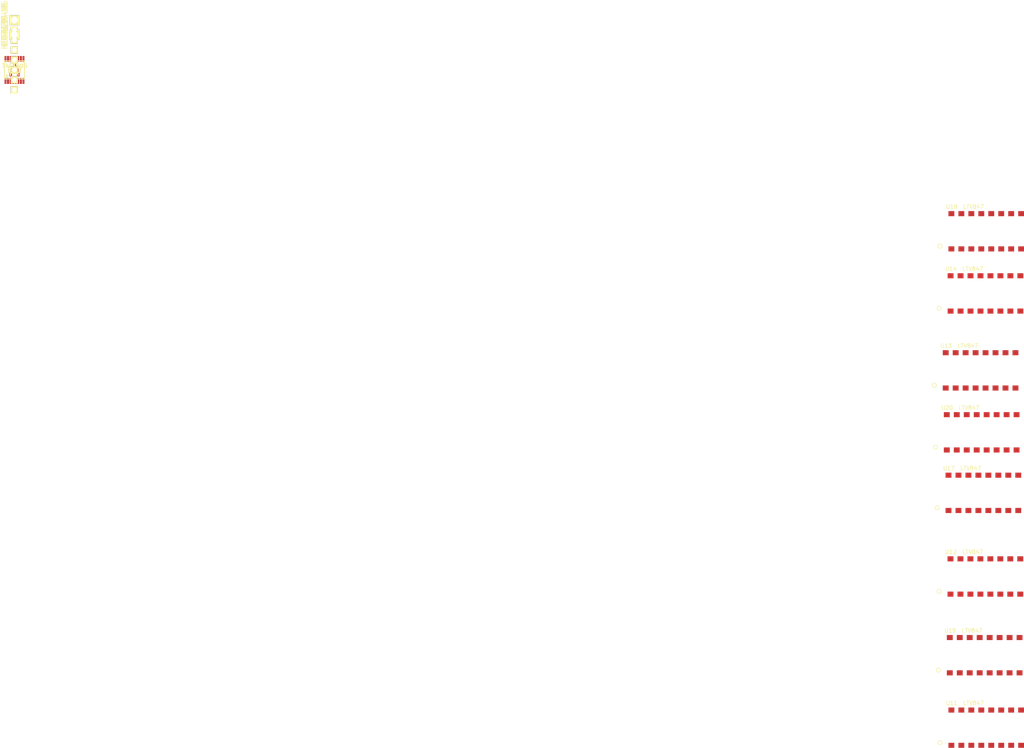
<source format=kicad_pcb>
(kicad_pcb (version 3) (host pcbnew "(2013-07-07 BZR 4022)-stable")

  (general
    (links 219)
    (no_connects 170)
    (area -4.220774 -19.259 75.198572 29.779072)
    (thickness 1.6)
    (drawings 0)
    (tracks 0)
    (zones 0)
    (modules 116)
    (nets 140)
  )

  (page A3)
  (layers
    (15 F.Cu signal)
    (0 B.Cu signal)
    (16 B.Adhes user)
    (17 F.Adhes user)
    (18 B.Paste user)
    (19 F.Paste user)
    (20 B.SilkS user)
    (21 F.SilkS user)
    (22 B.Mask user)
    (23 F.Mask user)
    (24 Dwgs.User user)
    (25 Cmts.User user)
    (26 Eco1.User user)
    (27 Eco2.User user)
    (28 Edge.Cuts user)
  )

  (setup
    (last_trace_width 0.254)
    (trace_clearance 0.254)
    (zone_clearance 0.508)
    (zone_45_only no)
    (trace_min 0.254)
    (segment_width 0.2)
    (edge_width 0.1)
    (via_size 0.889)
    (via_drill 0.635)
    (via_min_size 0.889)
    (via_min_drill 0.508)
    (uvia_size 0.508)
    (uvia_drill 0.127)
    (uvias_allowed no)
    (uvia_min_size 0.508)
    (uvia_min_drill 0.127)
    (pcb_text_width 0.3)
    (pcb_text_size 1.5 1.5)
    (mod_edge_width 0.15)
    (mod_text_size 1 1)
    (mod_text_width 0.15)
    (pad_size 1.5 1.3)
    (pad_drill 0)
    (pad_to_mask_clearance 0)
    (aux_axis_origin 0 0)
    (visible_elements FFFFFFBF)
    (pcbplotparams
      (layerselection 3178497)
      (usegerberextensions true)
      (excludeedgelayer true)
      (linewidth 0.150000)
      (plotframeref false)
      (viasonmask false)
      (mode 1)
      (useauxorigin false)
      (hpglpennumber 1)
      (hpglpenspeed 20)
      (hpglpendiameter 15)
      (hpglpenoverlay 2)
      (psnegative false)
      (psa4output false)
      (plotreference true)
      (plotvalue true)
      (plotothertext true)
      (plotinvisibletext false)
      (padsonsilk false)
      (subtractmaskfromsilk false)
      (outputformat 1)
      (mirror false)
      (drillshape 1)
      (scaleselection 1)
      (outputdirectory ""))
  )

  (net 0 "")
  (net 1 12V)
  (net 2 CLK)
  (net 3 GND)
  (net 4 HS_IN)
  (net 5 HS_OUT)
  (net 6 LS_IN)
  (net 7 LS_OUT)
  (net 8 N-00000100)
  (net 9 N-00000101)
  (net 10 N-00000102)
  (net 11 N-00000103)
  (net 12 N-00000104)
  (net 13 N-00000105)
  (net 14 N-00000106)
  (net 15 N-00000107)
  (net 16 N-00000108)
  (net 17 N-00000109)
  (net 18 N-00000110)
  (net 19 N-00000111)
  (net 20 N-00000112)
  (net 21 N-00000113)
  (net 22 N-00000114)
  (net 23 N-00000115)
  (net 24 N-00000116)
  (net 25 N-00000117)
  (net 26 N-00000118)
  (net 27 N-00000119)
  (net 28 N-00000120)
  (net 29 N-00000121)
  (net 30 N-00000122)
  (net 31 N-00000123)
  (net 32 N-00000124)
  (net 33 N-00000125)
  (net 34 N-00000126)
  (net 35 N-00000127)
  (net 36 N-00000128)
  (net 37 N-00000129)
  (net 38 N-00000130)
  (net 39 N-00000131)
  (net 40 N-00000132)
  (net 41 N-00000133)
  (net 42 N-00000134)
  (net 43 N-00000135)
  (net 44 N-00000136)
  (net 45 N-00000137)
  (net 46 N-00000138)
  (net 47 N-00000139)
  (net 48 N-00000140)
  (net 49 N-00000141)
  (net 50 N-00000142)
  (net 51 N-00000143)
  (net 52 N-0000043)
  (net 53 N-0000044)
  (net 54 N-0000045)
  (net 55 N-0000046)
  (net 56 N-0000047)
  (net 57 N-0000049)
  (net 58 N-0000050)
  (net 59 N-0000051)
  (net 60 N-0000052)
  (net 61 N-0000053)
  (net 62 N-0000054)
  (net 63 N-0000055)
  (net 64 N-0000056)
  (net 65 N-0000057)
  (net 66 N-0000058)
  (net 67 N-0000059)
  (net 68 N-0000060)
  (net 69 N-0000061)
  (net 70 N-0000062)
  (net 71 N-0000063)
  (net 72 N-0000064)
  (net 73 N-0000065)
  (net 74 N-0000066)
  (net 75 N-0000067)
  (net 76 N-0000068)
  (net 77 N-0000069)
  (net 78 N-0000070)
  (net 79 N-0000072)
  (net 80 N-0000073)
  (net 81 N-0000074)
  (net 82 N-0000075)
  (net 83 N-0000076)
  (net 84 N-0000077)
  (net 85 N-0000078)
  (net 86 N-0000079)
  (net 87 N-0000080)
  (net 88 N-0000081)
  (net 89 N-0000082)
  (net 90 N-0000083)
  (net 91 N-0000084)
  (net 92 N-0000085)
  (net 93 N-0000086)
  (net 94 N-0000087)
  (net 95 N-0000088)
  (net 96 N-0000089)
  (net 97 N-0000090)
  (net 98 N-0000091)
  (net 99 N-0000092)
  (net 100 N-0000093)
  (net 101 N-0000095)
  (net 102 N-0000096)
  (net 103 N-0000097)
  (net 104 N-0000098)
  (net 105 N-0000099)
  (net 106 SINK1)
  (net 107 SINK10)
  (net 108 SINK11)
  (net 109 SINK12)
  (net 110 SINK13)
  (net 111 SINK14)
  (net 112 SINK15)
  (net 113 SINK16)
  (net 114 SINK2)
  (net 115 SINK3)
  (net 116 SINK4)
  (net 117 SINK5)
  (net 118 SINK6)
  (net 119 SINK7)
  (net 120 SINK8)
  (net 121 SINK9)
  (net 122 SOURCE1)
  (net 123 SOURCE10)
  (net 124 SOURCE11)
  (net 125 SOURCE12)
  (net 126 SOURCE13)
  (net 127 SOURCE14)
  (net 128 SOURCE15)
  (net 129 SOURCE16)
  (net 130 SOURCE2)
  (net 131 SOURCE3)
  (net 132 SOURCE4)
  (net 133 SOURCE5)
  (net 134 SOURCE6)
  (net 135 SOURCE8)
  (net 136 SOURCE9)
  (net 137 STROBE)
  (net 138 VCC)
  (net 139 VCC3.3)

  (net_class Default "This is the default net class."
    (clearance 0.254)
    (trace_width 0.254)
    (via_dia 0.889)
    (via_drill 0.635)
    (uvia_dia 0.508)
    (uvia_drill 0.127)
    (add_net "")
    (add_net 12V)
    (add_net CLK)
    (add_net GND)
    (add_net HS_IN)
    (add_net HS_OUT)
    (add_net LS_IN)
    (add_net LS_OUT)
    (add_net N-00000100)
    (add_net N-00000101)
    (add_net N-00000102)
    (add_net N-00000103)
    (add_net N-00000104)
    (add_net N-00000105)
    (add_net N-00000106)
    (add_net N-00000107)
    (add_net N-00000108)
    (add_net N-00000109)
    (add_net N-00000110)
    (add_net N-00000111)
    (add_net N-00000112)
    (add_net N-00000113)
    (add_net N-00000114)
    (add_net N-00000115)
    (add_net N-00000116)
    (add_net N-00000117)
    (add_net N-00000118)
    (add_net N-00000119)
    (add_net N-00000120)
    (add_net N-00000121)
    (add_net N-00000122)
    (add_net N-00000123)
    (add_net N-00000124)
    (add_net N-00000125)
    (add_net N-00000126)
    (add_net N-00000127)
    (add_net N-00000128)
    (add_net N-00000129)
    (add_net N-00000130)
    (add_net N-00000131)
    (add_net N-00000132)
    (add_net N-00000133)
    (add_net N-00000134)
    (add_net N-00000135)
    (add_net N-00000136)
    (add_net N-00000137)
    (add_net N-00000138)
    (add_net N-00000139)
    (add_net N-00000140)
    (add_net N-00000141)
    (add_net N-00000142)
    (add_net N-00000143)
    (add_net N-0000043)
    (add_net N-0000044)
    (add_net N-0000045)
    (add_net N-0000046)
    (add_net N-0000047)
    (add_net N-0000049)
    (add_net N-0000050)
    (add_net N-0000051)
    (add_net N-0000052)
    (add_net N-0000053)
    (add_net N-0000054)
    (add_net N-0000055)
    (add_net N-0000056)
    (add_net N-0000057)
    (add_net N-0000058)
    (add_net N-0000059)
    (add_net N-0000060)
    (add_net N-0000061)
    (add_net N-0000062)
    (add_net N-0000063)
    (add_net N-0000064)
    (add_net N-0000065)
    (add_net N-0000066)
    (add_net N-0000067)
    (add_net N-0000068)
    (add_net N-0000069)
    (add_net N-0000070)
    (add_net N-0000072)
    (add_net N-0000073)
    (add_net N-0000074)
    (add_net N-0000075)
    (add_net N-0000076)
    (add_net N-0000077)
    (add_net N-0000078)
    (add_net N-0000079)
    (add_net N-0000080)
    (add_net N-0000081)
    (add_net N-0000082)
    (add_net N-0000083)
    (add_net N-0000084)
    (add_net N-0000085)
    (add_net N-0000086)
    (add_net N-0000087)
    (add_net N-0000088)
    (add_net N-0000089)
    (add_net N-0000090)
    (add_net N-0000091)
    (add_net N-0000092)
    (add_net N-0000093)
    (add_net N-0000095)
    (add_net N-0000096)
    (add_net N-0000097)
    (add_net N-0000098)
    (add_net N-0000099)
    (add_net SINK1)
    (add_net SINK10)
    (add_net SINK11)
    (add_net SINK12)
    (add_net SINK13)
    (add_net SINK14)
    (add_net SINK15)
    (add_net SINK16)
    (add_net SINK2)
    (add_net SINK3)
    (add_net SINK4)
    (add_net SINK5)
    (add_net SINK6)
    (add_net SINK7)
    (add_net SINK8)
    (add_net SINK9)
    (add_net SOURCE1)
    (add_net SOURCE10)
    (add_net SOURCE11)
    (add_net SOURCE12)
    (add_net SOURCE13)
    (add_net SOURCE14)
    (add_net SOURCE15)
    (add_net SOURCE16)
    (add_net SOURCE2)
    (add_net SOURCE3)
    (add_net SOURCE4)
    (add_net SOURCE5)
    (add_net SOURCE6)
    (add_net SOURCE8)
    (add_net SOURCE9)
    (add_net STROBE)
    (add_net VCC)
    (add_net VCC3.3)
  )

  (module tssop-16 (layer F.Cu) (tedit 50BDFA4B) (tstamp 540E7EA1)
    (at 0 0)
    (descr TSSOP-16)
    (path /540BEA0E/540E5EAE)
    (attr smd)
    (fp_text reference U15 (at 0 0.59944) (layer F.SilkS)
      (effects (font (size 0.70104 0.59944) (thickness 0.11938)))
    )
    (fp_text value 74LS595 (at 0 -1.00076) (layer F.SilkS)
      (effects (font (size 1.00076 1.00076) (thickness 0.14986)))
    )
    (fp_circle (center -1.905 1.524) (end -2.032 1.778) (layer F.SilkS) (width 0.127))
    (fp_line (start 2.54 -2.286) (end -2.54 -2.286) (layer F.SilkS) (width 0.127))
    (fp_line (start -2.54 -2.286) (end -2.54 2.286) (layer F.SilkS) (width 0.127))
    (fp_line (start -2.54 2.286) (end 2.54 2.286) (layer F.SilkS) (width 0.127))
    (fp_line (start 2.54 2.286) (end 2.54 -2.286) (layer F.SilkS) (width 0.127))
    (pad 4 smd rect (at -0.32512 2.79908) (size 0.4191 1.47066)
      (layers F.Cu F.Paste F.Mask)
      (net 42 N-00000134)
    )
    (pad 5 smd rect (at 0.32512 2.79908) (size 0.4191 1.47066)
      (layers F.Cu F.Paste F.Mask)
      (net 36 N-00000128)
    )
    (pad 6 smd rect (at 0.97536 2.79908) (size 0.4191 1.47066)
      (layers F.Cu F.Paste F.Mask)
      (net 37 N-00000129)
    )
    (pad 7 smd rect (at 1.6256 2.79908) (size 0.4191 1.47066)
      (layers F.Cu F.Paste F.Mask)
      (net 38 N-00000130)
    )
    (pad 16 smd rect (at -2.26568 -2.794) (size 0.4191 1.47066)
      (layers F.Cu F.Paste F.Mask)
      (net 138 VCC)
    )
    (pad 1 smd rect (at -2.27584 2.79908) (size 0.4191 1.47066)
      (layers F.Cu F.Paste F.Mask)
      (net 24 N-00000116)
    )
    (pad 2 smd rect (at -1.6256 2.79908) (size 0.4191 1.47066)
      (layers F.Cu F.Paste F.Mask)
      (net 25 N-00000117)
    )
    (pad 3 smd rect (at -0.97536 2.79908) (size 0.4191 1.47066)
      (layers F.Cu F.Paste F.Mask)
      (net 19 N-00000111)
    )
    (pad 9 smd rect (at 2.27584 -2.79908) (size 0.4191 1.47066)
      (layers F.Cu F.Paste F.Mask)
      (net 47 N-00000139)
    )
    (pad 10 smd rect (at 1.6256 -2.79908) (size 0.4191 1.47066)
      (layers F.Cu F.Paste F.Mask)
      (net 139 VCC3.3)
    )
    (pad 11 smd rect (at 0.97536 -2.79908) (size 0.4191 1.47066)
      (layers F.Cu F.Paste F.Mask)
      (net 2 CLK)
    )
    (pad 12 smd rect (at 0.32512 -2.79908) (size 0.4191 1.47066)
      (layers F.Cu F.Paste F.Mask)
      (net 137 STROBE)
    )
    (pad 13 smd rect (at -0.32512 -2.79908) (size 0.4191 1.47066)
      (layers F.Cu F.Paste F.Mask)
      (net 3 GND)
    )
    (pad 14 smd rect (at -0.97536 -2.79908) (size 0.4191 1.47066)
      (layers F.Cu F.Paste F.Mask)
      (net 4 HS_IN)
    )
    (pad 8 smd rect (at 2.27584 2.79908) (size 0.4191 1.47066)
      (layers F.Cu F.Paste F.Mask)
      (net 3 GND)
    )
    (pad 15 smd rect (at -1.6256 -2.794) (size 0.4191 1.47066)
      (layers F.Cu F.Paste F.Mask)
      (net 23 N-00000115)
    )
    (model smd/smd_dil/tssop-16.wrl
      (at (xyz 0 0 0))
      (scale (xyz 1 1 1))
      (rotate (xyz 0 0 0))
    )
  )

  (module tssop-16 (layer F.Cu) (tedit 50BDFA4B) (tstamp 540E7EBA)
    (at 0 0)
    (descr TSSOP-16)
    (path /540BEA0E/540E5EAF)
    (attr smd)
    (fp_text reference U16 (at 0 0.59944) (layer F.SilkS)
      (effects (font (size 0.70104 0.59944) (thickness 0.11938)))
    )
    (fp_text value 74LS595 (at 0 -1.00076) (layer F.SilkS)
      (effects (font (size 1.00076 1.00076) (thickness 0.14986)))
    )
    (fp_circle (center -1.905 1.524) (end -2.032 1.778) (layer F.SilkS) (width 0.127))
    (fp_line (start 2.54 -2.286) (end -2.54 -2.286) (layer F.SilkS) (width 0.127))
    (fp_line (start -2.54 -2.286) (end -2.54 2.286) (layer F.SilkS) (width 0.127))
    (fp_line (start -2.54 2.286) (end 2.54 2.286) (layer F.SilkS) (width 0.127))
    (fp_line (start 2.54 2.286) (end 2.54 -2.286) (layer F.SilkS) (width 0.127))
    (pad 4 smd rect (at -0.32512 2.79908) (size 0.4191 1.47066)
      (layers F.Cu F.Paste F.Mask)
      (net 44 N-00000136)
    )
    (pad 5 smd rect (at 0.32512 2.79908) (size 0.4191 1.47066)
      (layers F.Cu F.Paste F.Mask)
      (net 45 N-00000137)
    )
    (pad 6 smd rect (at 0.97536 2.79908) (size 0.4191 1.47066)
      (layers F.Cu F.Paste F.Mask)
      (net 43 N-00000135)
    )
    (pad 7 smd rect (at 1.6256 2.79908) (size 0.4191 1.47066)
      (layers F.Cu F.Paste F.Mask)
      (net 46 N-00000138)
    )
    (pad 16 smd rect (at -2.26568 -2.794) (size 0.4191 1.47066)
      (layers F.Cu F.Paste F.Mask)
      (net 138 VCC)
    )
    (pad 1 smd rect (at -2.27584 2.79908) (size 0.4191 1.47066)
      (layers F.Cu F.Paste F.Mask)
      (net 39 N-00000131)
    )
    (pad 2 smd rect (at -1.6256 2.79908) (size 0.4191 1.47066)
      (layers F.Cu F.Paste F.Mask)
      (net 40 N-00000132)
    )
    (pad 3 smd rect (at -0.97536 2.79908) (size 0.4191 1.47066)
      (layers F.Cu F.Paste F.Mask)
      (net 41 N-00000133)
    )
    (pad 9 smd rect (at 2.27584 -2.79908) (size 0.4191 1.47066)
      (layers F.Cu F.Paste F.Mask)
      (net 5 HS_OUT)
    )
    (pad 10 smd rect (at 1.6256 -2.79908) (size 0.4191 1.47066)
      (layers F.Cu F.Paste F.Mask)
      (net 139 VCC3.3)
    )
    (pad 11 smd rect (at 0.97536 -2.79908) (size 0.4191 1.47066)
      (layers F.Cu F.Paste F.Mask)
      (net 2 CLK)
    )
    (pad 12 smd rect (at 0.32512 -2.79908) (size 0.4191 1.47066)
      (layers F.Cu F.Paste F.Mask)
      (net 137 STROBE)
    )
    (pad 13 smd rect (at -0.32512 -2.79908) (size 0.4191 1.47066)
      (layers F.Cu F.Paste F.Mask)
      (net 3 GND)
    )
    (pad 14 smd rect (at -0.97536 -2.79908) (size 0.4191 1.47066)
      (layers F.Cu F.Paste F.Mask)
      (net 47 N-00000139)
    )
    (pad 8 smd rect (at 2.27584 2.79908) (size 0.4191 1.47066)
      (layers F.Cu F.Paste F.Mask)
      (net 3 GND)
    )
    (pad 15 smd rect (at -1.6256 -2.794) (size 0.4191 1.47066)
      (layers F.Cu F.Paste F.Mask)
      (net 35 N-00000127)
    )
    (model smd/smd_dil/tssop-16.wrl
      (at (xyz 0 0 0))
      (scale (xyz 1 1 1))
      (rotate (xyz 0 0 0))
    )
  )

  (module tssop-16 (layer F.Cu) (tedit 50BDFA4B) (tstamp 540E7ED3)
    (at 0 0)
    (descr TSSOP-16)
    (path /54092826/5409283F)
    (attr smd)
    (fp_text reference U9 (at 0 0.59944) (layer F.SilkS)
      (effects (font (size 0.70104 0.59944) (thickness 0.11938)))
    )
    (fp_text value 74LS595 (at 0 -1.00076) (layer F.SilkS)
      (effects (font (size 1.00076 1.00076) (thickness 0.14986)))
    )
    (fp_circle (center -1.905 1.524) (end -2.032 1.778) (layer F.SilkS) (width 0.127))
    (fp_line (start 2.54 -2.286) (end -2.54 -2.286) (layer F.SilkS) (width 0.127))
    (fp_line (start -2.54 -2.286) (end -2.54 2.286) (layer F.SilkS) (width 0.127))
    (fp_line (start -2.54 2.286) (end 2.54 2.286) (layer F.SilkS) (width 0.127))
    (fp_line (start 2.54 2.286) (end 2.54 -2.286) (layer F.SilkS) (width 0.127))
    (pad 4 smd rect (at -0.32512 2.79908) (size 0.4191 1.47066)
      (layers F.Cu F.Paste F.Mask)
      (net 77 N-0000069)
    )
    (pad 5 smd rect (at 0.32512 2.79908) (size 0.4191 1.47066)
      (layers F.Cu F.Paste F.Mask)
      (net 78 N-0000070)
    )
    (pad 6 smd rect (at 0.97536 2.79908) (size 0.4191 1.47066)
      (layers F.Cu F.Paste F.Mask)
      (net 83 N-0000076)
    )
    (pad 7 smd rect (at 1.6256 2.79908) (size 0.4191 1.47066)
      (layers F.Cu F.Paste F.Mask)
      (net 84 N-0000077)
    )
    (pad 16 smd rect (at -2.26568 -2.794) (size 0.4191 1.47066)
      (layers F.Cu F.Paste F.Mask)
      (net 138 VCC)
    )
    (pad 1 smd rect (at -2.27584 2.79908) (size 0.4191 1.47066)
      (layers F.Cu F.Paste F.Mask)
      (net 53 N-0000044)
    )
    (pad 2 smd rect (at -1.6256 2.79908) (size 0.4191 1.47066)
      (layers F.Cu F.Paste F.Mask)
      (net 52 N-0000043)
    )
    (pad 3 smd rect (at -0.97536 2.79908) (size 0.4191 1.47066)
      (layers F.Cu F.Paste F.Mask)
      (net 55 N-0000046)
    )
    (pad 9 smd rect (at 2.27584 -2.79908) (size 0.4191 1.47066)
      (layers F.Cu F.Paste F.Mask)
      (net 74 N-0000066)
    )
    (pad 10 smd rect (at 1.6256 -2.79908) (size 0.4191 1.47066)
      (layers F.Cu F.Paste F.Mask)
      (net 139 VCC3.3)
    )
    (pad 11 smd rect (at 0.97536 -2.79908) (size 0.4191 1.47066)
      (layers F.Cu F.Paste F.Mask)
      (net 2 CLK)
    )
    (pad 12 smd rect (at 0.32512 -2.79908) (size 0.4191 1.47066)
      (layers F.Cu F.Paste F.Mask)
      (net 137 STROBE)
    )
    (pad 13 smd rect (at -0.32512 -2.79908) (size 0.4191 1.47066)
      (layers F.Cu F.Paste F.Mask)
      (net 3 GND)
    )
    (pad 14 smd rect (at -0.97536 -2.79908) (size 0.4191 1.47066)
      (layers F.Cu F.Paste F.Mask)
      (net 6 LS_IN)
    )
    (pad 8 smd rect (at 2.27584 2.79908) (size 0.4191 1.47066)
      (layers F.Cu F.Paste F.Mask)
      (net 3 GND)
    )
    (pad 15 smd rect (at -1.6256 -2.794) (size 0.4191 1.47066)
      (layers F.Cu F.Paste F.Mask)
      (net 54 N-0000045)
    )
    (model smd/smd_dil/tssop-16.wrl
      (at (xyz 0 0 0))
      (scale (xyz 1 1 1))
      (rotate (xyz 0 0 0))
    )
  )

  (module tssop-16 (layer F.Cu) (tedit 50BDFA4B) (tstamp 540E7EEC)
    (at 0 0)
    (descr TSSOP-16)
    (path /54092826/5409284E)
    (attr smd)
    (fp_text reference U10 (at 0 0.59944) (layer F.SilkS)
      (effects (font (size 0.70104 0.59944) (thickness 0.11938)))
    )
    (fp_text value 74LS595 (at 0 -1.00076) (layer F.SilkS)
      (effects (font (size 1.00076 1.00076) (thickness 0.14986)))
    )
    (fp_circle (center -1.905 1.524) (end -2.032 1.778) (layer F.SilkS) (width 0.127))
    (fp_line (start 2.54 -2.286) (end -2.54 -2.286) (layer F.SilkS) (width 0.127))
    (fp_line (start -2.54 -2.286) (end -2.54 2.286) (layer F.SilkS) (width 0.127))
    (fp_line (start -2.54 2.286) (end 2.54 2.286) (layer F.SilkS) (width 0.127))
    (fp_line (start 2.54 2.286) (end 2.54 -2.286) (layer F.SilkS) (width 0.127))
    (pad 4 smd rect (at -0.32512 2.79908) (size 0.4191 1.47066)
      (layers F.Cu F.Paste F.Mask)
      (net 81 N-0000074)
    )
    (pad 5 smd rect (at 0.32512 2.79908) (size 0.4191 1.47066)
      (layers F.Cu F.Paste F.Mask)
      (net 70 N-0000062)
    )
    (pad 6 smd rect (at 0.97536 2.79908) (size 0.4191 1.47066)
      (layers F.Cu F.Paste F.Mask)
      (net 79 N-0000072)
    )
    (pad 7 smd rect (at 1.6256 2.79908) (size 0.4191 1.47066)
      (layers F.Cu F.Paste F.Mask)
      (net 73 N-0000065)
    )
    (pad 16 smd rect (at -2.26568 -2.794) (size 0.4191 1.47066)
      (layers F.Cu F.Paste F.Mask)
      (net 138 VCC)
    )
    (pad 1 smd rect (at -2.27584 2.79908) (size 0.4191 1.47066)
      (layers F.Cu F.Paste F.Mask)
      (net 85 N-0000078)
    )
    (pad 2 smd rect (at -1.6256 2.79908) (size 0.4191 1.47066)
      (layers F.Cu F.Paste F.Mask)
      (net 86 N-0000079)
    )
    (pad 3 smd rect (at -0.97536 2.79908) (size 0.4191 1.47066)
      (layers F.Cu F.Paste F.Mask)
      (net 80 N-0000073)
    )
    (pad 9 smd rect (at 2.27584 -2.79908) (size 0.4191 1.47066)
      (layers F.Cu F.Paste F.Mask)
      (net 7 LS_OUT)
    )
    (pad 10 smd rect (at 1.6256 -2.79908) (size 0.4191 1.47066)
      (layers F.Cu F.Paste F.Mask)
      (net 139 VCC3.3)
    )
    (pad 11 smd rect (at 0.97536 -2.79908) (size 0.4191 1.47066)
      (layers F.Cu F.Paste F.Mask)
      (net 2 CLK)
    )
    (pad 12 smd rect (at 0.32512 -2.79908) (size 0.4191 1.47066)
      (layers F.Cu F.Paste F.Mask)
      (net 137 STROBE)
    )
    (pad 13 smd rect (at -0.32512 -2.79908) (size 0.4191 1.47066)
      (layers F.Cu F.Paste F.Mask)
      (net 3 GND)
    )
    (pad 14 smd rect (at -0.97536 -2.79908) (size 0.4191 1.47066)
      (layers F.Cu F.Paste F.Mask)
      (net 74 N-0000066)
    )
    (pad 8 smd rect (at 2.27584 2.79908) (size 0.4191 1.47066)
      (layers F.Cu F.Paste F.Mask)
      (net 3 GND)
    )
    (pad 15 smd rect (at -1.6256 -2.794) (size 0.4191 1.47066)
      (layers F.Cu F.Paste F.Mask)
      (net 82 N-0000075)
    )
    (model smd/smd_dil/tssop-16.wrl
      (at (xyz 0 0 0))
      (scale (xyz 1 1 1))
      (rotate (xyz 0 0 0))
    )
  )

  (module sot23 (layer F.Cu) (tedit 50BDE8CE) (tstamp 540E7EFA)
    (at 0 0)
    (descr SOT23)
    (path /54092826/540935DF)
    (attr smd)
    (fp_text reference Q2 (at 0 0) (layer F.SilkS)
      (effects (font (size 0.50038 0.50038) (thickness 0.09906)))
    )
    (fp_text value MOS_N (at 0 0.09906) (layer F.SilkS) hide
      (effects (font (size 0.50038 0.50038) (thickness 0.09906)))
    )
    (fp_line (start 0.9525 0.6985) (end 0.9525 1.3589) (layer F.SilkS) (width 0.127))
    (fp_line (start -0.9525 0.6985) (end -0.9525 1.3589) (layer F.SilkS) (width 0.127))
    (fp_line (start 0 -0.6985) (end 0 -1.3589) (layer F.SilkS) (width 0.127))
    (fp_line (start -1.4986 -0.6985) (end 1.4986 -0.6985) (layer F.SilkS) (width 0.127))
    (fp_line (start 1.4986 -0.6985) (end 1.4986 0.6985) (layer F.SilkS) (width 0.127))
    (fp_line (start 1.4986 0.6985) (end -1.4986 0.6985) (layer F.SilkS) (width 0.127))
    (fp_line (start -1.4986 0.6985) (end -1.4986 -0.6985) (layer F.SilkS) (width 0.127))
    (pad 1 smd rect (at -0.9525 1.05664) (size 0.59944 1.00076)
      (layers F.Cu F.Paste F.Mask)
    )
    (pad 2 smd rect (at 0 -1.05664) (size 0.59944 1.00076)
      (layers F.Cu F.Paste F.Mask)
    )
    (pad 3 smd rect (at 0.9525 1.05664) (size 0.59944 1.00076)
      (layers F.Cu F.Paste F.Mask)
    )
    (model smd/smd_transistors/sot23.wrl
      (at (xyz 0 0 0))
      (scale (xyz 1 1 1))
      (rotate (xyz 0 0 0))
    )
  )

  (module sot23 (layer F.Cu) (tedit 50BDE8CE) (tstamp 540E7F08)
    (at 0 0)
    (descr SOT23)
    (path /540BEA0E/540BE4C9)
    (attr smd)
    (fp_text reference Q18 (at 0 0) (layer F.SilkS)
      (effects (font (size 0.50038 0.50038) (thickness 0.09906)))
    )
    (fp_text value MOS_P (at 0 0.09906) (layer F.SilkS) hide
      (effects (font (size 0.50038 0.50038) (thickness 0.09906)))
    )
    (fp_line (start 0.9525 0.6985) (end 0.9525 1.3589) (layer F.SilkS) (width 0.127))
    (fp_line (start -0.9525 0.6985) (end -0.9525 1.3589) (layer F.SilkS) (width 0.127))
    (fp_line (start 0 -0.6985) (end 0 -1.3589) (layer F.SilkS) (width 0.127))
    (fp_line (start -1.4986 -0.6985) (end 1.4986 -0.6985) (layer F.SilkS) (width 0.127))
    (fp_line (start 1.4986 -0.6985) (end 1.4986 0.6985) (layer F.SilkS) (width 0.127))
    (fp_line (start 1.4986 0.6985) (end -1.4986 0.6985) (layer F.SilkS) (width 0.127))
    (fp_line (start -1.4986 0.6985) (end -1.4986 -0.6985) (layer F.SilkS) (width 0.127))
    (pad 1 smd rect (at -0.9525 1.05664) (size 0.59944 1.00076)
      (layers F.Cu F.Paste F.Mask)
    )
    (pad 2 smd rect (at 0 -1.05664) (size 0.59944 1.00076)
      (layers F.Cu F.Paste F.Mask)
    )
    (pad 3 smd rect (at 0.9525 1.05664) (size 0.59944 1.00076)
      (layers F.Cu F.Paste F.Mask)
    )
    (model smd/smd_transistors/sot23.wrl
      (at (xyz 0 0 0))
      (scale (xyz 1 1 1))
      (rotate (xyz 0 0 0))
    )
  )

  (module sot23 (layer F.Cu) (tedit 50BDE8CE) (tstamp 540E7F16)
    (at 0 0)
    (descr SOT23)
    (path /540BEA0E/540BE4BA)
    (attr smd)
    (fp_text reference Q25 (at 0 0) (layer F.SilkS)
      (effects (font (size 0.50038 0.50038) (thickness 0.09906)))
    )
    (fp_text value MOS_P (at 0 0.09906) (layer F.SilkS) hide
      (effects (font (size 0.50038 0.50038) (thickness 0.09906)))
    )
    (fp_line (start 0.9525 0.6985) (end 0.9525 1.3589) (layer F.SilkS) (width 0.127))
    (fp_line (start -0.9525 0.6985) (end -0.9525 1.3589) (layer F.SilkS) (width 0.127))
    (fp_line (start 0 -0.6985) (end 0 -1.3589) (layer F.SilkS) (width 0.127))
    (fp_line (start -1.4986 -0.6985) (end 1.4986 -0.6985) (layer F.SilkS) (width 0.127))
    (fp_line (start 1.4986 -0.6985) (end 1.4986 0.6985) (layer F.SilkS) (width 0.127))
    (fp_line (start 1.4986 0.6985) (end -1.4986 0.6985) (layer F.SilkS) (width 0.127))
    (fp_line (start -1.4986 0.6985) (end -1.4986 -0.6985) (layer F.SilkS) (width 0.127))
    (pad 1 smd rect (at -0.9525 1.05664) (size 0.59944 1.00076)
      (layers F.Cu F.Paste F.Mask)
    )
    (pad 2 smd rect (at 0 -1.05664) (size 0.59944 1.00076)
      (layers F.Cu F.Paste F.Mask)
    )
    (pad 3 smd rect (at 0.9525 1.05664) (size 0.59944 1.00076)
      (layers F.Cu F.Paste F.Mask)
    )
    (model smd/smd_transistors/sot23.wrl
      (at (xyz 0 0 0))
      (scale (xyz 1 1 1))
      (rotate (xyz 0 0 0))
    )
  )

  (module sot23 (layer F.Cu) (tedit 50BDE8CE) (tstamp 540E7F24)
    (at 0 0)
    (descr SOT23)
    (path /54092826/54093603)
    (attr smd)
    (fp_text reference Q10 (at 0 0) (layer F.SilkS)
      (effects (font (size 0.50038 0.50038) (thickness 0.09906)))
    )
    (fp_text value MOS_N (at 0 0.09906) (layer F.SilkS) hide
      (effects (font (size 0.50038 0.50038) (thickness 0.09906)))
    )
    (fp_line (start 0.9525 0.6985) (end 0.9525 1.3589) (layer F.SilkS) (width 0.127))
    (fp_line (start -0.9525 0.6985) (end -0.9525 1.3589) (layer F.SilkS) (width 0.127))
    (fp_line (start 0 -0.6985) (end 0 -1.3589) (layer F.SilkS) (width 0.127))
    (fp_line (start -1.4986 -0.6985) (end 1.4986 -0.6985) (layer F.SilkS) (width 0.127))
    (fp_line (start 1.4986 -0.6985) (end 1.4986 0.6985) (layer F.SilkS) (width 0.127))
    (fp_line (start 1.4986 0.6985) (end -1.4986 0.6985) (layer F.SilkS) (width 0.127))
    (fp_line (start -1.4986 0.6985) (end -1.4986 -0.6985) (layer F.SilkS) (width 0.127))
    (pad 1 smd rect (at -0.9525 1.05664) (size 0.59944 1.00076)
      (layers F.Cu F.Paste F.Mask)
    )
    (pad 2 smd rect (at 0 -1.05664) (size 0.59944 1.00076)
      (layers F.Cu F.Paste F.Mask)
    )
    (pad 3 smd rect (at 0.9525 1.05664) (size 0.59944 1.00076)
      (layers F.Cu F.Paste F.Mask)
    )
    (model smd/smd_transistors/sot23.wrl
      (at (xyz 0 0 0))
      (scale (xyz 1 1 1))
      (rotate (xyz 0 0 0))
    )
  )

  (module sot23 (layer F.Cu) (tedit 50BDE8CE) (tstamp 540E7F32)
    (at 0 0)
    (descr SOT23)
    (path /54092826/54093900)
    (attr smd)
    (fp_text reference Q15 (at 0 0) (layer F.SilkS)
      (effects (font (size 0.50038 0.50038) (thickness 0.09906)))
    )
    (fp_text value MOS_N (at 0 0.09906) (layer F.SilkS) hide
      (effects (font (size 0.50038 0.50038) (thickness 0.09906)))
    )
    (fp_line (start 0.9525 0.6985) (end 0.9525 1.3589) (layer F.SilkS) (width 0.127))
    (fp_line (start -0.9525 0.6985) (end -0.9525 1.3589) (layer F.SilkS) (width 0.127))
    (fp_line (start 0 -0.6985) (end 0 -1.3589) (layer F.SilkS) (width 0.127))
    (fp_line (start -1.4986 -0.6985) (end 1.4986 -0.6985) (layer F.SilkS) (width 0.127))
    (fp_line (start 1.4986 -0.6985) (end 1.4986 0.6985) (layer F.SilkS) (width 0.127))
    (fp_line (start 1.4986 0.6985) (end -1.4986 0.6985) (layer F.SilkS) (width 0.127))
    (fp_line (start -1.4986 0.6985) (end -1.4986 -0.6985) (layer F.SilkS) (width 0.127))
    (pad 1 smd rect (at -0.9525 1.05664) (size 0.59944 1.00076)
      (layers F.Cu F.Paste F.Mask)
    )
    (pad 2 smd rect (at 0 -1.05664) (size 0.59944 1.00076)
      (layers F.Cu F.Paste F.Mask)
    )
    (pad 3 smd rect (at 0.9525 1.05664) (size 0.59944 1.00076)
      (layers F.Cu F.Paste F.Mask)
    )
    (model smd/smd_transistors/sot23.wrl
      (at (xyz 0 0 0))
      (scale (xyz 1 1 1))
      (rotate (xyz 0 0 0))
    )
  )

  (module sot23 (layer F.Cu) (tedit 50BDE8CE) (tstamp 540E7F40)
    (at 0 0)
    (descr SOT23)
    (path /540BEA0E/540BE2B5)
    (attr smd)
    (fp_text reference Q17 (at 0 0) (layer F.SilkS)
      (effects (font (size 0.50038 0.50038) (thickness 0.09906)))
    )
    (fp_text value MOS_P (at 0 0.09906) (layer F.SilkS) hide
      (effects (font (size 0.50038 0.50038) (thickness 0.09906)))
    )
    (fp_line (start 0.9525 0.6985) (end 0.9525 1.3589) (layer F.SilkS) (width 0.127))
    (fp_line (start -0.9525 0.6985) (end -0.9525 1.3589) (layer F.SilkS) (width 0.127))
    (fp_line (start 0 -0.6985) (end 0 -1.3589) (layer F.SilkS) (width 0.127))
    (fp_line (start -1.4986 -0.6985) (end 1.4986 -0.6985) (layer F.SilkS) (width 0.127))
    (fp_line (start 1.4986 -0.6985) (end 1.4986 0.6985) (layer F.SilkS) (width 0.127))
    (fp_line (start 1.4986 0.6985) (end -1.4986 0.6985) (layer F.SilkS) (width 0.127))
    (fp_line (start -1.4986 0.6985) (end -1.4986 -0.6985) (layer F.SilkS) (width 0.127))
    (pad 1 smd rect (at -0.9525 1.05664) (size 0.59944 1.00076)
      (layers F.Cu F.Paste F.Mask)
    )
    (pad 2 smd rect (at 0 -1.05664) (size 0.59944 1.00076)
      (layers F.Cu F.Paste F.Mask)
    )
    (pad 3 smd rect (at 0.9525 1.05664) (size 0.59944 1.00076)
      (layers F.Cu F.Paste F.Mask)
    )
    (model smd/smd_transistors/sot23.wrl
      (at (xyz 0 0 0))
      (scale (xyz 1 1 1))
      (rotate (xyz 0 0 0))
    )
  )

  (module sot23 (layer F.Cu) (tedit 50BDE8CE) (tstamp 540E7F4E)
    (at 0 0)
    (descr SOT23)
    (path /54092826/54093835)
    (attr smd)
    (fp_text reference Q13 (at 0 0) (layer F.SilkS)
      (effects (font (size 0.50038 0.50038) (thickness 0.09906)))
    )
    (fp_text value MOS_N (at 0 0.09906) (layer F.SilkS) hide
      (effects (font (size 0.50038 0.50038) (thickness 0.09906)))
    )
    (fp_line (start 0.9525 0.6985) (end 0.9525 1.3589) (layer F.SilkS) (width 0.127))
    (fp_line (start -0.9525 0.6985) (end -0.9525 1.3589) (layer F.SilkS) (width 0.127))
    (fp_line (start 0 -0.6985) (end 0 -1.3589) (layer F.SilkS) (width 0.127))
    (fp_line (start -1.4986 -0.6985) (end 1.4986 -0.6985) (layer F.SilkS) (width 0.127))
    (fp_line (start 1.4986 -0.6985) (end 1.4986 0.6985) (layer F.SilkS) (width 0.127))
    (fp_line (start 1.4986 0.6985) (end -1.4986 0.6985) (layer F.SilkS) (width 0.127))
    (fp_line (start -1.4986 0.6985) (end -1.4986 -0.6985) (layer F.SilkS) (width 0.127))
    (pad 1 smd rect (at -0.9525 1.05664) (size 0.59944 1.00076)
      (layers F.Cu F.Paste F.Mask)
    )
    (pad 2 smd rect (at 0 -1.05664) (size 0.59944 1.00076)
      (layers F.Cu F.Paste F.Mask)
    )
    (pad 3 smd rect (at 0.9525 1.05664) (size 0.59944 1.00076)
      (layers F.Cu F.Paste F.Mask)
    )
    (model smd/smd_transistors/sot23.wrl
      (at (xyz 0 0 0))
      (scale (xyz 1 1 1))
      (rotate (xyz 0 0 0))
    )
  )

  (module sot23 (layer F.Cu) (tedit 50BDE8CE) (tstamp 540E7F5C)
    (at 0 0)
    (descr SOT23)
    (path /54092826/5409391C)
    (attr smd)
    (fp_text reference Q8 (at 0 0) (layer F.SilkS)
      (effects (font (size 0.50038 0.50038) (thickness 0.09906)))
    )
    (fp_text value MOS_N (at 0 0.09906) (layer F.SilkS) hide
      (effects (font (size 0.50038 0.50038) (thickness 0.09906)))
    )
    (fp_line (start 0.9525 0.6985) (end 0.9525 1.3589) (layer F.SilkS) (width 0.127))
    (fp_line (start -0.9525 0.6985) (end -0.9525 1.3589) (layer F.SilkS) (width 0.127))
    (fp_line (start 0 -0.6985) (end 0 -1.3589) (layer F.SilkS) (width 0.127))
    (fp_line (start -1.4986 -0.6985) (end 1.4986 -0.6985) (layer F.SilkS) (width 0.127))
    (fp_line (start 1.4986 -0.6985) (end 1.4986 0.6985) (layer F.SilkS) (width 0.127))
    (fp_line (start 1.4986 0.6985) (end -1.4986 0.6985) (layer F.SilkS) (width 0.127))
    (fp_line (start -1.4986 0.6985) (end -1.4986 -0.6985) (layer F.SilkS) (width 0.127))
    (pad 1 smd rect (at -0.9525 1.05664) (size 0.59944 1.00076)
      (layers F.Cu F.Paste F.Mask)
    )
    (pad 2 smd rect (at 0 -1.05664) (size 0.59944 1.00076)
      (layers F.Cu F.Paste F.Mask)
    )
    (pad 3 smd rect (at 0.9525 1.05664) (size 0.59944 1.00076)
      (layers F.Cu F.Paste F.Mask)
    )
    (model smd/smd_transistors/sot23.wrl
      (at (xyz 0 0 0))
      (scale (xyz 1 1 1))
      (rotate (xyz 0 0 0))
    )
  )

  (module sot23 (layer F.Cu) (tedit 50BDE8CE) (tstamp 540E7F6A)
    (at 0 0)
    (descr SOT23)
    (path /54092826/540937F7)
    (attr smd)
    (fp_text reference Q5 (at 0 0) (layer F.SilkS)
      (effects (font (size 0.50038 0.50038) (thickness 0.09906)))
    )
    (fp_text value MOS_N (at 0 0.09906) (layer F.SilkS) hide
      (effects (font (size 0.50038 0.50038) (thickness 0.09906)))
    )
    (fp_line (start 0.9525 0.6985) (end 0.9525 1.3589) (layer F.SilkS) (width 0.127))
    (fp_line (start -0.9525 0.6985) (end -0.9525 1.3589) (layer F.SilkS) (width 0.127))
    (fp_line (start 0 -0.6985) (end 0 -1.3589) (layer F.SilkS) (width 0.127))
    (fp_line (start -1.4986 -0.6985) (end 1.4986 -0.6985) (layer F.SilkS) (width 0.127))
    (fp_line (start 1.4986 -0.6985) (end 1.4986 0.6985) (layer F.SilkS) (width 0.127))
    (fp_line (start 1.4986 0.6985) (end -1.4986 0.6985) (layer F.SilkS) (width 0.127))
    (fp_line (start -1.4986 0.6985) (end -1.4986 -0.6985) (layer F.SilkS) (width 0.127))
    (pad 1 smd rect (at -0.9525 1.05664) (size 0.59944 1.00076)
      (layers F.Cu F.Paste F.Mask)
    )
    (pad 2 smd rect (at 0 -1.05664) (size 0.59944 1.00076)
      (layers F.Cu F.Paste F.Mask)
    )
    (pad 3 smd rect (at 0.9525 1.05664) (size 0.59944 1.00076)
      (layers F.Cu F.Paste F.Mask)
    )
    (model smd/smd_transistors/sot23.wrl
      (at (xyz 0 0 0))
      (scale (xyz 1 1 1))
      (rotate (xyz 0 0 0))
    )
  )

  (module sot23 (layer F.Cu) (tedit 50BDE8CE) (tstamp 540E7F78)
    (at 0 0)
    (descr SOT23)
    (path /54092826/540938C8)
    (attr smd)
    (fp_text reference Q7 (at 0 0) (layer F.SilkS)
      (effects (font (size 0.50038 0.50038) (thickness 0.09906)))
    )
    (fp_text value MOS_N (at 0 0.09906) (layer F.SilkS) hide
      (effects (font (size 0.50038 0.50038) (thickness 0.09906)))
    )
    (fp_line (start 0.9525 0.6985) (end 0.9525 1.3589) (layer F.SilkS) (width 0.127))
    (fp_line (start -0.9525 0.6985) (end -0.9525 1.3589) (layer F.SilkS) (width 0.127))
    (fp_line (start 0 -0.6985) (end 0 -1.3589) (layer F.SilkS) (width 0.127))
    (fp_line (start -1.4986 -0.6985) (end 1.4986 -0.6985) (layer F.SilkS) (width 0.127))
    (fp_line (start 1.4986 -0.6985) (end 1.4986 0.6985) (layer F.SilkS) (width 0.127))
    (fp_line (start 1.4986 0.6985) (end -1.4986 0.6985) (layer F.SilkS) (width 0.127))
    (fp_line (start -1.4986 0.6985) (end -1.4986 -0.6985) (layer F.SilkS) (width 0.127))
    (pad 1 smd rect (at -0.9525 1.05664) (size 0.59944 1.00076)
      (layers F.Cu F.Paste F.Mask)
    )
    (pad 2 smd rect (at 0 -1.05664) (size 0.59944 1.00076)
      (layers F.Cu F.Paste F.Mask)
    )
    (pad 3 smd rect (at 0.9525 1.05664) (size 0.59944 1.00076)
      (layers F.Cu F.Paste F.Mask)
    )
    (model smd/smd_transistors/sot23.wrl
      (at (xyz 0 0 0))
      (scale (xyz 1 1 1))
      (rotate (xyz 0 0 0))
    )
  )

  (module sot23 (layer F.Cu) (tedit 50BDE8CE) (tstamp 540E7F86)
    (at 0 0)
    (descr SOT23)
    (path /54092826/5409372C)
    (attr smd)
    (fp_text reference Q3 (at 0 0) (layer F.SilkS)
      (effects (font (size 0.50038 0.50038) (thickness 0.09906)))
    )
    (fp_text value MOS_N (at 0 0.09906) (layer F.SilkS) hide
      (effects (font (size 0.50038 0.50038) (thickness 0.09906)))
    )
    (fp_line (start 0.9525 0.6985) (end 0.9525 1.3589) (layer F.SilkS) (width 0.127))
    (fp_line (start -0.9525 0.6985) (end -0.9525 1.3589) (layer F.SilkS) (width 0.127))
    (fp_line (start 0 -0.6985) (end 0 -1.3589) (layer F.SilkS) (width 0.127))
    (fp_line (start -1.4986 -0.6985) (end 1.4986 -0.6985) (layer F.SilkS) (width 0.127))
    (fp_line (start 1.4986 -0.6985) (end 1.4986 0.6985) (layer F.SilkS) (width 0.127))
    (fp_line (start 1.4986 0.6985) (end -1.4986 0.6985) (layer F.SilkS) (width 0.127))
    (fp_line (start -1.4986 0.6985) (end -1.4986 -0.6985) (layer F.SilkS) (width 0.127))
    (pad 1 smd rect (at -0.9525 1.05664) (size 0.59944 1.00076)
      (layers F.Cu F.Paste F.Mask)
    )
    (pad 2 smd rect (at 0 -1.05664) (size 0.59944 1.00076)
      (layers F.Cu F.Paste F.Mask)
    )
    (pad 3 smd rect (at 0.9525 1.05664) (size 0.59944 1.00076)
      (layers F.Cu F.Paste F.Mask)
    )
    (model smd/smd_transistors/sot23.wrl
      (at (xyz 0 0 0))
      (scale (xyz 1 1 1))
      (rotate (xyz 0 0 0))
    )
  )

  (module sot23 (layer F.Cu) (tedit 50BDE8CE) (tstamp 540E7F94)
    (at 0 0)
    (descr SOT23)
    (path /54092826/54093875)
    (attr smd)
    (fp_text reference Q14 (at 0 0) (layer F.SilkS)
      (effects (font (size 0.50038 0.50038) (thickness 0.09906)))
    )
    (fp_text value MOS_N (at 0 0.09906) (layer F.SilkS) hide
      (effects (font (size 0.50038 0.50038) (thickness 0.09906)))
    )
    (fp_line (start 0.9525 0.6985) (end 0.9525 1.3589) (layer F.SilkS) (width 0.127))
    (fp_line (start -0.9525 0.6985) (end -0.9525 1.3589) (layer F.SilkS) (width 0.127))
    (fp_line (start 0 -0.6985) (end 0 -1.3589) (layer F.SilkS) (width 0.127))
    (fp_line (start -1.4986 -0.6985) (end 1.4986 -0.6985) (layer F.SilkS) (width 0.127))
    (fp_line (start 1.4986 -0.6985) (end 1.4986 0.6985) (layer F.SilkS) (width 0.127))
    (fp_line (start 1.4986 0.6985) (end -1.4986 0.6985) (layer F.SilkS) (width 0.127))
    (fp_line (start -1.4986 0.6985) (end -1.4986 -0.6985) (layer F.SilkS) (width 0.127))
    (pad 1 smd rect (at -0.9525 1.05664) (size 0.59944 1.00076)
      (layers F.Cu F.Paste F.Mask)
    )
    (pad 2 smd rect (at 0 -1.05664) (size 0.59944 1.00076)
      (layers F.Cu F.Paste F.Mask)
    )
    (pad 3 smd rect (at 0.9525 1.05664) (size 0.59944 1.00076)
      (layers F.Cu F.Paste F.Mask)
    )
    (model smd/smd_transistors/sot23.wrl
      (at (xyz 0 0 0))
      (scale (xyz 1 1 1))
      (rotate (xyz 0 0 0))
    )
  )

  (module sot23 (layer F.Cu) (tedit 50BDE8CE) (tstamp 540E7FA2)
    (at 0 0)
    (descr SOT23)
    (path /54092826/54093764)
    (attr smd)
    (fp_text reference Q11 (at 0 0) (layer F.SilkS)
      (effects (font (size 0.50038 0.50038) (thickness 0.09906)))
    )
    (fp_text value MOS_N (at 0 0.09906) (layer F.SilkS) hide
      (effects (font (size 0.50038 0.50038) (thickness 0.09906)))
    )
    (fp_line (start 0.9525 0.6985) (end 0.9525 1.3589) (layer F.SilkS) (width 0.127))
    (fp_line (start -0.9525 0.6985) (end -0.9525 1.3589) (layer F.SilkS) (width 0.127))
    (fp_line (start 0 -0.6985) (end 0 -1.3589) (layer F.SilkS) (width 0.127))
    (fp_line (start -1.4986 -0.6985) (end 1.4986 -0.6985) (layer F.SilkS) (width 0.127))
    (fp_line (start 1.4986 -0.6985) (end 1.4986 0.6985) (layer F.SilkS) (width 0.127))
    (fp_line (start 1.4986 0.6985) (end -1.4986 0.6985) (layer F.SilkS) (width 0.127))
    (fp_line (start -1.4986 0.6985) (end -1.4986 -0.6985) (layer F.SilkS) (width 0.127))
    (pad 1 smd rect (at -0.9525 1.05664) (size 0.59944 1.00076)
      (layers F.Cu F.Paste F.Mask)
    )
    (pad 2 smd rect (at 0 -1.05664) (size 0.59944 1.00076)
      (layers F.Cu F.Paste F.Mask)
    )
    (pad 3 smd rect (at 0.9525 1.05664) (size 0.59944 1.00076)
      (layers F.Cu F.Paste F.Mask)
    )
    (model smd/smd_transistors/sot23.wrl
      (at (xyz 0 0 0))
      (scale (xyz 1 1 1))
      (rotate (xyz 0 0 0))
    )
  )

  (module sot23 (layer F.Cu) (tedit 50BDE8CE) (tstamp 540E7FB0)
    (at 0 0)
    (descr SOT23)
    (path /54092826/54093940)
    (attr smd)
    (fp_text reference Q16 (at 0 0) (layer F.SilkS)
      (effects (font (size 0.50038 0.50038) (thickness 0.09906)))
    )
    (fp_text value MOS_N (at 0 0.09906) (layer F.SilkS) hide
      (effects (font (size 0.50038 0.50038) (thickness 0.09906)))
    )
    (fp_line (start 0.9525 0.6985) (end 0.9525 1.3589) (layer F.SilkS) (width 0.127))
    (fp_line (start -0.9525 0.6985) (end -0.9525 1.3589) (layer F.SilkS) (width 0.127))
    (fp_line (start 0 -0.6985) (end 0 -1.3589) (layer F.SilkS) (width 0.127))
    (fp_line (start -1.4986 -0.6985) (end 1.4986 -0.6985) (layer F.SilkS) (width 0.127))
    (fp_line (start 1.4986 -0.6985) (end 1.4986 0.6985) (layer F.SilkS) (width 0.127))
    (fp_line (start 1.4986 0.6985) (end -1.4986 0.6985) (layer F.SilkS) (width 0.127))
    (fp_line (start -1.4986 0.6985) (end -1.4986 -0.6985) (layer F.SilkS) (width 0.127))
    (pad 1 smd rect (at -0.9525 1.05664) (size 0.59944 1.00076)
      (layers F.Cu F.Paste F.Mask)
    )
    (pad 2 smd rect (at 0 -1.05664) (size 0.59944 1.00076)
      (layers F.Cu F.Paste F.Mask)
    )
    (pad 3 smd rect (at 0.9525 1.05664) (size 0.59944 1.00076)
      (layers F.Cu F.Paste F.Mask)
    )
    (model smd/smd_transistors/sot23.wrl
      (at (xyz 0 0 0))
      (scale (xyz 1 1 1))
      (rotate (xyz 0 0 0))
    )
  )

  (module sot23 (layer F.Cu) (tedit 50BDE8CE) (tstamp 540E7FBE)
    (at 0 0)
    (descr SOT23)
    (path /54092826/54093780)
    (attr smd)
    (fp_text reference Q4 (at 0 0) (layer F.SilkS)
      (effects (font (size 0.50038 0.50038) (thickness 0.09906)))
    )
    (fp_text value MOS_N (at 0 0.09906) (layer F.SilkS) hide
      (effects (font (size 0.50038 0.50038) (thickness 0.09906)))
    )
    (fp_line (start 0.9525 0.6985) (end 0.9525 1.3589) (layer F.SilkS) (width 0.127))
    (fp_line (start -0.9525 0.6985) (end -0.9525 1.3589) (layer F.SilkS) (width 0.127))
    (fp_line (start 0 -0.6985) (end 0 -1.3589) (layer F.SilkS) (width 0.127))
    (fp_line (start -1.4986 -0.6985) (end 1.4986 -0.6985) (layer F.SilkS) (width 0.127))
    (fp_line (start 1.4986 -0.6985) (end 1.4986 0.6985) (layer F.SilkS) (width 0.127))
    (fp_line (start 1.4986 0.6985) (end -1.4986 0.6985) (layer F.SilkS) (width 0.127))
    (fp_line (start -1.4986 0.6985) (end -1.4986 -0.6985) (layer F.SilkS) (width 0.127))
    (pad 1 smd rect (at -0.9525 1.05664) (size 0.59944 1.00076)
      (layers F.Cu F.Paste F.Mask)
    )
    (pad 2 smd rect (at 0 -1.05664) (size 0.59944 1.00076)
      (layers F.Cu F.Paste F.Mask)
    )
    (pad 3 smd rect (at 0.9525 1.05664) (size 0.59944 1.00076)
      (layers F.Cu F.Paste F.Mask)
    )
    (model smd/smd_transistors/sot23.wrl
      (at (xyz 0 0 0))
      (scale (xyz 1 1 1))
      (rotate (xyz 0 0 0))
    )
  )

  (module sot23 (layer F.Cu) (tedit 50BDE8CE) (tstamp 540E7FCC)
    (at 0 0)
    (descr SOT23)
    (path /54092826/540937A4)
    (attr smd)
    (fp_text reference Q12 (at 0 0) (layer F.SilkS)
      (effects (font (size 0.50038 0.50038) (thickness 0.09906)))
    )
    (fp_text value MOS_N (at 0 0.09906) (layer F.SilkS) hide
      (effects (font (size 0.50038 0.50038) (thickness 0.09906)))
    )
    (fp_line (start 0.9525 0.6985) (end 0.9525 1.3589) (layer F.SilkS) (width 0.127))
    (fp_line (start -0.9525 0.6985) (end -0.9525 1.3589) (layer F.SilkS) (width 0.127))
    (fp_line (start 0 -0.6985) (end 0 -1.3589) (layer F.SilkS) (width 0.127))
    (fp_line (start -1.4986 -0.6985) (end 1.4986 -0.6985) (layer F.SilkS) (width 0.127))
    (fp_line (start 1.4986 -0.6985) (end 1.4986 0.6985) (layer F.SilkS) (width 0.127))
    (fp_line (start 1.4986 0.6985) (end -1.4986 0.6985) (layer F.SilkS) (width 0.127))
    (fp_line (start -1.4986 0.6985) (end -1.4986 -0.6985) (layer F.SilkS) (width 0.127))
    (pad 1 smd rect (at -0.9525 1.05664) (size 0.59944 1.00076)
      (layers F.Cu F.Paste F.Mask)
    )
    (pad 2 smd rect (at 0 -1.05664) (size 0.59944 1.00076)
      (layers F.Cu F.Paste F.Mask)
    )
    (pad 3 smd rect (at 0.9525 1.05664) (size 0.59944 1.00076)
      (layers F.Cu F.Paste F.Mask)
    )
    (model smd/smd_transistors/sot23.wrl
      (at (xyz 0 0 0))
      (scale (xyz 1 1 1))
      (rotate (xyz 0 0 0))
    )
  )

  (module sot23 (layer F.Cu) (tedit 50BDE8CE) (tstamp 540E7FDA)
    (at 0 0)
    (descr SOT23)
    (path /54092826/54093851)
    (attr smd)
    (fp_text reference Q6 (at 0 0) (layer F.SilkS)
      (effects (font (size 0.50038 0.50038) (thickness 0.09906)))
    )
    (fp_text value MOS_N (at 0 0.09906) (layer F.SilkS) hide
      (effects (font (size 0.50038 0.50038) (thickness 0.09906)))
    )
    (fp_line (start 0.9525 0.6985) (end 0.9525 1.3589) (layer F.SilkS) (width 0.127))
    (fp_line (start -0.9525 0.6985) (end -0.9525 1.3589) (layer F.SilkS) (width 0.127))
    (fp_line (start 0 -0.6985) (end 0 -1.3589) (layer F.SilkS) (width 0.127))
    (fp_line (start -1.4986 -0.6985) (end 1.4986 -0.6985) (layer F.SilkS) (width 0.127))
    (fp_line (start 1.4986 -0.6985) (end 1.4986 0.6985) (layer F.SilkS) (width 0.127))
    (fp_line (start 1.4986 0.6985) (end -1.4986 0.6985) (layer F.SilkS) (width 0.127))
    (fp_line (start -1.4986 0.6985) (end -1.4986 -0.6985) (layer F.SilkS) (width 0.127))
    (pad 1 smd rect (at -0.9525 1.05664) (size 0.59944 1.00076)
      (layers F.Cu F.Paste F.Mask)
    )
    (pad 2 smd rect (at 0 -1.05664) (size 0.59944 1.00076)
      (layers F.Cu F.Paste F.Mask)
    )
    (pad 3 smd rect (at 0.9525 1.05664) (size 0.59944 1.00076)
      (layers F.Cu F.Paste F.Mask)
    )
    (model smd/smd_transistors/sot23.wrl
      (at (xyz 0 0 0))
      (scale (xyz 1 1 1))
      (rotate (xyz 0 0 0))
    )
  )

  (module sot23 (layer F.Cu) (tedit 50BDE8CE) (tstamp 540E7FE8)
    (at 0 0)
    (descr SOT23)
    (path /540BEA0E/540BFD40)
    (attr smd)
    (fp_text reference Q32 (at 0 0) (layer F.SilkS)
      (effects (font (size 0.50038 0.50038) (thickness 0.09906)))
    )
    (fp_text value MOS_P (at 0 0.09906) (layer F.SilkS) hide
      (effects (font (size 0.50038 0.50038) (thickness 0.09906)))
    )
    (fp_line (start 0.9525 0.6985) (end 0.9525 1.3589) (layer F.SilkS) (width 0.127))
    (fp_line (start -0.9525 0.6985) (end -0.9525 1.3589) (layer F.SilkS) (width 0.127))
    (fp_line (start 0 -0.6985) (end 0 -1.3589) (layer F.SilkS) (width 0.127))
    (fp_line (start -1.4986 -0.6985) (end 1.4986 -0.6985) (layer F.SilkS) (width 0.127))
    (fp_line (start 1.4986 -0.6985) (end 1.4986 0.6985) (layer F.SilkS) (width 0.127))
    (fp_line (start 1.4986 0.6985) (end -1.4986 0.6985) (layer F.SilkS) (width 0.127))
    (fp_line (start -1.4986 0.6985) (end -1.4986 -0.6985) (layer F.SilkS) (width 0.127))
    (pad 1 smd rect (at -0.9525 1.05664) (size 0.59944 1.00076)
      (layers F.Cu F.Paste F.Mask)
    )
    (pad 2 smd rect (at 0 -1.05664) (size 0.59944 1.00076)
      (layers F.Cu F.Paste F.Mask)
    )
    (pad 3 smd rect (at 0.9525 1.05664) (size 0.59944 1.00076)
      (layers F.Cu F.Paste F.Mask)
    )
    (model smd/smd_transistors/sot23.wrl
      (at (xyz 0 0 0))
      (scale (xyz 1 1 1))
      (rotate (xyz 0 0 0))
    )
  )

  (module sot23 (layer F.Cu) (tedit 50BDE8CE) (tstamp 540E7FF6)
    (at 0 0)
    (descr SOT23)
    (path /540BEA0E/540BFD31)
    (attr smd)
    (fp_text reference Q24 (at 0 0) (layer F.SilkS)
      (effects (font (size 0.50038 0.50038) (thickness 0.09906)))
    )
    (fp_text value MOS_P (at 0 0.09906) (layer F.SilkS) hide
      (effects (font (size 0.50038 0.50038) (thickness 0.09906)))
    )
    (fp_line (start 0.9525 0.6985) (end 0.9525 1.3589) (layer F.SilkS) (width 0.127))
    (fp_line (start -0.9525 0.6985) (end -0.9525 1.3589) (layer F.SilkS) (width 0.127))
    (fp_line (start 0 -0.6985) (end 0 -1.3589) (layer F.SilkS) (width 0.127))
    (fp_line (start -1.4986 -0.6985) (end 1.4986 -0.6985) (layer F.SilkS) (width 0.127))
    (fp_line (start 1.4986 -0.6985) (end 1.4986 0.6985) (layer F.SilkS) (width 0.127))
    (fp_line (start 1.4986 0.6985) (end -1.4986 0.6985) (layer F.SilkS) (width 0.127))
    (fp_line (start -1.4986 0.6985) (end -1.4986 -0.6985) (layer F.SilkS) (width 0.127))
    (pad 1 smd rect (at -0.9525 1.05664) (size 0.59944 1.00076)
      (layers F.Cu F.Paste F.Mask)
    )
    (pad 2 smd rect (at 0 -1.05664) (size 0.59944 1.00076)
      (layers F.Cu F.Paste F.Mask)
    )
    (pad 3 smd rect (at 0.9525 1.05664) (size 0.59944 1.00076)
      (layers F.Cu F.Paste F.Mask)
    )
    (model smd/smd_transistors/sot23.wrl
      (at (xyz 0 0 0))
      (scale (xyz 1 1 1))
      (rotate (xyz 0 0 0))
    )
  )

  (module sot23 (layer F.Cu) (tedit 50BDE8CE) (tstamp 540E8004)
    (at 0 0)
    (descr SOT23)
    (path /540BEA0E/540BFD22)
    (attr smd)
    (fp_text reference Q31 (at 0 0) (layer F.SilkS)
      (effects (font (size 0.50038 0.50038) (thickness 0.09906)))
    )
    (fp_text value MOS_P (at 0 0.09906) (layer F.SilkS) hide
      (effects (font (size 0.50038 0.50038) (thickness 0.09906)))
    )
    (fp_line (start 0.9525 0.6985) (end 0.9525 1.3589) (layer F.SilkS) (width 0.127))
    (fp_line (start -0.9525 0.6985) (end -0.9525 1.3589) (layer F.SilkS) (width 0.127))
    (fp_line (start 0 -0.6985) (end 0 -1.3589) (layer F.SilkS) (width 0.127))
    (fp_line (start -1.4986 -0.6985) (end 1.4986 -0.6985) (layer F.SilkS) (width 0.127))
    (fp_line (start 1.4986 -0.6985) (end 1.4986 0.6985) (layer F.SilkS) (width 0.127))
    (fp_line (start 1.4986 0.6985) (end -1.4986 0.6985) (layer F.SilkS) (width 0.127))
    (fp_line (start -1.4986 0.6985) (end -1.4986 -0.6985) (layer F.SilkS) (width 0.127))
    (pad 1 smd rect (at -0.9525 1.05664) (size 0.59944 1.00076)
      (layers F.Cu F.Paste F.Mask)
    )
    (pad 2 smd rect (at 0 -1.05664) (size 0.59944 1.00076)
      (layers F.Cu F.Paste F.Mask)
    )
    (pad 3 smd rect (at 0.9525 1.05664) (size 0.59944 1.00076)
      (layers F.Cu F.Paste F.Mask)
    )
    (model smd/smd_transistors/sot23.wrl
      (at (xyz 0 0 0))
      (scale (xyz 1 1 1))
      (rotate (xyz 0 0 0))
    )
  )

  (module sot23 (layer F.Cu) (tedit 50BDE8CE) (tstamp 540E8012)
    (at 0 0)
    (descr SOT23)
    (path /540BEA0E/540BF7D0)
    (attr smd)
    (fp_text reference Q23 (at 0 0) (layer F.SilkS)
      (effects (font (size 0.50038 0.50038) (thickness 0.09906)))
    )
    (fp_text value MOS_P (at 0 0.09906) (layer F.SilkS) hide
      (effects (font (size 0.50038 0.50038) (thickness 0.09906)))
    )
    (fp_line (start 0.9525 0.6985) (end 0.9525 1.3589) (layer F.SilkS) (width 0.127))
    (fp_line (start -0.9525 0.6985) (end -0.9525 1.3589) (layer F.SilkS) (width 0.127))
    (fp_line (start 0 -0.6985) (end 0 -1.3589) (layer F.SilkS) (width 0.127))
    (fp_line (start -1.4986 -0.6985) (end 1.4986 -0.6985) (layer F.SilkS) (width 0.127))
    (fp_line (start 1.4986 -0.6985) (end 1.4986 0.6985) (layer F.SilkS) (width 0.127))
    (fp_line (start 1.4986 0.6985) (end -1.4986 0.6985) (layer F.SilkS) (width 0.127))
    (fp_line (start -1.4986 0.6985) (end -1.4986 -0.6985) (layer F.SilkS) (width 0.127))
    (pad 1 smd rect (at -0.9525 1.05664) (size 0.59944 1.00076)
      (layers F.Cu F.Paste F.Mask)
    )
    (pad 2 smd rect (at 0 -1.05664) (size 0.59944 1.00076)
      (layers F.Cu F.Paste F.Mask)
    )
    (pad 3 smd rect (at 0.9525 1.05664) (size 0.59944 1.00076)
      (layers F.Cu F.Paste F.Mask)
    )
    (model smd/smd_transistors/sot23.wrl
      (at (xyz 0 0 0))
      (scale (xyz 1 1 1))
      (rotate (xyz 0 0 0))
    )
  )

  (module sot23 (layer F.Cu) (tedit 50BDE8CE) (tstamp 540E8020)
    (at 0 0)
    (descr SOT23)
    (path /540BEA0E/540BF7C1)
    (attr smd)
    (fp_text reference Q30 (at 0 0) (layer F.SilkS)
      (effects (font (size 0.50038 0.50038) (thickness 0.09906)))
    )
    (fp_text value MOS_P (at 0 0.09906) (layer F.SilkS) hide
      (effects (font (size 0.50038 0.50038) (thickness 0.09906)))
    )
    (fp_line (start 0.9525 0.6985) (end 0.9525 1.3589) (layer F.SilkS) (width 0.127))
    (fp_line (start -0.9525 0.6985) (end -0.9525 1.3589) (layer F.SilkS) (width 0.127))
    (fp_line (start 0 -0.6985) (end 0 -1.3589) (layer F.SilkS) (width 0.127))
    (fp_line (start -1.4986 -0.6985) (end 1.4986 -0.6985) (layer F.SilkS) (width 0.127))
    (fp_line (start 1.4986 -0.6985) (end 1.4986 0.6985) (layer F.SilkS) (width 0.127))
    (fp_line (start 1.4986 0.6985) (end -1.4986 0.6985) (layer F.SilkS) (width 0.127))
    (fp_line (start -1.4986 0.6985) (end -1.4986 -0.6985) (layer F.SilkS) (width 0.127))
    (pad 1 smd rect (at -0.9525 1.05664) (size 0.59944 1.00076)
      (layers F.Cu F.Paste F.Mask)
    )
    (pad 2 smd rect (at 0 -1.05664) (size 0.59944 1.00076)
      (layers F.Cu F.Paste F.Mask)
    )
    (pad 3 smd rect (at 0.9525 1.05664) (size 0.59944 1.00076)
      (layers F.Cu F.Paste F.Mask)
    )
    (model smd/smd_transistors/sot23.wrl
      (at (xyz 0 0 0))
      (scale (xyz 1 1 1))
      (rotate (xyz 0 0 0))
    )
  )

  (module sot23 (layer F.Cu) (tedit 50BDE8CE) (tstamp 540E802E)
    (at 0 0)
    (descr SOT23)
    (path /540BEA0E/540BF49E)
    (attr smd)
    (fp_text reference Q22 (at 0 0) (layer F.SilkS)
      (effects (font (size 0.50038 0.50038) (thickness 0.09906)))
    )
    (fp_text value MOS_P (at 0 0.09906) (layer F.SilkS) hide
      (effects (font (size 0.50038 0.50038) (thickness 0.09906)))
    )
    (fp_line (start 0.9525 0.6985) (end 0.9525 1.3589) (layer F.SilkS) (width 0.127))
    (fp_line (start -0.9525 0.6985) (end -0.9525 1.3589) (layer F.SilkS) (width 0.127))
    (fp_line (start 0 -0.6985) (end 0 -1.3589) (layer F.SilkS) (width 0.127))
    (fp_line (start -1.4986 -0.6985) (end 1.4986 -0.6985) (layer F.SilkS) (width 0.127))
    (fp_line (start 1.4986 -0.6985) (end 1.4986 0.6985) (layer F.SilkS) (width 0.127))
    (fp_line (start 1.4986 0.6985) (end -1.4986 0.6985) (layer F.SilkS) (width 0.127))
    (fp_line (start -1.4986 0.6985) (end -1.4986 -0.6985) (layer F.SilkS) (width 0.127))
    (pad 1 smd rect (at -0.9525 1.05664) (size 0.59944 1.00076)
      (layers F.Cu F.Paste F.Mask)
    )
    (pad 2 smd rect (at 0 -1.05664) (size 0.59944 1.00076)
      (layers F.Cu F.Paste F.Mask)
    )
    (pad 3 smd rect (at 0.9525 1.05664) (size 0.59944 1.00076)
      (layers F.Cu F.Paste F.Mask)
    )
    (model smd/smd_transistors/sot23.wrl
      (at (xyz 0 0 0))
      (scale (xyz 1 1 1))
      (rotate (xyz 0 0 0))
    )
  )

  (module sot23 (layer F.Cu) (tedit 50BDE8CE) (tstamp 540E803C)
    (at 0 0)
    (descr SOT23)
    (path /540BEA0E/540BF480)
    (attr smd)
    (fp_text reference Q29 (at 0 0) (layer F.SilkS)
      (effects (font (size 0.50038 0.50038) (thickness 0.09906)))
    )
    (fp_text value MOS_P (at 0 0.09906) (layer F.SilkS) hide
      (effects (font (size 0.50038 0.50038) (thickness 0.09906)))
    )
    (fp_line (start 0.9525 0.6985) (end 0.9525 1.3589) (layer F.SilkS) (width 0.127))
    (fp_line (start -0.9525 0.6985) (end -0.9525 1.3589) (layer F.SilkS) (width 0.127))
    (fp_line (start 0 -0.6985) (end 0 -1.3589) (layer F.SilkS) (width 0.127))
    (fp_line (start -1.4986 -0.6985) (end 1.4986 -0.6985) (layer F.SilkS) (width 0.127))
    (fp_line (start 1.4986 -0.6985) (end 1.4986 0.6985) (layer F.SilkS) (width 0.127))
    (fp_line (start 1.4986 0.6985) (end -1.4986 0.6985) (layer F.SilkS) (width 0.127))
    (fp_line (start -1.4986 0.6985) (end -1.4986 -0.6985) (layer F.SilkS) (width 0.127))
    (pad 1 smd rect (at -0.9525 1.05664) (size 0.59944 1.00076)
      (layers F.Cu F.Paste F.Mask)
    )
    (pad 2 smd rect (at 0 -1.05664) (size 0.59944 1.00076)
      (layers F.Cu F.Paste F.Mask)
    )
    (pad 3 smd rect (at 0.9525 1.05664) (size 0.59944 1.00076)
      (layers F.Cu F.Paste F.Mask)
    )
    (model smd/smd_transistors/sot23.wrl
      (at (xyz 0 0 0))
      (scale (xyz 1 1 1))
      (rotate (xyz 0 0 0))
    )
  )

  (module sot23 (layer F.Cu) (tedit 50BDE8CE) (tstamp 540E804A)
    (at 0 0)
    (descr SOT23)
    (path /540BEA0E/540BF082)
    (attr smd)
    (fp_text reference Q21 (at 0 0) (layer F.SilkS)
      (effects (font (size 0.50038 0.50038) (thickness 0.09906)))
    )
    (fp_text value MOS_P (at 0 0.09906) (layer F.SilkS) hide
      (effects (font (size 0.50038 0.50038) (thickness 0.09906)))
    )
    (fp_line (start 0.9525 0.6985) (end 0.9525 1.3589) (layer F.SilkS) (width 0.127))
    (fp_line (start -0.9525 0.6985) (end -0.9525 1.3589) (layer F.SilkS) (width 0.127))
    (fp_line (start 0 -0.6985) (end 0 -1.3589) (layer F.SilkS) (width 0.127))
    (fp_line (start -1.4986 -0.6985) (end 1.4986 -0.6985) (layer F.SilkS) (width 0.127))
    (fp_line (start 1.4986 -0.6985) (end 1.4986 0.6985) (layer F.SilkS) (width 0.127))
    (fp_line (start 1.4986 0.6985) (end -1.4986 0.6985) (layer F.SilkS) (width 0.127))
    (fp_line (start -1.4986 0.6985) (end -1.4986 -0.6985) (layer F.SilkS) (width 0.127))
    (pad 1 smd rect (at -0.9525 1.05664) (size 0.59944 1.00076)
      (layers F.Cu F.Paste F.Mask)
    )
    (pad 2 smd rect (at 0 -1.05664) (size 0.59944 1.00076)
      (layers F.Cu F.Paste F.Mask)
    )
    (pad 3 smd rect (at 0.9525 1.05664) (size 0.59944 1.00076)
      (layers F.Cu F.Paste F.Mask)
    )
    (model smd/smd_transistors/sot23.wrl
      (at (xyz 0 0 0))
      (scale (xyz 1 1 1))
      (rotate (xyz 0 0 0))
    )
  )

  (module sot23 (layer F.Cu) (tedit 50BDE8CE) (tstamp 540E8058)
    (at 0 0)
    (descr SOT23)
    (path /540BEA0E/540BF073)
    (attr smd)
    (fp_text reference Q28 (at 0 0) (layer F.SilkS)
      (effects (font (size 0.50038 0.50038) (thickness 0.09906)))
    )
    (fp_text value MOS_P (at 0 0.09906) (layer F.SilkS) hide
      (effects (font (size 0.50038 0.50038) (thickness 0.09906)))
    )
    (fp_line (start 0.9525 0.6985) (end 0.9525 1.3589) (layer F.SilkS) (width 0.127))
    (fp_line (start -0.9525 0.6985) (end -0.9525 1.3589) (layer F.SilkS) (width 0.127))
    (fp_line (start 0 -0.6985) (end 0 -1.3589) (layer F.SilkS) (width 0.127))
    (fp_line (start -1.4986 -0.6985) (end 1.4986 -0.6985) (layer F.SilkS) (width 0.127))
    (fp_line (start 1.4986 -0.6985) (end 1.4986 0.6985) (layer F.SilkS) (width 0.127))
    (fp_line (start 1.4986 0.6985) (end -1.4986 0.6985) (layer F.SilkS) (width 0.127))
    (fp_line (start -1.4986 0.6985) (end -1.4986 -0.6985) (layer F.SilkS) (width 0.127))
    (pad 1 smd rect (at -0.9525 1.05664) (size 0.59944 1.00076)
      (layers F.Cu F.Paste F.Mask)
    )
    (pad 2 smd rect (at 0 -1.05664) (size 0.59944 1.00076)
      (layers F.Cu F.Paste F.Mask)
    )
    (pad 3 smd rect (at 0.9525 1.05664) (size 0.59944 1.00076)
      (layers F.Cu F.Paste F.Mask)
    )
    (model smd/smd_transistors/sot23.wrl
      (at (xyz 0 0 0))
      (scale (xyz 1 1 1))
      (rotate (xyz 0 0 0))
    )
  )

  (module sot23 (layer F.Cu) (tedit 50BDE8CE) (tstamp 540E8066)
    (at 0 0)
    (descr SOT23)
    (path /540BEA0E/540BED7F)
    (attr smd)
    (fp_text reference Q20 (at 0 0) (layer F.SilkS)
      (effects (font (size 0.50038 0.50038) (thickness 0.09906)))
    )
    (fp_text value MOS_P (at 0 0.09906) (layer F.SilkS) hide
      (effects (font (size 0.50038 0.50038) (thickness 0.09906)))
    )
    (fp_line (start 0.9525 0.6985) (end 0.9525 1.3589) (layer F.SilkS) (width 0.127))
    (fp_line (start -0.9525 0.6985) (end -0.9525 1.3589) (layer F.SilkS) (width 0.127))
    (fp_line (start 0 -0.6985) (end 0 -1.3589) (layer F.SilkS) (width 0.127))
    (fp_line (start -1.4986 -0.6985) (end 1.4986 -0.6985) (layer F.SilkS) (width 0.127))
    (fp_line (start 1.4986 -0.6985) (end 1.4986 0.6985) (layer F.SilkS) (width 0.127))
    (fp_line (start 1.4986 0.6985) (end -1.4986 0.6985) (layer F.SilkS) (width 0.127))
    (fp_line (start -1.4986 0.6985) (end -1.4986 -0.6985) (layer F.SilkS) (width 0.127))
    (pad 1 smd rect (at -0.9525 1.05664) (size 0.59944 1.00076)
      (layers F.Cu F.Paste F.Mask)
    )
    (pad 2 smd rect (at 0 -1.05664) (size 0.59944 1.00076)
      (layers F.Cu F.Paste F.Mask)
    )
    (pad 3 smd rect (at 0.9525 1.05664) (size 0.59944 1.00076)
      (layers F.Cu F.Paste F.Mask)
    )
    (model smd/smd_transistors/sot23.wrl
      (at (xyz 0 0 0))
      (scale (xyz 1 1 1))
      (rotate (xyz 0 0 0))
    )
  )

  (module sot23 (layer F.Cu) (tedit 50BDE8CE) (tstamp 540E8074)
    (at 0 0)
    (descr SOT23)
    (path /540BEA0E/540BED70)
    (attr smd)
    (fp_text reference Q27 (at 0 0) (layer F.SilkS)
      (effects (font (size 0.50038 0.50038) (thickness 0.09906)))
    )
    (fp_text value MOS_P (at 0 0.09906) (layer F.SilkS) hide
      (effects (font (size 0.50038 0.50038) (thickness 0.09906)))
    )
    (fp_line (start 0.9525 0.6985) (end 0.9525 1.3589) (layer F.SilkS) (width 0.127))
    (fp_line (start -0.9525 0.6985) (end -0.9525 1.3589) (layer F.SilkS) (width 0.127))
    (fp_line (start 0 -0.6985) (end 0 -1.3589) (layer F.SilkS) (width 0.127))
    (fp_line (start -1.4986 -0.6985) (end 1.4986 -0.6985) (layer F.SilkS) (width 0.127))
    (fp_line (start 1.4986 -0.6985) (end 1.4986 0.6985) (layer F.SilkS) (width 0.127))
    (fp_line (start 1.4986 0.6985) (end -1.4986 0.6985) (layer F.SilkS) (width 0.127))
    (fp_line (start -1.4986 0.6985) (end -1.4986 -0.6985) (layer F.SilkS) (width 0.127))
    (pad 1 smd rect (at -0.9525 1.05664) (size 0.59944 1.00076)
      (layers F.Cu F.Paste F.Mask)
    )
    (pad 2 smd rect (at 0 -1.05664) (size 0.59944 1.00076)
      (layers F.Cu F.Paste F.Mask)
    )
    (pad 3 smd rect (at 0.9525 1.05664) (size 0.59944 1.00076)
      (layers F.Cu F.Paste F.Mask)
    )
    (model smd/smd_transistors/sot23.wrl
      (at (xyz 0 0 0))
      (scale (xyz 1 1 1))
      (rotate (xyz 0 0 0))
    )
  )

  (module sot23 (layer F.Cu) (tedit 50BDE8CE) (tstamp 540E8082)
    (at 0 0)
    (descr SOT23)
    (path /540BEA0E/540BEB74)
    (attr smd)
    (fp_text reference Q19 (at 0 0) (layer F.SilkS)
      (effects (font (size 0.50038 0.50038) (thickness 0.09906)))
    )
    (fp_text value MOS_P (at 0 0.09906) (layer F.SilkS) hide
      (effects (font (size 0.50038 0.50038) (thickness 0.09906)))
    )
    (fp_line (start 0.9525 0.6985) (end 0.9525 1.3589) (layer F.SilkS) (width 0.127))
    (fp_line (start -0.9525 0.6985) (end -0.9525 1.3589) (layer F.SilkS) (width 0.127))
    (fp_line (start 0 -0.6985) (end 0 -1.3589) (layer F.SilkS) (width 0.127))
    (fp_line (start -1.4986 -0.6985) (end 1.4986 -0.6985) (layer F.SilkS) (width 0.127))
    (fp_line (start 1.4986 -0.6985) (end 1.4986 0.6985) (layer F.SilkS) (width 0.127))
    (fp_line (start 1.4986 0.6985) (end -1.4986 0.6985) (layer F.SilkS) (width 0.127))
    (fp_line (start -1.4986 0.6985) (end -1.4986 -0.6985) (layer F.SilkS) (width 0.127))
    (pad 1 smd rect (at -0.9525 1.05664) (size 0.59944 1.00076)
      (layers F.Cu F.Paste F.Mask)
    )
    (pad 2 smd rect (at 0 -1.05664) (size 0.59944 1.00076)
      (layers F.Cu F.Paste F.Mask)
    )
    (pad 3 smd rect (at 0.9525 1.05664) (size 0.59944 1.00076)
      (layers F.Cu F.Paste F.Mask)
    )
    (model smd/smd_transistors/sot23.wrl
      (at (xyz 0 0 0))
      (scale (xyz 1 1 1))
      (rotate (xyz 0 0 0))
    )
  )

  (module sot23 (layer F.Cu) (tedit 50BDE8CE) (tstamp 540E8090)
    (at 0 0)
    (descr SOT23)
    (path /54092826/54093313)
    (attr smd)
    (fp_text reference Q1 (at 0 0) (layer F.SilkS)
      (effects (font (size 0.50038 0.50038) (thickness 0.09906)))
    )
    (fp_text value MOS_N (at 0 0.09906) (layer F.SilkS) hide
      (effects (font (size 0.50038 0.50038) (thickness 0.09906)))
    )
    (fp_line (start 0.9525 0.6985) (end 0.9525 1.3589) (layer F.SilkS) (width 0.127))
    (fp_line (start -0.9525 0.6985) (end -0.9525 1.3589) (layer F.SilkS) (width 0.127))
    (fp_line (start 0 -0.6985) (end 0 -1.3589) (layer F.SilkS) (width 0.127))
    (fp_line (start -1.4986 -0.6985) (end 1.4986 -0.6985) (layer F.SilkS) (width 0.127))
    (fp_line (start 1.4986 -0.6985) (end 1.4986 0.6985) (layer F.SilkS) (width 0.127))
    (fp_line (start 1.4986 0.6985) (end -1.4986 0.6985) (layer F.SilkS) (width 0.127))
    (fp_line (start -1.4986 0.6985) (end -1.4986 -0.6985) (layer F.SilkS) (width 0.127))
    (pad 1 smd rect (at -0.9525 1.05664) (size 0.59944 1.00076)
      (layers F.Cu F.Paste F.Mask)
    )
    (pad 2 smd rect (at 0 -1.05664) (size 0.59944 1.00076)
      (layers F.Cu F.Paste F.Mask)
    )
    (pad 3 smd rect (at 0.9525 1.05664) (size 0.59944 1.00076)
      (layers F.Cu F.Paste F.Mask)
    )
    (model smd/smd_transistors/sot23.wrl
      (at (xyz 0 0 0))
      (scale (xyz 1 1 1))
      (rotate (xyz 0 0 0))
    )
  )

  (module sot23 (layer F.Cu) (tedit 50BDE8CE) (tstamp 540E809E)
    (at 0 0)
    (descr SOT23)
    (path /540BEA0E/540BEB65)
    (attr smd)
    (fp_text reference Q26 (at 0 0) (layer F.SilkS)
      (effects (font (size 0.50038 0.50038) (thickness 0.09906)))
    )
    (fp_text value MOS_P (at 0 0.09906) (layer F.SilkS) hide
      (effects (font (size 0.50038 0.50038) (thickness 0.09906)))
    )
    (fp_line (start 0.9525 0.6985) (end 0.9525 1.3589) (layer F.SilkS) (width 0.127))
    (fp_line (start -0.9525 0.6985) (end -0.9525 1.3589) (layer F.SilkS) (width 0.127))
    (fp_line (start 0 -0.6985) (end 0 -1.3589) (layer F.SilkS) (width 0.127))
    (fp_line (start -1.4986 -0.6985) (end 1.4986 -0.6985) (layer F.SilkS) (width 0.127))
    (fp_line (start 1.4986 -0.6985) (end 1.4986 0.6985) (layer F.SilkS) (width 0.127))
    (fp_line (start 1.4986 0.6985) (end -1.4986 0.6985) (layer F.SilkS) (width 0.127))
    (fp_line (start -1.4986 0.6985) (end -1.4986 -0.6985) (layer F.SilkS) (width 0.127))
    (pad 1 smd rect (at -0.9525 1.05664) (size 0.59944 1.00076)
      (layers F.Cu F.Paste F.Mask)
    )
    (pad 2 smd rect (at 0 -1.05664) (size 0.59944 1.00076)
      (layers F.Cu F.Paste F.Mask)
    )
    (pad 3 smd rect (at 0.9525 1.05664) (size 0.59944 1.00076)
      (layers F.Cu F.Paste F.Mask)
    )
    (model smd/smd_transistors/sot23.wrl
      (at (xyz 0 0 0))
      (scale (xyz 1 1 1))
      (rotate (xyz 0 0 0))
    )
  )

  (module sot23 (layer F.Cu) (tedit 50BDE8CE) (tstamp 540E80AC)
    (at 0 0)
    (descr SOT23)
    (path /54092826/540935C3)
    (attr smd)
    (fp_text reference Q9 (at 0 0) (layer F.SilkS)
      (effects (font (size 0.50038 0.50038) (thickness 0.09906)))
    )
    (fp_text value MOS_N (at 0 0.09906) (layer F.SilkS) hide
      (effects (font (size 0.50038 0.50038) (thickness 0.09906)))
    )
    (fp_line (start 0.9525 0.6985) (end 0.9525 1.3589) (layer F.SilkS) (width 0.127))
    (fp_line (start -0.9525 0.6985) (end -0.9525 1.3589) (layer F.SilkS) (width 0.127))
    (fp_line (start 0 -0.6985) (end 0 -1.3589) (layer F.SilkS) (width 0.127))
    (fp_line (start -1.4986 -0.6985) (end 1.4986 -0.6985) (layer F.SilkS) (width 0.127))
    (fp_line (start 1.4986 -0.6985) (end 1.4986 0.6985) (layer F.SilkS) (width 0.127))
    (fp_line (start 1.4986 0.6985) (end -1.4986 0.6985) (layer F.SilkS) (width 0.127))
    (fp_line (start -1.4986 0.6985) (end -1.4986 -0.6985) (layer F.SilkS) (width 0.127))
    (pad 1 smd rect (at -0.9525 1.05664) (size 0.59944 1.00076)
      (layers F.Cu F.Paste F.Mask)
    )
    (pad 2 smd rect (at 0 -1.05664) (size 0.59944 1.00076)
      (layers F.Cu F.Paste F.Mask)
    )
    (pad 3 smd rect (at 0.9525 1.05664) (size 0.59944 1.00076)
      (layers F.Cu F.Paste F.Mask)
    )
    (model smd/smd_transistors/sot23.wrl
      (at (xyz 0 0 0))
      (scale (xyz 1 1 1))
      (rotate (xyz 0 0 0))
    )
  )

  (module SMD-16 (layer F.Cu) (tedit 540E7D62) (tstamp 540E80C1)
    (at 238.5441 124.6886)
    (path /54092826/540936E9)
    (fp_text reference U12 (at 0.0889 -1.7526) (layer F.SilkS)
      (effects (font (size 1 1) (thickness 0.15)))
    )
    (fp_text value LTV847 (at 5.6515 -1.778) (layer F.SilkS)
      (effects (font (size 1 1) (thickness 0.15)))
    )
    (fp_circle (center -2.9 8.3) (end -2.4 8.1) (layer F.SilkS) (width 0.15))
    (pad 1 smd rect (at 0 9) (size 1.5 1.3)
      (layers F.Cu F.Paste F.Mask)
      (net 61 N-0000053)
    )
    (pad 2 smd rect (at 2.54 9) (size 1.5 1.3)
      (layers F.Cu F.Paste F.Mask)
      (net 3 GND)
    )
    (pad 3 smd rect (at 5.08 9) (size 1.5 1.3)
      (layers F.Cu F.Paste F.Mask)
      (net 62 N-0000054)
    )
    (pad 4 smd rect (at 7.62 9) (size 1.5 1.3)
      (layers F.Cu F.Paste F.Mask)
      (net 3 GND)
    )
    (pad 5 smd rect (at 10.16 9) (size 1.5 1.3)
      (layers F.Cu F.Paste F.Mask)
      (net 63 N-0000055)
    )
    (pad 6 smd rect (at 12.7 9) (size 1.5 1.3)
      (layers F.Cu F.Paste F.Mask)
      (net 3 GND)
    )
    (pad 7 smd rect (at 15.24 9) (size 1.5 1.3)
      (layers F.Cu F.Paste F.Mask)
      (net 64 N-0000056)
    )
    (pad 8 smd rect (at 17.78 9) (size 1.5 1.3)
      (layers F.Cu F.Paste F.Mask)
      (net 3 GND)
    )
    (pad 9 smd rect (at 17.78 0) (size 1.5 1.3)
      (layers F.Cu F.Paste F.Mask)
      (net 3 GND)
    )
    (pad 10 smd rect (at 15.24 0) (size 1.5 1.3)
      (layers F.Cu F.Paste F.Mask)
      (net 88 N-0000081)
    )
    (pad 11 smd rect (at 12.7 0) (size 1.5 1.3)
      (layers F.Cu F.Paste F.Mask)
      (net 3 GND)
    )
    (pad 12 smd rect (at 10.16 0) (size 1.5 1.3)
      (layers F.Cu F.Paste F.Mask)
      (net 94 N-0000087)
    )
    (pad 13 smd rect (at 7.62 0) (size 1.5 1.3)
      (layers F.Cu F.Paste F.Mask)
      (net 3 GND)
    )
    (pad 14 smd rect (at 5.08 0) (size 1.5 1.3)
      (layers F.Cu F.Paste F.Mask)
      (net 93 N-0000086)
    )
    (pad 15 smd rect (at 2.54 0) (size 1.5 1.3)
      (layers F.Cu F.Paste F.Mask)
      (net 3 GND)
    )
    (pad 16 smd rect (at 0 0) (size 1.5 1.3)
      (layers F.Cu F.Paste F.Mask)
      (net 92 N-0000085)
    )
  )

  (module SMD-16 (layer F.Cu) (tedit 540E7D62) (tstamp 540E80D6)
    (at 238.0361 103.3526)
    (path /540BEA0E/54092830)
    (fp_text reference U17 (at 0.0889 -1.7526) (layer F.SilkS)
      (effects (font (size 1 1) (thickness 0.15)))
    )
    (fp_text value LTV847 (at 5.6515 -1.778) (layer F.SilkS)
      (effects (font (size 1 1) (thickness 0.15)))
    )
    (fp_circle (center -2.9 8.3) (end -2.4 8.1) (layer F.SilkS) (width 0.15))
    (pad 1 smd rect (at 0 9) (size 1.5 1.3)
      (layers F.Cu F.Paste F.Mask)
      (net 48 N-00000140)
    )
    (pad 2 smd rect (at 2.54 9) (size 1.5 1.3)
      (layers F.Cu F.Paste F.Mask)
      (net 3 GND)
    )
    (pad 3 smd rect (at 5.08 9) (size 1.5 1.3)
      (layers F.Cu F.Paste F.Mask)
      (net 49 N-00000141)
    )
    (pad 4 smd rect (at 7.62 9) (size 1.5 1.3)
      (layers F.Cu F.Paste F.Mask)
      (net 3 GND)
    )
    (pad 5 smd rect (at 10.16 9) (size 1.5 1.3)
      (layers F.Cu F.Paste F.Mask)
      (net 50 N-00000142)
    )
    (pad 6 smd rect (at 12.7 9) (size 1.5 1.3)
      (layers F.Cu F.Paste F.Mask)
      (net 3 GND)
    )
    (pad 7 smd rect (at 15.24 9) (size 1.5 1.3)
      (layers F.Cu F.Paste F.Mask)
      (net 51 N-00000143)
    )
    (pad 8 smd rect (at 17.78 9) (size 1.5 1.3)
      (layers F.Cu F.Paste F.Mask)
      (net 3 GND)
    )
    (pad 9 smd rect (at 17.78 0) (size 1.5 1.3)
      (layers F.Cu F.Paste F.Mask)
      (net 3 GND)
    )
    (pad 10 smd rect (at 15.24 0) (size 1.5 1.3)
      (layers F.Cu F.Paste F.Mask)
      (net 29 N-00000121)
    )
    (pad 11 smd rect (at 12.7 0) (size 1.5 1.3)
      (layers F.Cu F.Paste F.Mask)
      (net 3 GND)
    )
    (pad 12 smd rect (at 10.16 0) (size 1.5 1.3)
      (layers F.Cu F.Paste F.Mask)
      (net 22 N-00000114)
    )
    (pad 13 smd rect (at 7.62 0) (size 1.5 1.3)
      (layers F.Cu F.Paste F.Mask)
      (net 3 GND)
    )
    (pad 14 smd rect (at 5.08 0) (size 1.5 1.3)
      (layers F.Cu F.Paste F.Mask)
      (net 21 N-00000113)
    )
    (pad 15 smd rect (at 2.54 0) (size 1.5 1.3)
      (layers F.Cu F.Paste F.Mask)
      (net 3 GND)
    )
    (pad 16 smd rect (at 0 0) (size 1.5 1.3)
      (layers F.Cu F.Paste F.Mask)
      (net 20 N-00000112)
    )
  )

  (module SMD-16 (layer F.Cu) (tedit 540E7D62) (tstamp 540E80EB)
    (at 237.6043 87.9221)
    (path /540BEA0E/54093885)
    (fp_text reference U20 (at 0.0889 -1.7526) (layer F.SilkS)
      (effects (font (size 1 1) (thickness 0.15)))
    )
    (fp_text value LTV847 (at 5.6515 -1.778) (layer F.SilkS)
      (effects (font (size 1 1) (thickness 0.15)))
    )
    (fp_circle (center -2.9 8.3) (end -2.4 8.1) (layer F.SilkS) (width 0.15))
    (pad 1 smd rect (at 0 9) (size 1.5 1.3)
      (layers F.Cu F.Paste F.Mask)
      (net 15 N-00000107)
    )
    (pad 2 smd rect (at 2.54 9) (size 1.5 1.3)
      (layers F.Cu F.Paste F.Mask)
      (net 3 GND)
    )
    (pad 3 smd rect (at 5.08 9) (size 1.5 1.3)
      (layers F.Cu F.Paste F.Mask)
      (net 16 N-00000108)
    )
    (pad 4 smd rect (at 7.62 9) (size 1.5 1.3)
      (layers F.Cu F.Paste F.Mask)
      (net 3 GND)
    )
    (pad 5 smd rect (at 10.16 9) (size 1.5 1.3)
      (layers F.Cu F.Paste F.Mask)
      (net 17 N-00000109)
    )
    (pad 6 smd rect (at 12.7 9) (size 1.5 1.3)
      (layers F.Cu F.Paste F.Mask)
      (net 3 GND)
    )
    (pad 7 smd rect (at 15.24 9) (size 1.5 1.3)
      (layers F.Cu F.Paste F.Mask)
      (net 18 N-00000110)
    )
    (pad 8 smd rect (at 17.78 9) (size 1.5 1.3)
      (layers F.Cu F.Paste F.Mask)
      (net 3 GND)
    )
    (pad 9 smd rect (at 17.78 0) (size 1.5 1.3)
      (layers F.Cu F.Paste F.Mask)
      (net 3 GND)
    )
    (pad 10 smd rect (at 15.24 0) (size 1.5 1.3)
      (layers F.Cu F.Paste F.Mask)
      (net 34 N-00000126)
    )
    (pad 11 smd rect (at 12.7 0) (size 1.5 1.3)
      (layers F.Cu F.Paste F.Mask)
      (net 3 GND)
    )
    (pad 12 smd rect (at 10.16 0) (size 1.5 1.3)
      (layers F.Cu F.Paste F.Mask)
      (net 33 N-00000125)
    )
    (pad 13 smd rect (at 7.62 0) (size 1.5 1.3)
      (layers F.Cu F.Paste F.Mask)
      (net 3 GND)
    )
    (pad 14 smd rect (at 5.08 0) (size 1.5 1.3)
      (layers F.Cu F.Paste F.Mask)
      (net 12 N-00000104)
    )
    (pad 15 smd rect (at 2.54 0) (size 1.5 1.3)
      (layers F.Cu F.Paste F.Mask)
      (net 3 GND)
    )
    (pad 16 smd rect (at 0 0) (size 1.5 1.3)
      (layers F.Cu F.Paste F.Mask)
      (net 11 N-00000103)
    )
  )

  (module SMD-16 (layer F.Cu) (tedit 540E7D62) (tstamp 540E8100)
    (at 237.3249 72.1233)
    (path /54092826/540937B4)
    (fp_text reference U13 (at 0.0889 -1.7526) (layer F.SilkS)
      (effects (font (size 1 1) (thickness 0.15)))
    )
    (fp_text value LTV847 (at 5.6515 -1.778) (layer F.SilkS)
      (effects (font (size 1 1) (thickness 0.15)))
    )
    (fp_circle (center -2.9 8.3) (end -2.4 8.1) (layer F.SilkS) (width 0.15))
    (pad 1 smd rect (at 0 9) (size 1.5 1.3)
      (layers F.Cu F.Paste F.Mask)
      (net 89 N-0000082)
    )
    (pad 2 smd rect (at 2.54 9) (size 1.5 1.3)
      (layers F.Cu F.Paste F.Mask)
      (net 3 GND)
    )
    (pad 3 smd rect (at 5.08 9) (size 1.5 1.3)
      (layers F.Cu F.Paste F.Mask)
      (net 90 N-0000083)
    )
    (pad 4 smd rect (at 7.62 9) (size 1.5 1.3)
      (layers F.Cu F.Paste F.Mask)
      (net 3 GND)
    )
    (pad 5 smd rect (at 10.16 9) (size 1.5 1.3)
      (layers F.Cu F.Paste F.Mask)
      (net 91 N-0000084)
    )
    (pad 6 smd rect (at 12.7 9) (size 1.5 1.3)
      (layers F.Cu F.Paste F.Mask)
      (net 3 GND)
    )
    (pad 7 smd rect (at 15.24 9) (size 1.5 1.3)
      (layers F.Cu F.Paste F.Mask)
      (net 87 N-0000080)
    )
    (pad 8 smd rect (at 17.78 9) (size 1.5 1.3)
      (layers F.Cu F.Paste F.Mask)
      (net 3 GND)
    )
    (pad 9 smd rect (at 17.78 0) (size 1.5 1.3)
      (layers F.Cu F.Paste F.Mask)
      (net 3 GND)
    )
    (pad 10 smd rect (at 15.24 0) (size 1.5 1.3)
      (layers F.Cu F.Paste F.Mask)
      (net 96 N-0000089)
    )
    (pad 11 smd rect (at 12.7 0) (size 1.5 1.3)
      (layers F.Cu F.Paste F.Mask)
      (net 3 GND)
    )
    (pad 12 smd rect (at 10.16 0) (size 1.5 1.3)
      (layers F.Cu F.Paste F.Mask)
      (net 95 N-0000088)
    )
    (pad 13 smd rect (at 7.62 0) (size 1.5 1.3)
      (layers F.Cu F.Paste F.Mask)
      (net 3 GND)
    )
    (pad 14 smd rect (at 5.08 0) (size 1.5 1.3)
      (layers F.Cu F.Paste F.Mask)
      (net 100 N-0000093)
    )
    (pad 15 smd rect (at 2.54 0) (size 1.5 1.3)
      (layers F.Cu F.Paste F.Mask)
      (net 3 GND)
    )
    (pad 16 smd rect (at 0 0) (size 1.5 1.3)
      (layers F.Cu F.Paste F.Mask)
      (net 99 N-0000092)
    )
  )

  (module SMD-16 (layer F.Cu) (tedit 540E7D62) (tstamp 540E8115)
    (at 238.5695 52.5018)
    (path /54092826/540E5EE4)
    (fp_text reference U14 (at 0.0889 -1.7526) (layer F.SilkS)
      (effects (font (size 1 1) (thickness 0.15)))
    )
    (fp_text value LTV847 (at 5.6515 -1.778) (layer F.SilkS)
      (effects (font (size 1 1) (thickness 0.15)))
    )
    (fp_circle (center -2.9 8.3) (end -2.4 8.1) (layer F.SilkS) (width 0.15))
    (pad 1 smd rect (at 0 9) (size 1.5 1.3)
      (layers F.Cu F.Paste F.Mask)
      (net 97 N-0000090)
    )
    (pad 2 smd rect (at 2.54 9) (size 1.5 1.3)
      (layers F.Cu F.Paste F.Mask)
      (net 3 GND)
    )
    (pad 3 smd rect (at 5.08 9) (size 1.5 1.3)
      (layers F.Cu F.Paste F.Mask)
      (net 98 N-0000091)
    )
    (pad 4 smd rect (at 7.62 9) (size 1.5 1.3)
      (layers F.Cu F.Paste F.Mask)
      (net 3 GND)
    )
    (pad 5 smd rect (at 10.16 9) (size 1.5 1.3)
      (layers F.Cu F.Paste F.Mask)
      (net 71 N-0000063)
    )
    (pad 6 smd rect (at 12.7 9) (size 1.5 1.3)
      (layers F.Cu F.Paste F.Mask)
      (net 3 GND)
    )
    (pad 7 smd rect (at 15.24 9) (size 1.5 1.3)
      (layers F.Cu F.Paste F.Mask)
      (net 72 N-0000064)
    )
    (pad 8 smd rect (at 17.78 9) (size 1.5 1.3)
      (layers F.Cu F.Paste F.Mask)
      (net 3 GND)
    )
    (pad 9 smd rect (at 17.78 0) (size 1.5 1.3)
      (layers F.Cu F.Paste F.Mask)
      (net 3 GND)
    )
    (pad 10 smd rect (at 15.24 0) (size 1.5 1.3)
      (layers F.Cu F.Paste F.Mask)
      (net 76 N-0000068)
    )
    (pad 11 smd rect (at 12.7 0) (size 1.5 1.3)
      (layers F.Cu F.Paste F.Mask)
      (net 3 GND)
    )
    (pad 12 smd rect (at 10.16 0) (size 1.5 1.3)
      (layers F.Cu F.Paste F.Mask)
      (net 75 N-0000067)
    )
    (pad 13 smd rect (at 7.62 0) (size 1.5 1.3)
      (layers F.Cu F.Paste F.Mask)
      (net 3 GND)
    )
    (pad 14 smd rect (at 5.08 0) (size 1.5 1.3)
      (layers F.Cu F.Paste F.Mask)
      (net 69 N-0000061)
    )
    (pad 15 smd rect (at 2.54 0) (size 1.5 1.3)
      (layers F.Cu F.Paste F.Mask)
      (net 3 GND)
    )
    (pad 16 smd rect (at 0 0) (size 1.5 1.3)
      (layers F.Cu F.Paste F.Mask)
      (net 68 N-0000060)
    )
  )

  (module SMD-16 (layer F.Cu) (tedit 540E7D62) (tstamp 540E812A)
    (at 238.7727 36.6522)
    (path /540BEA0E/540E5EC2)
    (fp_text reference U18 (at 0.0889 -1.7526) (layer F.SilkS)
      (effects (font (size 1 1) (thickness 0.15)))
    )
    (fp_text value LTV847 (at 5.6515 -1.778) (layer F.SilkS)
      (effects (font (size 1 1) (thickness 0.15)))
    )
    (fp_circle (center -2.9 8.3) (end -2.4 8.1) (layer F.SilkS) (width 0.15))
    (pad 1 smd rect (at 0 9) (size 1.5 1.3)
      (layers F.Cu F.Paste F.Mask)
      (net 30 N-00000122)
    )
    (pad 2 smd rect (at 2.54 9) (size 1.5 1.3)
      (layers F.Cu F.Paste F.Mask)
      (net 3 GND)
    )
    (pad 3 smd rect (at 5.08 9) (size 1.5 1.3)
      (layers F.Cu F.Paste F.Mask)
      (net 28 N-00000120)
    )
    (pad 4 smd rect (at 7.62 9) (size 1.5 1.3)
      (layers F.Cu F.Paste F.Mask)
      (net 3 GND)
    )
    (pad 5 smd rect (at 10.16 9) (size 1.5 1.3)
      (layers F.Cu F.Paste F.Mask)
      (net 31 N-00000123)
    )
    (pad 6 smd rect (at 12.7 9) (size 1.5 1.3)
      (layers F.Cu F.Paste F.Mask)
      (net 3 GND)
    )
    (pad 7 smd rect (at 15.24 9) (size 1.5 1.3)
      (layers F.Cu F.Paste F.Mask)
      (net 32 N-00000124)
    )
    (pad 8 smd rect (at 17.78 9) (size 1.5 1.3)
      (layers F.Cu F.Paste F.Mask)
      (net 3 GND)
    )
    (pad 9 smd rect (at 17.78 0) (size 1.5 1.3)
      (layers F.Cu F.Paste F.Mask)
      (net 3 GND)
    )
    (pad 10 smd rect (at 15.24 0) (size 1.5 1.3)
      (layers F.Cu F.Paste F.Mask)
      (net 104 N-0000098)
    )
    (pad 11 smd rect (at 12.7 0) (size 1.5 1.3)
      (layers F.Cu F.Paste F.Mask)
      (net 3 GND)
    )
    (pad 12 smd rect (at 10.16 0) (size 1.5 1.3)
      (layers F.Cu F.Paste F.Mask)
      (net 103 N-0000097)
    )
    (pad 13 smd rect (at 7.62 0) (size 1.5 1.3)
      (layers F.Cu F.Paste F.Mask)
      (net 3 GND)
    )
    (pad 14 smd rect (at 5.08 0) (size 1.5 1.3)
      (layers F.Cu F.Paste F.Mask)
      (net 27 N-00000119)
    )
    (pad 15 smd rect (at 2.54 0) (size 1.5 1.3)
      (layers F.Cu F.Paste F.Mask)
      (net 3 GND)
    )
    (pad 16 smd rect (at 0 0) (size 1.5 1.3)
      (layers F.Cu F.Paste F.Mask)
      (net 26 N-00000118)
    )
  )

  (module SMD-16 (layer F.Cu) (tedit 540E7D62) (tstamp 540E813F)
    (at 238.3663 144.7546)
    (path /540BEA0E/540E5ED3)
    (fp_text reference U19 (at 0.0889 -1.7526) (layer F.SilkS)
      (effects (font (size 1 1) (thickness 0.15)))
    )
    (fp_text value LTV847 (at 5.6515 -1.778) (layer F.SilkS)
      (effects (font (size 1 1) (thickness 0.15)))
    )
    (fp_circle (center -2.9 8.3) (end -2.4 8.1) (layer F.SilkS) (width 0.15))
    (pad 1 smd rect (at 0 9) (size 1.5 1.3)
      (layers F.Cu F.Paste F.Mask)
      (net 105 N-0000099)
    )
    (pad 2 smd rect (at 2.54 9) (size 1.5 1.3)
      (layers F.Cu F.Paste F.Mask)
      (net 3 GND)
    )
    (pad 3 smd rect (at 5.08 9) (size 1.5 1.3)
      (layers F.Cu F.Paste F.Mask)
      (net 8 N-00000100)
    )
    (pad 4 smd rect (at 7.62 9) (size 1.5 1.3)
      (layers F.Cu F.Paste F.Mask)
      (net 3 GND)
    )
    (pad 5 smd rect (at 10.16 9) (size 1.5 1.3)
      (layers F.Cu F.Paste F.Mask)
      (net 9 N-00000101)
    )
    (pad 6 smd rect (at 12.7 9) (size 1.5 1.3)
      (layers F.Cu F.Paste F.Mask)
      (net 3 GND)
    )
    (pad 7 smd rect (at 15.24 9) (size 1.5 1.3)
      (layers F.Cu F.Paste F.Mask)
      (net 10 N-00000102)
    )
    (pad 8 smd rect (at 17.78 9) (size 1.5 1.3)
      (layers F.Cu F.Paste F.Mask)
      (net 3 GND)
    )
    (pad 9 smd rect (at 17.78 0) (size 1.5 1.3)
      (layers F.Cu F.Paste F.Mask)
      (net 3 GND)
    )
    (pad 10 smd rect (at 15.24 0) (size 1.5 1.3)
      (layers F.Cu F.Paste F.Mask)
      (net 14 N-00000106)
    )
    (pad 11 smd rect (at 12.7 0) (size 1.5 1.3)
      (layers F.Cu F.Paste F.Mask)
      (net 3 GND)
    )
    (pad 12 smd rect (at 10.16 0) (size 1.5 1.3)
      (layers F.Cu F.Paste F.Mask)
      (net 13 N-00000105)
    )
    (pad 13 smd rect (at 7.62 0) (size 1.5 1.3)
      (layers F.Cu F.Paste F.Mask)
      (net 3 GND)
    )
    (pad 14 smd rect (at 5.08 0) (size 1.5 1.3)
      (layers F.Cu F.Paste F.Mask)
      (net 101 N-0000095)
    )
    (pad 15 smd rect (at 2.54 0) (size 1.5 1.3)
      (layers F.Cu F.Paste F.Mask)
      (net 3 GND)
    )
    (pad 16 smd rect (at 0 0) (size 1.5 1.3)
      (layers F.Cu F.Paste F.Mask)
      (net 102 N-0000096)
    )
  )

  (module SMD-16 (layer F.Cu) (tedit 540E7D62) (tstamp 540E8154)
    (at 238.7727 163.2458)
    (path /54092826/540E5EAD)
    (fp_text reference U11 (at 0.0889 -1.7526) (layer F.SilkS)
      (effects (font (size 1 1) (thickness 0.15)))
    )
    (fp_text value LTV847 (at 5.6515 -1.778) (layer F.SilkS)
      (effects (font (size 1 1) (thickness 0.15)))
    )
    (fp_circle (center -2.9 8.3) (end -2.4 8.1) (layer F.SilkS) (width 0.15))
    (pad 1 smd rect (at 0 9) (size 1.5 1.3)
      (layers F.Cu F.Paste F.Mask)
      (net 57 N-0000049)
    )
    (pad 2 smd rect (at 2.54 9) (size 1.5 1.3)
      (layers F.Cu F.Paste F.Mask)
      (net 3 GND)
    )
    (pad 3 smd rect (at 5.08 9) (size 1.5 1.3)
      (layers F.Cu F.Paste F.Mask)
      (net 58 N-0000050)
    )
    (pad 4 smd rect (at 7.62 9) (size 1.5 1.3)
      (layers F.Cu F.Paste F.Mask)
      (net 3 GND)
    )
    (pad 5 smd rect (at 10.16 9) (size 1.5 1.3)
      (layers F.Cu F.Paste F.Mask)
      (net 59 N-0000051)
    )
    (pad 6 smd rect (at 12.7 9) (size 1.5 1.3)
      (layers F.Cu F.Paste F.Mask)
      (net 3 GND)
    )
    (pad 7 smd rect (at 15.24 9) (size 1.5 1.3)
      (layers F.Cu F.Paste F.Mask)
      (net 60 N-0000052)
    )
    (pad 8 smd rect (at 17.78 9) (size 1.5 1.3)
      (layers F.Cu F.Paste F.Mask)
      (net 3 GND)
    )
    (pad 9 smd rect (at 17.78 0) (size 1.5 1.3)
      (layers F.Cu F.Paste F.Mask)
      (net 3 GND)
    )
    (pad 10 smd rect (at 15.24 0) (size 1.5 1.3)
      (layers F.Cu F.Paste F.Mask)
      (net 67 N-0000059)
    )
    (pad 11 smd rect (at 12.7 0) (size 1.5 1.3)
      (layers F.Cu F.Paste F.Mask)
      (net 3 GND)
    )
    (pad 12 smd rect (at 10.16 0) (size 1.5 1.3)
      (layers F.Cu F.Paste F.Mask)
      (net 66 N-0000058)
    )
    (pad 13 smd rect (at 7.62 0) (size 1.5 1.3)
      (layers F.Cu F.Paste F.Mask)
      (net 3 GND)
    )
    (pad 14 smd rect (at 5.08 0) (size 1.5 1.3)
      (layers F.Cu F.Paste F.Mask)
      (net 65 N-0000057)
    )
    (pad 15 smd rect (at 2.54 0) (size 1.5 1.3)
      (layers F.Cu F.Paste F.Mask)
      (net 3 GND)
    )
    (pad 16 smd rect (at 0 0) (size 1.5 1.3)
      (layers F.Cu F.Paste F.Mask)
      (net 56 N-0000047)
    )
  )

  (module SM0603 (layer F.Cu) (tedit 4E43A3D1) (tstamp 540E815E)
    (at 0 0)
    (path /540BEA0E/54093753)
    (attr smd)
    (fp_text reference R54 (at 0 0) (layer F.SilkS)
      (effects (font (size 0.508 0.4572) (thickness 0.1143)))
    )
    (fp_text value 10K (at 0 0) (layer F.SilkS) hide
      (effects (font (size 0.508 0.4572) (thickness 0.1143)))
    )
    (fp_line (start -1.143 -0.635) (end 1.143 -0.635) (layer F.SilkS) (width 0.127))
    (fp_line (start 1.143 -0.635) (end 1.143 0.635) (layer F.SilkS) (width 0.127))
    (fp_line (start 1.143 0.635) (end -1.143 0.635) (layer F.SilkS) (width 0.127))
    (fp_line (start -1.143 0.635) (end -1.143 -0.635) (layer F.SilkS) (width 0.127))
    (pad 1 smd rect (at -0.762 0) (size 0.635 1.143)
      (layers F.Cu F.Paste F.Mask)
      (net 1 12V)
    )
    (pad 2 smd rect (at 0.762 0) (size 0.635 1.143)
      (layers F.Cu F.Paste F.Mask)
      (net 27 N-00000119)
    )
    (model smd\resistors\R0603.wrl
      (at (xyz 0 0 0.001))
      (scale (xyz 0.5 0.5 0.5))
      (rotate (xyz 0 0 0))
    )
  )

  (module SM0603 (layer F.Cu) (tedit 4E43A3D1) (tstamp 540E8168)
    (at 0 0)
    (path /540BEA0E/540E5EBE)
    (attr smd)
    (fp_text reference R51 (at 0 0) (layer F.SilkS)
      (effects (font (size 0.508 0.4572) (thickness 0.1143)))
    )
    (fp_text value 10K (at 0 0) (layer F.SilkS) hide
      (effects (font (size 0.508 0.4572) (thickness 0.1143)))
    )
    (fp_line (start -1.143 -0.635) (end 1.143 -0.635) (layer F.SilkS) (width 0.127))
    (fp_line (start 1.143 -0.635) (end 1.143 0.635) (layer F.SilkS) (width 0.127))
    (fp_line (start 1.143 0.635) (end -1.143 0.635) (layer F.SilkS) (width 0.127))
    (fp_line (start -1.143 0.635) (end -1.143 -0.635) (layer F.SilkS) (width 0.127))
    (pad 1 smd rect (at -0.762 0) (size 0.635 1.143)
      (layers F.Cu F.Paste F.Mask)
      (net 1 12V)
    )
    (pad 2 smd rect (at 0.762 0) (size 0.635 1.143)
      (layers F.Cu F.Paste F.Mask)
      (net 22 N-00000114)
    )
    (model smd\resistors\R0603.wrl
      (at (xyz 0 0 0.001))
      (scale (xyz 0.5 0.5 0.5))
      (rotate (xyz 0 0 0))
    )
  )

  (module SM0603 (layer F.Cu) (tedit 4E43A3D1) (tstamp 540E8172)
    (at 0 0)
    (path /540BEA0E/540E5ECF)
    (attr smd)
    (fp_text reference R55 (at 0 0) (layer F.SilkS)
      (effects (font (size 0.508 0.4572) (thickness 0.1143)))
    )
    (fp_text value 10K (at 0 0) (layer F.SilkS) hide
      (effects (font (size 0.508 0.4572) (thickness 0.1143)))
    )
    (fp_line (start -1.143 -0.635) (end 1.143 -0.635) (layer F.SilkS) (width 0.127))
    (fp_line (start 1.143 -0.635) (end 1.143 0.635) (layer F.SilkS) (width 0.127))
    (fp_line (start 1.143 0.635) (end -1.143 0.635) (layer F.SilkS) (width 0.127))
    (fp_line (start -1.143 0.635) (end -1.143 -0.635) (layer F.SilkS) (width 0.127))
    (pad 1 smd rect (at -0.762 0) (size 0.635 1.143)
      (layers F.Cu F.Paste F.Mask)
      (net 1 12V)
    )
    (pad 2 smd rect (at 0.762 0) (size 0.635 1.143)
      (layers F.Cu F.Paste F.Mask)
      (net 103 N-0000097)
    )
    (model smd\resistors\R0603.wrl
      (at (xyz 0 0 0.001))
      (scale (xyz 0.5 0.5 0.5))
      (rotate (xyz 0 0 0))
    )
  )

  (module SM0603 (layer F.Cu) (tedit 4E43A3D1) (tstamp 540E817C)
    (at 0 0)
    (path /540BEA0E/540E5ECB)
    (attr smd)
    (fp_text reference R53 (at 0 0) (layer F.SilkS)
      (effects (font (size 0.508 0.4572) (thickness 0.1143)))
    )
    (fp_text value 10K (at 0 0) (layer F.SilkS) hide
      (effects (font (size 0.508 0.4572) (thickness 0.1143)))
    )
    (fp_line (start -1.143 -0.635) (end 1.143 -0.635) (layer F.SilkS) (width 0.127))
    (fp_line (start 1.143 -0.635) (end 1.143 0.635) (layer F.SilkS) (width 0.127))
    (fp_line (start 1.143 0.635) (end -1.143 0.635) (layer F.SilkS) (width 0.127))
    (fp_line (start -1.143 0.635) (end -1.143 -0.635) (layer F.SilkS) (width 0.127))
    (pad 1 smd rect (at -0.762 0) (size 0.635 1.143)
      (layers F.Cu F.Paste F.Mask)
      (net 1 12V)
    )
    (pad 2 smd rect (at 0.762 0) (size 0.635 1.143)
      (layers F.Cu F.Paste F.Mask)
      (net 26 N-00000118)
    )
    (model smd\resistors\R0603.wrl
      (at (xyz 0 0 0.001))
      (scale (xyz 0.5 0.5 0.5))
      (rotate (xyz 0 0 0))
    )
  )

  (module SM0603 (layer F.Cu) (tedit 4E43A3D1) (tstamp 540E8186)
    (at 0 0)
    (path /540BEA0E/540E5EC6)
    (attr smd)
    (fp_text reference R48 (at 0 0) (layer F.SilkS)
      (effects (font (size 0.508 0.4572) (thickness 0.1143)))
    )
    (fp_text value 330 (at 0 0) (layer F.SilkS) hide
      (effects (font (size 0.508 0.4572) (thickness 0.1143)))
    )
    (fp_line (start -1.143 -0.635) (end 1.143 -0.635) (layer F.SilkS) (width 0.127))
    (fp_line (start 1.143 -0.635) (end 1.143 0.635) (layer F.SilkS) (width 0.127))
    (fp_line (start 1.143 0.635) (end -1.143 0.635) (layer F.SilkS) (width 0.127))
    (fp_line (start -1.143 0.635) (end -1.143 -0.635) (layer F.SilkS) (width 0.127))
    (pad 1 smd rect (at -0.762 0) (size 0.635 1.143)
      (layers F.Cu F.Paste F.Mask)
      (net 32 N-00000124)
    )
    (pad 2 smd rect (at 0.762 0) (size 0.635 1.143)
      (layers F.Cu F.Paste F.Mask)
      (net 38 N-00000130)
    )
    (model smd\resistors\R0603.wrl
      (at (xyz 0 0 0.001))
      (scale (xyz 0.5 0.5 0.5))
      (rotate (xyz 0 0 0))
    )
  )

  (module SM0603 (layer F.Cu) (tedit 4E43A3D1) (tstamp 540E8190)
    (at 0 0)
    (path /540BEA0E/540E5EC5)
    (attr smd)
    (fp_text reference R47 (at 0 0) (layer F.SilkS)
      (effects (font (size 0.508 0.4572) (thickness 0.1143)))
    )
    (fp_text value 330 (at 0 0) (layer F.SilkS) hide
      (effects (font (size 0.508 0.4572) (thickness 0.1143)))
    )
    (fp_line (start -1.143 -0.635) (end 1.143 -0.635) (layer F.SilkS) (width 0.127))
    (fp_line (start 1.143 -0.635) (end 1.143 0.635) (layer F.SilkS) (width 0.127))
    (fp_line (start 1.143 0.635) (end -1.143 0.635) (layer F.SilkS) (width 0.127))
    (fp_line (start -1.143 0.635) (end -1.143 -0.635) (layer F.SilkS) (width 0.127))
    (pad 1 smd rect (at -0.762 0) (size 0.635 1.143)
      (layers F.Cu F.Paste F.Mask)
      (net 31 N-00000123)
    )
    (pad 2 smd rect (at 0.762 0) (size 0.635 1.143)
      (layers F.Cu F.Paste F.Mask)
      (net 37 N-00000129)
    )
    (model smd\resistors\R0603.wrl
      (at (xyz 0 0 0.001))
      (scale (xyz 0.5 0.5 0.5))
      (rotate (xyz 0 0 0))
    )
  )

  (module SM0603 (layer F.Cu) (tedit 4E43A3D1) (tstamp 540E819A)
    (at 0 0)
    (path /540BEA0E/540E5EC4)
    (attr smd)
    (fp_text reference R46 (at 0 0) (layer F.SilkS)
      (effects (font (size 0.508 0.4572) (thickness 0.1143)))
    )
    (fp_text value 330 (at 0 0) (layer F.SilkS) hide
      (effects (font (size 0.508 0.4572) (thickness 0.1143)))
    )
    (fp_line (start -1.143 -0.635) (end 1.143 -0.635) (layer F.SilkS) (width 0.127))
    (fp_line (start 1.143 -0.635) (end 1.143 0.635) (layer F.SilkS) (width 0.127))
    (fp_line (start 1.143 0.635) (end -1.143 0.635) (layer F.SilkS) (width 0.127))
    (fp_line (start -1.143 0.635) (end -1.143 -0.635) (layer F.SilkS) (width 0.127))
    (pad 1 smd rect (at -0.762 0) (size 0.635 1.143)
      (layers F.Cu F.Paste F.Mask)
      (net 28 N-00000120)
    )
    (pad 2 smd rect (at 0.762 0) (size 0.635 1.143)
      (layers F.Cu F.Paste F.Mask)
      (net 36 N-00000128)
    )
    (model smd\resistors\R0603.wrl
      (at (xyz 0 0 0.001))
      (scale (xyz 0.5 0.5 0.5))
      (rotate (xyz 0 0 0))
    )
  )

  (module SM0603 (layer F.Cu) (tedit 4E43A3D1) (tstamp 540E81A4)
    (at 0 0)
    (path /540BEA0E/540E5EC3)
    (attr smd)
    (fp_text reference R45 (at 0 0) (layer F.SilkS)
      (effects (font (size 0.508 0.4572) (thickness 0.1143)))
    )
    (fp_text value 330 (at 0 0) (layer F.SilkS) hide
      (effects (font (size 0.508 0.4572) (thickness 0.1143)))
    )
    (fp_line (start -1.143 -0.635) (end 1.143 -0.635) (layer F.SilkS) (width 0.127))
    (fp_line (start 1.143 -0.635) (end 1.143 0.635) (layer F.SilkS) (width 0.127))
    (fp_line (start 1.143 0.635) (end -1.143 0.635) (layer F.SilkS) (width 0.127))
    (fp_line (start -1.143 0.635) (end -1.143 -0.635) (layer F.SilkS) (width 0.127))
    (pad 1 smd rect (at -0.762 0) (size 0.635 1.143)
      (layers F.Cu F.Paste F.Mask)
      (net 30 N-00000122)
    )
    (pad 2 smd rect (at 0.762 0) (size 0.635 1.143)
      (layers F.Cu F.Paste F.Mask)
      (net 42 N-00000134)
    )
    (model smd\resistors\R0603.wrl
      (at (xyz 0 0 0.001))
      (scale (xyz 0.5 0.5 0.5))
      (rotate (xyz 0 0 0))
    )
  )

  (module SM0603 (layer F.Cu) (tedit 4E43A3D1) (tstamp 540E81AE)
    (at 0 0)
    (path /540BEA0E/540E5EC0)
    (attr smd)
    (fp_text reference R52 (at 0 0) (layer F.SilkS)
      (effects (font (size 0.508 0.4572) (thickness 0.1143)))
    )
    (fp_text value 10K (at 0 0) (layer F.SilkS) hide
      (effects (font (size 0.508 0.4572) (thickness 0.1143)))
    )
    (fp_line (start -1.143 -0.635) (end 1.143 -0.635) (layer F.SilkS) (width 0.127))
    (fp_line (start 1.143 -0.635) (end 1.143 0.635) (layer F.SilkS) (width 0.127))
    (fp_line (start 1.143 0.635) (end -1.143 0.635) (layer F.SilkS) (width 0.127))
    (fp_line (start -1.143 0.635) (end -1.143 -0.635) (layer F.SilkS) (width 0.127))
    (pad 1 smd rect (at -0.762 0) (size 0.635 1.143)
      (layers F.Cu F.Paste F.Mask)
      (net 1 12V)
    )
    (pad 2 smd rect (at 0.762 0) (size 0.635 1.143)
      (layers F.Cu F.Paste F.Mask)
      (net 29 N-00000121)
    )
    (model smd\resistors\R0603.wrl
      (at (xyz 0 0 0.001))
      (scale (xyz 0.5 0.5 0.5))
      (rotate (xyz 0 0 0))
    )
  )

  (module SM0603 (layer F.Cu) (tedit 4E43A3D1) (tstamp 540E81B8)
    (at 0 0)
    (path /54092826/540E5EF1)
    (attr smd)
    (fp_text reference R31 (at 0 0) (layer F.SilkS)
      (effects (font (size 0.508 0.4572) (thickness 0.1143)))
    )
    (fp_text value 10K (at 0 0) (layer F.SilkS) hide
      (effects (font (size 0.508 0.4572) (thickness 0.1143)))
    )
    (fp_line (start -1.143 -0.635) (end 1.143 -0.635) (layer F.SilkS) (width 0.127))
    (fp_line (start 1.143 -0.635) (end 1.143 0.635) (layer F.SilkS) (width 0.127))
    (fp_line (start 1.143 0.635) (end -1.143 0.635) (layer F.SilkS) (width 0.127))
    (fp_line (start -1.143 0.635) (end -1.143 -0.635) (layer F.SilkS) (width 0.127))
    (pad 1 smd rect (at -0.762 0) (size 0.635 1.143)
      (layers F.Cu F.Paste F.Mask)
      (net 1 12V)
    )
    (pad 2 smd rect (at 0.762 0) (size 0.635 1.143)
      (layers F.Cu F.Paste F.Mask)
      (net 75 N-0000067)
    )
    (model smd\resistors\R0603.wrl
      (at (xyz 0 0 0.001))
      (scale (xyz 0.5 0.5 0.5))
      (rotate (xyz 0 0 0))
    )
  )

  (module SM0603 (layer F.Cu) (tedit 4E43A3D1) (tstamp 540E81C2)
    (at 0 0)
    (path /540BEA0E/540E5EE2)
    (attr smd)
    (fp_text reference R60 (at 0 0) (layer F.SilkS)
      (effects (font (size 0.508 0.4572) (thickness 0.1143)))
    )
    (fp_text value 10K (at 0 0) (layer F.SilkS) hide
      (effects (font (size 0.508 0.4572) (thickness 0.1143)))
    )
    (fp_line (start -1.143 -0.635) (end 1.143 -0.635) (layer F.SilkS) (width 0.127))
    (fp_line (start 1.143 -0.635) (end 1.143 0.635) (layer F.SilkS) (width 0.127))
    (fp_line (start 1.143 0.635) (end -1.143 0.635) (layer F.SilkS) (width 0.127))
    (fp_line (start -1.143 0.635) (end -1.143 -0.635) (layer F.SilkS) (width 0.127))
    (pad 1 smd rect (at -0.762 0) (size 0.635 1.143)
      (layers F.Cu F.Paste F.Mask)
      (net 1 12V)
    )
    (pad 2 smd rect (at 0.762 0) (size 0.635 1.143)
      (layers F.Cu F.Paste F.Mask)
      (net 14 N-00000106)
    )
    (model smd\resistors\R0603.wrl
      (at (xyz 0 0 0.001))
      (scale (xyz 0.5 0.5 0.5))
      (rotate (xyz 0 0 0))
    )
  )

  (module SM0603 (layer F.Cu) (tedit 4E43A3D1) (tstamp 540E81CC)
    (at 0 0)
    (path /540BEA0E/5409392F)
    (attr smd)
    (fp_text reference R64 (at 0 0) (layer F.SilkS)
      (effects (font (size 0.508 0.4572) (thickness 0.1143)))
    )
    (fp_text value 10K (at 0 0) (layer F.SilkS) hide
      (effects (font (size 0.508 0.4572) (thickness 0.1143)))
    )
    (fp_line (start -1.143 -0.635) (end 1.143 -0.635) (layer F.SilkS) (width 0.127))
    (fp_line (start 1.143 -0.635) (end 1.143 0.635) (layer F.SilkS) (width 0.127))
    (fp_line (start 1.143 0.635) (end -1.143 0.635) (layer F.SilkS) (width 0.127))
    (fp_line (start -1.143 0.635) (end -1.143 -0.635) (layer F.SilkS) (width 0.127))
    (pad 1 smd rect (at -0.762 0) (size 0.635 1.143)
      (layers F.Cu F.Paste F.Mask)
      (net 1 12V)
    )
    (pad 2 smd rect (at 0.762 0) (size 0.635 1.143)
      (layers F.Cu F.Paste F.Mask)
      (net 34 N-00000126)
    )
    (model smd\resistors\R0603.wrl
      (at (xyz 0 0 0.001))
      (scale (xyz 0.5 0.5 0.5))
      (rotate (xyz 0 0 0))
    )
  )

  (module SM0603 (layer F.Cu) (tedit 4E43A3D1) (tstamp 540E81D6)
    (at 0 0)
    (path /540BEA0E/5409390F)
    (attr smd)
    (fp_text reference R63 (at 0 0) (layer F.SilkS)
      (effects (font (size 0.508 0.4572) (thickness 0.1143)))
    )
    (fp_text value 10K (at 0 0) (layer F.SilkS) hide
      (effects (font (size 0.508 0.4572) (thickness 0.1143)))
    )
    (fp_line (start -1.143 -0.635) (end 1.143 -0.635) (layer F.SilkS) (width 0.127))
    (fp_line (start 1.143 -0.635) (end 1.143 0.635) (layer F.SilkS) (width 0.127))
    (fp_line (start 1.143 0.635) (end -1.143 0.635) (layer F.SilkS) (width 0.127))
    (fp_line (start -1.143 0.635) (end -1.143 -0.635) (layer F.SilkS) (width 0.127))
    (pad 1 smd rect (at -0.762 0) (size 0.635 1.143)
      (layers F.Cu F.Paste F.Mask)
      (net 1 12V)
    )
    (pad 2 smd rect (at 0.762 0) (size 0.635 1.143)
      (layers F.Cu F.Paste F.Mask)
      (net 33 N-00000125)
    )
    (model smd\resistors\R0603.wrl
      (at (xyz 0 0 0.001))
      (scale (xyz 0.5 0.5 0.5))
      (rotate (xyz 0 0 0))
    )
  )

  (module SM0603 (layer F.Cu) (tedit 4E43A3D1) (tstamp 540E81E0)
    (at 0 0)
    (path /540BEA0E/540E5EEF)
    (attr smd)
    (fp_text reference R62 (at 0 0) (layer F.SilkS)
      (effects (font (size 0.508 0.4572) (thickness 0.1143)))
    )
    (fp_text value 10K (at 0 0) (layer F.SilkS) hide
      (effects (font (size 0.508 0.4572) (thickness 0.1143)))
    )
    (fp_line (start -1.143 -0.635) (end 1.143 -0.635) (layer F.SilkS) (width 0.127))
    (fp_line (start 1.143 -0.635) (end 1.143 0.635) (layer F.SilkS) (width 0.127))
    (fp_line (start 1.143 0.635) (end -1.143 0.635) (layer F.SilkS) (width 0.127))
    (fp_line (start -1.143 0.635) (end -1.143 -0.635) (layer F.SilkS) (width 0.127))
    (pad 1 smd rect (at -0.762 0) (size 0.635 1.143)
      (layers F.Cu F.Paste F.Mask)
      (net 1 12V)
    )
    (pad 2 smd rect (at 0.762 0) (size 0.635 1.143)
      (layers F.Cu F.Paste F.Mask)
      (net 12 N-00000104)
    )
    (model smd\resistors\R0603.wrl
      (at (xyz 0 0 0.001))
      (scale (xyz 0.5 0.5 0.5))
      (rotate (xyz 0 0 0))
    )
  )

  (module SM0603 (layer F.Cu) (tedit 4E43A3D1) (tstamp 540E81EA)
    (at 0 0)
    (path /540BEA0E/540938BB)
    (attr smd)
    (fp_text reference R61 (at 0 0) (layer F.SilkS)
      (effects (font (size 0.508 0.4572) (thickness 0.1143)))
    )
    (fp_text value 10K (at 0 0) (layer F.SilkS) hide
      (effects (font (size 0.508 0.4572) (thickness 0.1143)))
    )
    (fp_line (start -1.143 -0.635) (end 1.143 -0.635) (layer F.SilkS) (width 0.127))
    (fp_line (start 1.143 -0.635) (end 1.143 0.635) (layer F.SilkS) (width 0.127))
    (fp_line (start 1.143 0.635) (end -1.143 0.635) (layer F.SilkS) (width 0.127))
    (fp_line (start -1.143 0.635) (end -1.143 -0.635) (layer F.SilkS) (width 0.127))
    (pad 1 smd rect (at -0.762 0) (size 0.635 1.143)
      (layers F.Cu F.Paste F.Mask)
      (net 1 12V)
    )
    (pad 2 smd rect (at 0.762 0) (size 0.635 1.143)
      (layers F.Cu F.Paste F.Mask)
      (net 11 N-00000103)
    )
    (model smd\resistors\R0603.wrl
      (at (xyz 0 0 0.001))
      (scale (xyz 0.5 0.5 0.5))
      (rotate (xyz 0 0 0))
    )
  )

  (module SM0603 (layer F.Cu) (tedit 4E43A3D1) (tstamp 540E81F4)
    (at 0 0)
    (path /540BEA0E/5409389D)
    (attr smd)
    (fp_text reference R40 (at 0 0) (layer F.SilkS)
      (effects (font (size 0.508 0.4572) (thickness 0.1143)))
    )
    (fp_text value 330 (at 0 0) (layer F.SilkS) hide
      (effects (font (size 0.508 0.4572) (thickness 0.1143)))
    )
    (fp_line (start -1.143 -0.635) (end 1.143 -0.635) (layer F.SilkS) (width 0.127))
    (fp_line (start 1.143 -0.635) (end 1.143 0.635) (layer F.SilkS) (width 0.127))
    (fp_line (start 1.143 0.635) (end -1.143 0.635) (layer F.SilkS) (width 0.127))
    (fp_line (start -1.143 0.635) (end -1.143 -0.635) (layer F.SilkS) (width 0.127))
    (pad 1 smd rect (at -0.762 0) (size 0.635 1.143)
      (layers F.Cu F.Paste F.Mask)
      (net 18 N-00000110)
    )
    (pad 2 smd rect (at 0.762 0) (size 0.635 1.143)
      (layers F.Cu F.Paste F.Mask)
      (net 46 N-00000138)
    )
    (model smd\resistors\R0603.wrl
      (at (xyz 0 0 0.001))
      (scale (xyz 0.5 0.5 0.5))
      (rotate (xyz 0 0 0))
    )
  )

  (module SM0603 (layer F.Cu) (tedit 4E43A3D1) (tstamp 540E81FE)
    (at 0 0)
    (path /540BEA0E/54093897)
    (attr smd)
    (fp_text reference R39 (at 0 0) (layer F.SilkS)
      (effects (font (size 0.508 0.4572) (thickness 0.1143)))
    )
    (fp_text value 330 (at 0 0) (layer F.SilkS) hide
      (effects (font (size 0.508 0.4572) (thickness 0.1143)))
    )
    (fp_line (start -1.143 -0.635) (end 1.143 -0.635) (layer F.SilkS) (width 0.127))
    (fp_line (start 1.143 -0.635) (end 1.143 0.635) (layer F.SilkS) (width 0.127))
    (fp_line (start 1.143 0.635) (end -1.143 0.635) (layer F.SilkS) (width 0.127))
    (fp_line (start -1.143 0.635) (end -1.143 -0.635) (layer F.SilkS) (width 0.127))
    (pad 1 smd rect (at -0.762 0) (size 0.635 1.143)
      (layers F.Cu F.Paste F.Mask)
      (net 17 N-00000109)
    )
    (pad 2 smd rect (at 0.762 0) (size 0.635 1.143)
      (layers F.Cu F.Paste F.Mask)
      (net 43 N-00000135)
    )
    (model smd\resistors\R0603.wrl
      (at (xyz 0 0 0.001))
      (scale (xyz 0.5 0.5 0.5))
      (rotate (xyz 0 0 0))
    )
  )

  (module SM0603 (layer F.Cu) (tedit 4E43A3D1) (tstamp 540E8208)
    (at 0 0)
    (path /540BEA0E/54093891)
    (attr smd)
    (fp_text reference R38 (at 0 0) (layer F.SilkS)
      (effects (font (size 0.508 0.4572) (thickness 0.1143)))
    )
    (fp_text value 330 (at 0 0) (layer F.SilkS) hide
      (effects (font (size 0.508 0.4572) (thickness 0.1143)))
    )
    (fp_line (start -1.143 -0.635) (end 1.143 -0.635) (layer F.SilkS) (width 0.127))
    (fp_line (start 1.143 -0.635) (end 1.143 0.635) (layer F.SilkS) (width 0.127))
    (fp_line (start 1.143 0.635) (end -1.143 0.635) (layer F.SilkS) (width 0.127))
    (fp_line (start -1.143 0.635) (end -1.143 -0.635) (layer F.SilkS) (width 0.127))
    (pad 1 smd rect (at -0.762 0) (size 0.635 1.143)
      (layers F.Cu F.Paste F.Mask)
      (net 16 N-00000108)
    )
    (pad 2 smd rect (at 0.762 0) (size 0.635 1.143)
      (layers F.Cu F.Paste F.Mask)
      (net 45 N-00000137)
    )
    (model smd\resistors\R0603.wrl
      (at (xyz 0 0 0.001))
      (scale (xyz 0.5 0.5 0.5))
      (rotate (xyz 0 0 0))
    )
  )

  (module SM0603 (layer F.Cu) (tedit 4E43A3D1) (tstamp 540E8212)
    (at 0 0)
    (path /540BEA0E/5409388B)
    (attr smd)
    (fp_text reference R37 (at 0 0) (layer F.SilkS)
      (effects (font (size 0.508 0.4572) (thickness 0.1143)))
    )
    (fp_text value 330 (at 0 0) (layer F.SilkS) hide
      (effects (font (size 0.508 0.4572) (thickness 0.1143)))
    )
    (fp_line (start -1.143 -0.635) (end 1.143 -0.635) (layer F.SilkS) (width 0.127))
    (fp_line (start 1.143 -0.635) (end 1.143 0.635) (layer F.SilkS) (width 0.127))
    (fp_line (start 1.143 0.635) (end -1.143 0.635) (layer F.SilkS) (width 0.127))
    (fp_line (start -1.143 0.635) (end -1.143 -0.635) (layer F.SilkS) (width 0.127))
    (pad 1 smd rect (at -0.762 0) (size 0.635 1.143)
      (layers F.Cu F.Paste F.Mask)
      (net 15 N-00000107)
    )
    (pad 2 smd rect (at 0.762 0) (size 0.635 1.143)
      (layers F.Cu F.Paste F.Mask)
      (net 44 N-00000136)
    )
    (model smd\resistors\R0603.wrl
      (at (xyz 0 0 0.001))
      (scale (xyz 0.5 0.5 0.5))
      (rotate (xyz 0 0 0))
    )
  )

  (module SM0603 (layer F.Cu) (tedit 4E43A3D1) (tstamp 540E821C)
    (at 0 0)
    (path /540BEA0E/54093793)
    (attr smd)
    (fp_text reference R56 (at 0 0) (layer F.SilkS)
      (effects (font (size 0.508 0.4572) (thickness 0.1143)))
    )
    (fp_text value 10K (at 0 0) (layer F.SilkS) hide
      (effects (font (size 0.508 0.4572) (thickness 0.1143)))
    )
    (fp_line (start -1.143 -0.635) (end 1.143 -0.635) (layer F.SilkS) (width 0.127))
    (fp_line (start 1.143 -0.635) (end 1.143 0.635) (layer F.SilkS) (width 0.127))
    (fp_line (start 1.143 0.635) (end -1.143 0.635) (layer F.SilkS) (width 0.127))
    (fp_line (start -1.143 0.635) (end -1.143 -0.635) (layer F.SilkS) (width 0.127))
    (pad 1 smd rect (at -0.762 0) (size 0.635 1.143)
      (layers F.Cu F.Paste F.Mask)
      (net 1 12V)
    )
    (pad 2 smd rect (at 0.762 0) (size 0.635 1.143)
      (layers F.Cu F.Paste F.Mask)
      (net 104 N-0000098)
    )
    (model smd\resistors\R0603.wrl
      (at (xyz 0 0 0.001))
      (scale (xyz 0.5 0.5 0.5))
      (rotate (xyz 0 0 0))
    )
  )

  (module SM0603 (layer F.Cu) (tedit 4E43A3D1) (tstamp 540E8226)
    (at 0 0)
    (path /540BEA0E/54093844)
    (attr smd)
    (fp_text reference R59 (at 0 0) (layer F.SilkS)
      (effects (font (size 0.508 0.4572) (thickness 0.1143)))
    )
    (fp_text value 10K (at 0 0) (layer F.SilkS) hide
      (effects (font (size 0.508 0.4572) (thickness 0.1143)))
    )
    (fp_line (start -1.143 -0.635) (end 1.143 -0.635) (layer F.SilkS) (width 0.127))
    (fp_line (start 1.143 -0.635) (end 1.143 0.635) (layer F.SilkS) (width 0.127))
    (fp_line (start 1.143 0.635) (end -1.143 0.635) (layer F.SilkS) (width 0.127))
    (fp_line (start -1.143 0.635) (end -1.143 -0.635) (layer F.SilkS) (width 0.127))
    (pad 1 smd rect (at -0.762 0) (size 0.635 1.143)
      (layers F.Cu F.Paste F.Mask)
      (net 1 12V)
    )
    (pad 2 smd rect (at 0.762 0) (size 0.635 1.143)
      (layers F.Cu F.Paste F.Mask)
      (net 13 N-00000105)
    )
    (model smd\resistors\R0603.wrl
      (at (xyz 0 0 0.001))
      (scale (xyz 0.5 0.5 0.5))
      (rotate (xyz 0 0 0))
    )
  )

  (module SM0603 (layer F.Cu) (tedit 4E43A3D1) (tstamp 540E8230)
    (at 0 0)
    (path /540BEA0E/540E5EDE)
    (attr smd)
    (fp_text reference R58 (at 0 0) (layer F.SilkS)
      (effects (font (size 0.508 0.4572) (thickness 0.1143)))
    )
    (fp_text value 10K (at 0 0) (layer F.SilkS) hide
      (effects (font (size 0.508 0.4572) (thickness 0.1143)))
    )
    (fp_line (start -1.143 -0.635) (end 1.143 -0.635) (layer F.SilkS) (width 0.127))
    (fp_line (start 1.143 -0.635) (end 1.143 0.635) (layer F.SilkS) (width 0.127))
    (fp_line (start 1.143 0.635) (end -1.143 0.635) (layer F.SilkS) (width 0.127))
    (fp_line (start -1.143 0.635) (end -1.143 -0.635) (layer F.SilkS) (width 0.127))
    (pad 1 smd rect (at -0.762 0) (size 0.635 1.143)
      (layers F.Cu F.Paste F.Mask)
      (net 1 12V)
    )
    (pad 2 smd rect (at 0.762 0) (size 0.635 1.143)
      (layers F.Cu F.Paste F.Mask)
      (net 101 N-0000095)
    )
    (model smd\resistors\R0603.wrl
      (at (xyz 0 0 0.001))
      (scale (xyz 0.5 0.5 0.5))
      (rotate (xyz 0 0 0))
    )
  )

  (module SM0603 (layer F.Cu) (tedit 4E43A3D1) (tstamp 540E823A)
    (at 0 0)
    (path /540BEA0E/540E5EDC)
    (attr smd)
    (fp_text reference R57 (at 0 0) (layer F.SilkS)
      (effects (font (size 0.508 0.4572) (thickness 0.1143)))
    )
    (fp_text value 10K (at 0 0) (layer F.SilkS) hide
      (effects (font (size 0.508 0.4572) (thickness 0.1143)))
    )
    (fp_line (start -1.143 -0.635) (end 1.143 -0.635) (layer F.SilkS) (width 0.127))
    (fp_line (start 1.143 -0.635) (end 1.143 0.635) (layer F.SilkS) (width 0.127))
    (fp_line (start 1.143 0.635) (end -1.143 0.635) (layer F.SilkS) (width 0.127))
    (fp_line (start -1.143 0.635) (end -1.143 -0.635) (layer F.SilkS) (width 0.127))
    (pad 1 smd rect (at -0.762 0) (size 0.635 1.143)
      (layers F.Cu F.Paste F.Mask)
      (net 1 12V)
    )
    (pad 2 smd rect (at 0.762 0) (size 0.635 1.143)
      (layers F.Cu F.Paste F.Mask)
      (net 102 N-0000096)
    )
    (model smd\resistors\R0603.wrl
      (at (xyz 0 0 0.001))
      (scale (xyz 0.5 0.5 0.5))
      (rotate (xyz 0 0 0))
    )
  )

  (module SM0603 (layer F.Cu) (tedit 4E43A3D1) (tstamp 540E8244)
    (at 0 0)
    (path /540BEA0E/540E5ED7)
    (attr smd)
    (fp_text reference R36 (at 0 0) (layer F.SilkS)
      (effects (font (size 0.508 0.4572) (thickness 0.1143)))
    )
    (fp_text value 330 (at 0 0) (layer F.SilkS) hide
      (effects (font (size 0.508 0.4572) (thickness 0.1143)))
    )
    (fp_line (start -1.143 -0.635) (end 1.143 -0.635) (layer F.SilkS) (width 0.127))
    (fp_line (start 1.143 -0.635) (end 1.143 0.635) (layer F.SilkS) (width 0.127))
    (fp_line (start 1.143 0.635) (end -1.143 0.635) (layer F.SilkS) (width 0.127))
    (fp_line (start -1.143 0.635) (end -1.143 -0.635) (layer F.SilkS) (width 0.127))
    (pad 1 smd rect (at -0.762 0) (size 0.635 1.143)
      (layers F.Cu F.Paste F.Mask)
      (net 10 N-00000102)
    )
    (pad 2 smd rect (at 0.762 0) (size 0.635 1.143)
      (layers F.Cu F.Paste F.Mask)
      (net 41 N-00000133)
    )
    (model smd\resistors\R0603.wrl
      (at (xyz 0 0 0.001))
      (scale (xyz 0.5 0.5 0.5))
      (rotate (xyz 0 0 0))
    )
  )

  (module SM0603 (layer F.Cu) (tedit 4E43A3D1) (tstamp 540E824E)
    (at 0 0)
    (path /540BEA0E/540E5ED6)
    (attr smd)
    (fp_text reference R35 (at 0 0) (layer F.SilkS)
      (effects (font (size 0.508 0.4572) (thickness 0.1143)))
    )
    (fp_text value 330 (at 0 0) (layer F.SilkS) hide
      (effects (font (size 0.508 0.4572) (thickness 0.1143)))
    )
    (fp_line (start -1.143 -0.635) (end 1.143 -0.635) (layer F.SilkS) (width 0.127))
    (fp_line (start 1.143 -0.635) (end 1.143 0.635) (layer F.SilkS) (width 0.127))
    (fp_line (start 1.143 0.635) (end -1.143 0.635) (layer F.SilkS) (width 0.127))
    (fp_line (start -1.143 0.635) (end -1.143 -0.635) (layer F.SilkS) (width 0.127))
    (pad 1 smd rect (at -0.762 0) (size 0.635 1.143)
      (layers F.Cu F.Paste F.Mask)
      (net 9 N-00000101)
    )
    (pad 2 smd rect (at 0.762 0) (size 0.635 1.143)
      (layers F.Cu F.Paste F.Mask)
      (net 40 N-00000132)
    )
    (model smd\resistors\R0603.wrl
      (at (xyz 0 0 0.001))
      (scale (xyz 0.5 0.5 0.5))
      (rotate (xyz 0 0 0))
    )
  )

  (module SM0603 (layer F.Cu) (tedit 4E43A3D1) (tstamp 540E8258)
    (at 0 0)
    (path /540BEA0E/540E5ED5)
    (attr smd)
    (fp_text reference R34 (at 0 0) (layer F.SilkS)
      (effects (font (size 0.508 0.4572) (thickness 0.1143)))
    )
    (fp_text value 330 (at 0 0) (layer F.SilkS) hide
      (effects (font (size 0.508 0.4572) (thickness 0.1143)))
    )
    (fp_line (start -1.143 -0.635) (end 1.143 -0.635) (layer F.SilkS) (width 0.127))
    (fp_line (start 1.143 -0.635) (end 1.143 0.635) (layer F.SilkS) (width 0.127))
    (fp_line (start 1.143 0.635) (end -1.143 0.635) (layer F.SilkS) (width 0.127))
    (fp_line (start -1.143 0.635) (end -1.143 -0.635) (layer F.SilkS) (width 0.127))
    (pad 1 smd rect (at -0.762 0) (size 0.635 1.143)
      (layers F.Cu F.Paste F.Mask)
      (net 8 N-00000100)
    )
    (pad 2 smd rect (at 0.762 0) (size 0.635 1.143)
      (layers F.Cu F.Paste F.Mask)
      (net 39 N-00000131)
    )
    (model smd\resistors\R0603.wrl
      (at (xyz 0 0 0.001))
      (scale (xyz 0.5 0.5 0.5))
      (rotate (xyz 0 0 0))
    )
  )

  (module SM0603 (layer F.Cu) (tedit 4E43A3D1) (tstamp 540E8262)
    (at 0 0)
    (path /540BEA0E/540E5ED4)
    (attr smd)
    (fp_text reference R33 (at 0 0) (layer F.SilkS)
      (effects (font (size 0.508 0.4572) (thickness 0.1143)))
    )
    (fp_text value 330 (at 0 0) (layer F.SilkS) hide
      (effects (font (size 0.508 0.4572) (thickness 0.1143)))
    )
    (fp_line (start -1.143 -0.635) (end 1.143 -0.635) (layer F.SilkS) (width 0.127))
    (fp_line (start 1.143 -0.635) (end 1.143 0.635) (layer F.SilkS) (width 0.127))
    (fp_line (start 1.143 0.635) (end -1.143 0.635) (layer F.SilkS) (width 0.127))
    (fp_line (start -1.143 0.635) (end -1.143 -0.635) (layer F.SilkS) (width 0.127))
    (pad 1 smd rect (at -0.762 0) (size 0.635 1.143)
      (layers F.Cu F.Paste F.Mask)
      (net 105 N-0000099)
    )
    (pad 2 smd rect (at 0.762 0) (size 0.635 1.143)
      (layers F.Cu F.Paste F.Mask)
      (net 35 N-00000127)
    )
    (model smd\resistors\R0603.wrl
      (at (xyz 0 0 0.001))
      (scale (xyz 0.5 0.5 0.5))
      (rotate (xyz 0 0 0))
    )
  )

  (module SM0603 (layer F.Cu) (tedit 4E43A3D1) (tstamp 540E826C)
    (at 0 0)
    (path /54092826/540936EF)
    (attr smd)
    (fp_text reference R13 (at 0 0) (layer F.SilkS)
      (effects (font (size 0.508 0.4572) (thickness 0.1143)))
    )
    (fp_text value 330 (at 0 0) (layer F.SilkS) hide
      (effects (font (size 0.508 0.4572) (thickness 0.1143)))
    )
    (fp_line (start -1.143 -0.635) (end 1.143 -0.635) (layer F.SilkS) (width 0.127))
    (fp_line (start 1.143 -0.635) (end 1.143 0.635) (layer F.SilkS) (width 0.127))
    (fp_line (start 1.143 0.635) (end -1.143 0.635) (layer F.SilkS) (width 0.127))
    (fp_line (start -1.143 0.635) (end -1.143 -0.635) (layer F.SilkS) (width 0.127))
    (pad 1 smd rect (at -0.762 0) (size 0.635 1.143)
      (layers F.Cu F.Paste F.Mask)
      (net 61 N-0000053)
    )
    (pad 2 smd rect (at 0.762 0) (size 0.635 1.143)
      (layers F.Cu F.Paste F.Mask)
      (net 77 N-0000069)
    )
    (model smd\resistors\R0603.wrl
      (at (xyz 0 0 0.001))
      (scale (xyz 0.5 0.5 0.5))
      (rotate (xyz 0 0 0))
    )
  )

  (module SM0603 (layer F.Cu) (tedit 4E43A3D1) (tstamp 540E8276)
    (at 0 0)
    (path /54092826/540937C0)
    (attr smd)
    (fp_text reference R2 (at 0 0) (layer F.SilkS)
      (effects (font (size 0.508 0.4572) (thickness 0.1143)))
    )
    (fp_text value 330 (at 0 0) (layer F.SilkS) hide
      (effects (font (size 0.508 0.4572) (thickness 0.1143)))
    )
    (fp_line (start -1.143 -0.635) (end 1.143 -0.635) (layer F.SilkS) (width 0.127))
    (fp_line (start 1.143 -0.635) (end 1.143 0.635) (layer F.SilkS) (width 0.127))
    (fp_line (start 1.143 0.635) (end -1.143 0.635) (layer F.SilkS) (width 0.127))
    (fp_line (start -1.143 0.635) (end -1.143 -0.635) (layer F.SilkS) (width 0.127))
    (pad 1 smd rect (at -0.762 0) (size 0.635 1.143)
      (layers F.Cu F.Paste F.Mask)
      (net 90 N-0000083)
    )
    (pad 2 smd rect (at 0.762 0) (size 0.635 1.143)
      (layers F.Cu F.Paste F.Mask)
      (net 85 N-0000078)
    )
    (model smd\resistors\R0603.wrl
      (at (xyz 0 0 0.001))
      (scale (xyz 0.5 0.5 0.5))
      (rotate (xyz 0 0 0))
    )
  )

  (module SM0603 (layer F.Cu) (tedit 4E43A3D1) (tstamp 540E8280)
    (at 0 0)
    (path /54092826/540937BA)
    (attr smd)
    (fp_text reference R1 (at 0 0) (layer F.SilkS)
      (effects (font (size 0.508 0.4572) (thickness 0.1143)))
    )
    (fp_text value 330 (at 0 0) (layer F.SilkS) hide
      (effects (font (size 0.508 0.4572) (thickness 0.1143)))
    )
    (fp_line (start -1.143 -0.635) (end 1.143 -0.635) (layer F.SilkS) (width 0.127))
    (fp_line (start 1.143 -0.635) (end 1.143 0.635) (layer F.SilkS) (width 0.127))
    (fp_line (start 1.143 0.635) (end -1.143 0.635) (layer F.SilkS) (width 0.127))
    (fp_line (start -1.143 0.635) (end -1.143 -0.635) (layer F.SilkS) (width 0.127))
    (pad 1 smd rect (at -0.762 0) (size 0.635 1.143)
      (layers F.Cu F.Paste F.Mask)
      (net 89 N-0000082)
    )
    (pad 2 smd rect (at 0.762 0) (size 0.635 1.143)
      (layers F.Cu F.Paste F.Mask)
      (net 82 N-0000075)
    )
    (model smd\resistors\R0603.wrl
      (at (xyz 0 0 0.001))
      (scale (xyz 0.5 0.5 0.5))
      (rotate (xyz 0 0 0))
    )
  )

  (module SM0603 (layer F.Cu) (tedit 4E43A3D1) (tstamp 540E828A)
    (at 0 0)
    (path /54092826/540E5ED1)
    (attr smd)
    (fp_text reference R24 (at 0 0) (layer F.SilkS)
      (effects (font (size 0.508 0.4572) (thickness 0.1143)))
    )
    (fp_text value 10K (at 0 0) (layer F.SilkS) hide
      (effects (font (size 0.508 0.4572) (thickness 0.1143)))
    )
    (fp_line (start -1.143 -0.635) (end 1.143 -0.635) (layer F.SilkS) (width 0.127))
    (fp_line (start 1.143 -0.635) (end 1.143 0.635) (layer F.SilkS) (width 0.127))
    (fp_line (start 1.143 0.635) (end -1.143 0.635) (layer F.SilkS) (width 0.127))
    (fp_line (start -1.143 0.635) (end -1.143 -0.635) (layer F.SilkS) (width 0.127))
    (pad 1 smd rect (at -0.762 0) (size 0.635 1.143)
      (layers F.Cu F.Paste F.Mask)
      (net 1 12V)
    )
    (pad 2 smd rect (at 0.762 0) (size 0.635 1.143)
      (layers F.Cu F.Paste F.Mask)
      (net 88 N-0000081)
    )
    (model smd\resistors\R0603.wrl
      (at (xyz 0 0 0.001))
      (scale (xyz 0.5 0.5 0.5))
      (rotate (xyz 0 0 0))
    )
  )

  (module SM0603 (layer F.Cu) (tedit 4E43A3D1) (tstamp 540E8294)
    (at 0 0)
    (path /54092826/54093773)
    (attr smd)
    (fp_text reference R23 (at 0 0) (layer F.SilkS)
      (effects (font (size 0.508 0.4572) (thickness 0.1143)))
    )
    (fp_text value 10K (at 0 0) (layer F.SilkS) hide
      (effects (font (size 0.508 0.4572) (thickness 0.1143)))
    )
    (fp_line (start -1.143 -0.635) (end 1.143 -0.635) (layer F.SilkS) (width 0.127))
    (fp_line (start 1.143 -0.635) (end 1.143 0.635) (layer F.SilkS) (width 0.127))
    (fp_line (start 1.143 0.635) (end -1.143 0.635) (layer F.SilkS) (width 0.127))
    (fp_line (start -1.143 0.635) (end -1.143 -0.635) (layer F.SilkS) (width 0.127))
    (pad 1 smd rect (at -0.762 0) (size 0.635 1.143)
      (layers F.Cu F.Paste F.Mask)
      (net 1 12V)
    )
    (pad 2 smd rect (at 0.762 0) (size 0.635 1.143)
      (layers F.Cu F.Paste F.Mask)
      (net 94 N-0000087)
    )
    (model smd\resistors\R0603.wrl
      (at (xyz 0 0 0.001))
      (scale (xyz 0.5 0.5 0.5))
      (rotate (xyz 0 0 0))
    )
  )

  (module SM0603 (layer F.Cu) (tedit 4E43A3D1) (tstamp 540E829E)
    (at 0 0)
    (path /54092826/540E5ECD)
    (attr smd)
    (fp_text reference R22 (at 0 0) (layer F.SilkS)
      (effects (font (size 0.508 0.4572) (thickness 0.1143)))
    )
    (fp_text value 10K (at 0 0) (layer F.SilkS) hide
      (effects (font (size 0.508 0.4572) (thickness 0.1143)))
    )
    (fp_line (start -1.143 -0.635) (end 1.143 -0.635) (layer F.SilkS) (width 0.127))
    (fp_line (start 1.143 -0.635) (end 1.143 0.635) (layer F.SilkS) (width 0.127))
    (fp_line (start 1.143 0.635) (end -1.143 0.635) (layer F.SilkS) (width 0.127))
    (fp_line (start -1.143 0.635) (end -1.143 -0.635) (layer F.SilkS) (width 0.127))
    (pad 1 smd rect (at -0.762 0) (size 0.635 1.143)
      (layers F.Cu F.Paste F.Mask)
      (net 1 12V)
    )
    (pad 2 smd rect (at 0.762 0) (size 0.635 1.143)
      (layers F.Cu F.Paste F.Mask)
      (net 93 N-0000086)
    )
    (model smd\resistors\R0603.wrl
      (at (xyz 0 0 0.001))
      (scale (xyz 0.5 0.5 0.5))
      (rotate (xyz 0 0 0))
    )
  )

  (module SM0603 (layer F.Cu) (tedit 4E43A3D1) (tstamp 540E82A8)
    (at 0 0)
    (path /54092826/5409371F)
    (attr smd)
    (fp_text reference R21 (at 0 0) (layer F.SilkS)
      (effects (font (size 0.508 0.4572) (thickness 0.1143)))
    )
    (fp_text value 10K (at 0 0) (layer F.SilkS) hide
      (effects (font (size 0.508 0.4572) (thickness 0.1143)))
    )
    (fp_line (start -1.143 -0.635) (end 1.143 -0.635) (layer F.SilkS) (width 0.127))
    (fp_line (start 1.143 -0.635) (end 1.143 0.635) (layer F.SilkS) (width 0.127))
    (fp_line (start 1.143 0.635) (end -1.143 0.635) (layer F.SilkS) (width 0.127))
    (fp_line (start -1.143 0.635) (end -1.143 -0.635) (layer F.SilkS) (width 0.127))
    (pad 1 smd rect (at -0.762 0) (size 0.635 1.143)
      (layers F.Cu F.Paste F.Mask)
      (net 1 12V)
    )
    (pad 2 smd rect (at 0.762 0) (size 0.635 1.143)
      (layers F.Cu F.Paste F.Mask)
      (net 92 N-0000085)
    )
    (model smd\resistors\R0603.wrl
      (at (xyz 0 0 0.001))
      (scale (xyz 0.5 0.5 0.5))
      (rotate (xyz 0 0 0))
    )
  )

  (module SM0603 (layer F.Cu) (tedit 4E43A3D1) (tstamp 540E82B2)
    (at 0 0)
    (path /54092826/54093701)
    (attr smd)
    (fp_text reference R16 (at 0 0) (layer F.SilkS)
      (effects (font (size 0.508 0.4572) (thickness 0.1143)))
    )
    (fp_text value 330 (at 0 0) (layer F.SilkS) hide
      (effects (font (size 0.508 0.4572) (thickness 0.1143)))
    )
    (fp_line (start -1.143 -0.635) (end 1.143 -0.635) (layer F.SilkS) (width 0.127))
    (fp_line (start 1.143 -0.635) (end 1.143 0.635) (layer F.SilkS) (width 0.127))
    (fp_line (start 1.143 0.635) (end -1.143 0.635) (layer F.SilkS) (width 0.127))
    (fp_line (start -1.143 0.635) (end -1.143 -0.635) (layer F.SilkS) (width 0.127))
    (pad 1 smd rect (at -0.762 0) (size 0.635 1.143)
      (layers F.Cu F.Paste F.Mask)
      (net 64 N-0000056)
    )
    (pad 2 smd rect (at 0.762 0) (size 0.635 1.143)
      (layers F.Cu F.Paste F.Mask)
      (net 84 N-0000077)
    )
    (model smd\resistors\R0603.wrl
      (at (xyz 0 0 0.001))
      (scale (xyz 0.5 0.5 0.5))
      (rotate (xyz 0 0 0))
    )
  )

  (module SM0603 (layer F.Cu) (tedit 4E43A3D1) (tstamp 540E82BC)
    (at 0 0)
    (path /54092826/540936FB)
    (attr smd)
    (fp_text reference R15 (at 0 0) (layer F.SilkS)
      (effects (font (size 0.508 0.4572) (thickness 0.1143)))
    )
    (fp_text value 330 (at 0 0) (layer F.SilkS) hide
      (effects (font (size 0.508 0.4572) (thickness 0.1143)))
    )
    (fp_line (start -1.143 -0.635) (end 1.143 -0.635) (layer F.SilkS) (width 0.127))
    (fp_line (start 1.143 -0.635) (end 1.143 0.635) (layer F.SilkS) (width 0.127))
    (fp_line (start 1.143 0.635) (end -1.143 0.635) (layer F.SilkS) (width 0.127))
    (fp_line (start -1.143 0.635) (end -1.143 -0.635) (layer F.SilkS) (width 0.127))
    (pad 1 smd rect (at -0.762 0) (size 0.635 1.143)
      (layers F.Cu F.Paste F.Mask)
      (net 63 N-0000055)
    )
    (pad 2 smd rect (at 0.762 0) (size 0.635 1.143)
      (layers F.Cu F.Paste F.Mask)
      (net 83 N-0000076)
    )
    (model smd\resistors\R0603.wrl
      (at (xyz 0 0 0.001))
      (scale (xyz 0.5 0.5 0.5))
      (rotate (xyz 0 0 0))
    )
  )

  (module SM0603 (layer F.Cu) (tedit 4E43A3D1) (tstamp 540E82C6)
    (at 0 0)
    (path /54092826/540936F5)
    (attr smd)
    (fp_text reference R14 (at 0 0) (layer F.SilkS)
      (effects (font (size 0.508 0.4572) (thickness 0.1143)))
    )
    (fp_text value 330 (at 0 0) (layer F.SilkS) hide
      (effects (font (size 0.508 0.4572) (thickness 0.1143)))
    )
    (fp_line (start -1.143 -0.635) (end 1.143 -0.635) (layer F.SilkS) (width 0.127))
    (fp_line (start 1.143 -0.635) (end 1.143 0.635) (layer F.SilkS) (width 0.127))
    (fp_line (start 1.143 0.635) (end -1.143 0.635) (layer F.SilkS) (width 0.127))
    (fp_line (start -1.143 0.635) (end -1.143 -0.635) (layer F.SilkS) (width 0.127))
    (pad 1 smd rect (at -0.762 0) (size 0.635 1.143)
      (layers F.Cu F.Paste F.Mask)
      (net 62 N-0000054)
    )
    (pad 2 smd rect (at 0.762 0) (size 0.635 1.143)
      (layers F.Cu F.Paste F.Mask)
      (net 78 N-0000070)
    )
    (model smd\resistors\R0603.wrl
      (at (xyz 0 0 0.001))
      (scale (xyz 0.5 0.5 0.5))
      (rotate (xyz 0 0 0))
    )
  )

  (module SM0603 (layer F.Cu) (tedit 4E43A3D1) (tstamp 540E82D0)
    (at 0 0)
    (path /540BEA0E/540E5EBC)
    (attr smd)
    (fp_text reference R50 (at 0 0) (layer F.SilkS)
      (effects (font (size 0.508 0.4572) (thickness 0.1143)))
    )
    (fp_text value 10K (at 0 0) (layer F.SilkS) hide
      (effects (font (size 0.508 0.4572) (thickness 0.1143)))
    )
    (fp_line (start -1.143 -0.635) (end 1.143 -0.635) (layer F.SilkS) (width 0.127))
    (fp_line (start 1.143 -0.635) (end 1.143 0.635) (layer F.SilkS) (width 0.127))
    (fp_line (start 1.143 0.635) (end -1.143 0.635) (layer F.SilkS) (width 0.127))
    (fp_line (start -1.143 0.635) (end -1.143 -0.635) (layer F.SilkS) (width 0.127))
    (pad 1 smd rect (at -0.762 0) (size 0.635 1.143)
      (layers F.Cu F.Paste F.Mask)
      (net 1 12V)
    )
    (pad 2 smd rect (at 0.762 0) (size 0.635 1.143)
      (layers F.Cu F.Paste F.Mask)
      (net 21 N-00000113)
    )
    (model smd\resistors\R0603.wrl
      (at (xyz 0 0 0.001))
      (scale (xyz 0.5 0.5 0.5))
      (rotate (xyz 0 0 0))
    )
  )

  (module SM0603 (layer F.Cu) (tedit 4E43A3D1) (tstamp 540E82DA)
    (at 0 0)
    (path /54092826/540935F2)
    (attr smd)
    (fp_text reference R20 (at 0 0) (layer F.SilkS)
      (effects (font (size 0.508 0.4572) (thickness 0.1143)))
    )
    (fp_text value 10K (at 0 0) (layer F.SilkS) hide
      (effects (font (size 0.508 0.4572) (thickness 0.1143)))
    )
    (fp_line (start -1.143 -0.635) (end 1.143 -0.635) (layer F.SilkS) (width 0.127))
    (fp_line (start 1.143 -0.635) (end 1.143 0.635) (layer F.SilkS) (width 0.127))
    (fp_line (start 1.143 0.635) (end -1.143 0.635) (layer F.SilkS) (width 0.127))
    (fp_line (start -1.143 0.635) (end -1.143 -0.635) (layer F.SilkS) (width 0.127))
    (pad 1 smd rect (at -0.762 0) (size 0.635 1.143)
      (layers F.Cu F.Paste F.Mask)
      (net 1 12V)
    )
    (pad 2 smd rect (at 0.762 0) (size 0.635 1.143)
      (layers F.Cu F.Paste F.Mask)
      (net 67 N-0000059)
    )
    (model smd\resistors\R0603.wrl
      (at (xyz 0 0 0.001))
      (scale (xyz 0.5 0.5 0.5))
      (rotate (xyz 0 0 0))
    )
  )

  (module SM0603 (layer F.Cu) (tedit 4E43A3D1) (tstamp 540E82E4)
    (at 0 0)
    (path /54092826/540935D2)
    (attr smd)
    (fp_text reference R19 (at 0 0) (layer F.SilkS)
      (effects (font (size 0.508 0.4572) (thickness 0.1143)))
    )
    (fp_text value 10K (at 0 0) (layer F.SilkS) hide
      (effects (font (size 0.508 0.4572) (thickness 0.1143)))
    )
    (fp_line (start -1.143 -0.635) (end 1.143 -0.635) (layer F.SilkS) (width 0.127))
    (fp_line (start 1.143 -0.635) (end 1.143 0.635) (layer F.SilkS) (width 0.127))
    (fp_line (start 1.143 0.635) (end -1.143 0.635) (layer F.SilkS) (width 0.127))
    (fp_line (start -1.143 0.635) (end -1.143 -0.635) (layer F.SilkS) (width 0.127))
    (pad 1 smd rect (at -0.762 0) (size 0.635 1.143)
      (layers F.Cu F.Paste F.Mask)
      (net 1 12V)
    )
    (pad 2 smd rect (at 0.762 0) (size 0.635 1.143)
      (layers F.Cu F.Paste F.Mask)
      (net 66 N-0000058)
    )
    (model smd\resistors\R0603.wrl
      (at (xyz 0 0 0.001))
      (scale (xyz 0.5 0.5 0.5))
      (rotate (xyz 0 0 0))
    )
  )

  (module SM0603 (layer F.Cu) (tedit 4E43A3D1) (tstamp 540E82EE)
    (at 0 0)
    (path /54092826/540935AF)
    (attr smd)
    (fp_text reference R18 (at 0 0) (layer F.SilkS)
      (effects (font (size 0.508 0.4572) (thickness 0.1143)))
    )
    (fp_text value 10K (at 0 0) (layer F.SilkS) hide
      (effects (font (size 0.508 0.4572) (thickness 0.1143)))
    )
    (fp_line (start -1.143 -0.635) (end 1.143 -0.635) (layer F.SilkS) (width 0.127))
    (fp_line (start 1.143 -0.635) (end 1.143 0.635) (layer F.SilkS) (width 0.127))
    (fp_line (start 1.143 0.635) (end -1.143 0.635) (layer F.SilkS) (width 0.127))
    (fp_line (start -1.143 0.635) (end -1.143 -0.635) (layer F.SilkS) (width 0.127))
    (pad 1 smd rect (at -0.762 0) (size 0.635 1.143)
      (layers F.Cu F.Paste F.Mask)
      (net 1 12V)
    )
    (pad 2 smd rect (at 0.762 0) (size 0.635 1.143)
      (layers F.Cu F.Paste F.Mask)
      (net 65 N-0000057)
    )
    (model smd\resistors\R0603.wrl
      (at (xyz 0 0 0.001))
      (scale (xyz 0.5 0.5 0.5))
      (rotate (xyz 0 0 0))
    )
  )

  (module SM0603 (layer F.Cu) (tedit 4E43A3D1) (tstamp 540E82F8)
    (at 0 0)
    (path /54092826/540E5EBA)
    (attr smd)
    (fp_text reference R17 (at 0 0) (layer F.SilkS)
      (effects (font (size 0.508 0.4572) (thickness 0.1143)))
    )
    (fp_text value 10K (at 0 0) (layer F.SilkS) hide
      (effects (font (size 0.508 0.4572) (thickness 0.1143)))
    )
    (fp_line (start -1.143 -0.635) (end 1.143 -0.635) (layer F.SilkS) (width 0.127))
    (fp_line (start 1.143 -0.635) (end 1.143 0.635) (layer F.SilkS) (width 0.127))
    (fp_line (start 1.143 0.635) (end -1.143 0.635) (layer F.SilkS) (width 0.127))
    (fp_line (start -1.143 0.635) (end -1.143 -0.635) (layer F.SilkS) (width 0.127))
    (pad 1 smd rect (at -0.762 0) (size 0.635 1.143)
      (layers F.Cu F.Paste F.Mask)
      (net 1 12V)
    )
    (pad 2 smd rect (at 0.762 0) (size 0.635 1.143)
      (layers F.Cu F.Paste F.Mask)
      (net 56 N-0000047)
    )
    (model smd\resistors\R0603.wrl
      (at (xyz 0 0 0.001))
      (scale (xyz 0.5 0.5 0.5))
      (rotate (xyz 0 0 0))
    )
  )

  (module SM0603 (layer F.Cu) (tedit 4E43A3D1) (tstamp 540E8302)
    (at 0 0)
    (path /54092826/54092FF7)
    (attr smd)
    (fp_text reference R12 (at 0 0) (layer F.SilkS)
      (effects (font (size 0.508 0.4572) (thickness 0.1143)))
    )
    (fp_text value 330 (at 0 0) (layer F.SilkS) hide
      (effects (font (size 0.508 0.4572) (thickness 0.1143)))
    )
    (fp_line (start -1.143 -0.635) (end 1.143 -0.635) (layer F.SilkS) (width 0.127))
    (fp_line (start 1.143 -0.635) (end 1.143 0.635) (layer F.SilkS) (width 0.127))
    (fp_line (start 1.143 0.635) (end -1.143 0.635) (layer F.SilkS) (width 0.127))
    (fp_line (start -1.143 0.635) (end -1.143 -0.635) (layer F.SilkS) (width 0.127))
    (pad 1 smd rect (at -0.762 0) (size 0.635 1.143)
      (layers F.Cu F.Paste F.Mask)
      (net 60 N-0000052)
    )
    (pad 2 smd rect (at 0.762 0) (size 0.635 1.143)
      (layers F.Cu F.Paste F.Mask)
      (net 55 N-0000046)
    )
    (model smd\resistors\R0603.wrl
      (at (xyz 0 0 0.001))
      (scale (xyz 0.5 0.5 0.5))
      (rotate (xyz 0 0 0))
    )
  )

  (module SM0603 (layer F.Cu) (tedit 4E43A3D1) (tstamp 540E830C)
    (at 0 0)
    (path /54092826/540E5EB4)
    (attr smd)
    (fp_text reference R11 (at 0 0) (layer F.SilkS)
      (effects (font (size 0.508 0.4572) (thickness 0.1143)))
    )
    (fp_text value 330 (at 0 0) (layer F.SilkS) hide
      (effects (font (size 0.508 0.4572) (thickness 0.1143)))
    )
    (fp_line (start -1.143 -0.635) (end 1.143 -0.635) (layer F.SilkS) (width 0.127))
    (fp_line (start 1.143 -0.635) (end 1.143 0.635) (layer F.SilkS) (width 0.127))
    (fp_line (start 1.143 0.635) (end -1.143 0.635) (layer F.SilkS) (width 0.127))
    (fp_line (start -1.143 0.635) (end -1.143 -0.635) (layer F.SilkS) (width 0.127))
    (pad 1 smd rect (at -0.762 0) (size 0.635 1.143)
      (layers F.Cu F.Paste F.Mask)
      (net 59 N-0000051)
    )
    (pad 2 smd rect (at 0.762 0) (size 0.635 1.143)
      (layers F.Cu F.Paste F.Mask)
      (net 52 N-0000043)
    )
    (model smd\resistors\R0603.wrl
      (at (xyz 0 0 0.001))
      (scale (xyz 0.5 0.5 0.5))
      (rotate (xyz 0 0 0))
    )
  )

  (module SM0603 (layer F.Cu) (tedit 4E43A3D1) (tstamp 540E8316)
    (at 0 0)
    (path /54092826/54092FE1)
    (attr smd)
    (fp_text reference R10 (at 0 0) (layer F.SilkS)
      (effects (font (size 0.508 0.4572) (thickness 0.1143)))
    )
    (fp_text value 330 (at 0 0) (layer F.SilkS) hide
      (effects (font (size 0.508 0.4572) (thickness 0.1143)))
    )
    (fp_line (start -1.143 -0.635) (end 1.143 -0.635) (layer F.SilkS) (width 0.127))
    (fp_line (start 1.143 -0.635) (end 1.143 0.635) (layer F.SilkS) (width 0.127))
    (fp_line (start 1.143 0.635) (end -1.143 0.635) (layer F.SilkS) (width 0.127))
    (fp_line (start -1.143 0.635) (end -1.143 -0.635) (layer F.SilkS) (width 0.127))
    (pad 1 smd rect (at -0.762 0) (size 0.635 1.143)
      (layers F.Cu F.Paste F.Mask)
      (net 58 N-0000050)
    )
    (pad 2 smd rect (at 0.762 0) (size 0.635 1.143)
      (layers F.Cu F.Paste F.Mask)
      (net 53 N-0000044)
    )
    (model smd\resistors\R0603.wrl
      (at (xyz 0 0 0.001))
      (scale (xyz 0.5 0.5 0.5))
      (rotate (xyz 0 0 0))
    )
  )

  (module SM0603 (layer F.Cu) (tedit 4E43A3D1) (tstamp 540E8320)
    (at 0 0)
    (path /54092826/54092FA8)
    (attr smd)
    (fp_text reference R9 (at 0 0) (layer F.SilkS)
      (effects (font (size 0.508 0.4572) (thickness 0.1143)))
    )
    (fp_text value 330 (at 0 0) (layer F.SilkS) hide
      (effects (font (size 0.508 0.4572) (thickness 0.1143)))
    )
    (fp_line (start -1.143 -0.635) (end 1.143 -0.635) (layer F.SilkS) (width 0.127))
    (fp_line (start 1.143 -0.635) (end 1.143 0.635) (layer F.SilkS) (width 0.127))
    (fp_line (start 1.143 0.635) (end -1.143 0.635) (layer F.SilkS) (width 0.127))
    (fp_line (start -1.143 0.635) (end -1.143 -0.635) (layer F.SilkS) (width 0.127))
    (pad 1 smd rect (at -0.762 0) (size 0.635 1.143)
      (layers F.Cu F.Paste F.Mask)
      (net 57 N-0000049)
    )
    (pad 2 smd rect (at 0.762 0) (size 0.635 1.143)
      (layers F.Cu F.Paste F.Mask)
      (net 54 N-0000045)
    )
    (model smd\resistors\R0603.wrl
      (at (xyz 0 0 0.001))
      (scale (xyz 0.5 0.5 0.5))
      (rotate (xyz 0 0 0))
    )
  )

  (module SM0603 (layer F.Cu) (tedit 4E43A3D1) (tstamp 540E832A)
    (at 0 0)
    (path /54092826/540937C6)
    (attr smd)
    (fp_text reference R3 (at 0 0) (layer F.SilkS)
      (effects (font (size 0.508 0.4572) (thickness 0.1143)))
    )
    (fp_text value 330 (at 0 0) (layer F.SilkS) hide
      (effects (font (size 0.508 0.4572) (thickness 0.1143)))
    )
    (fp_line (start -1.143 -0.635) (end 1.143 -0.635) (layer F.SilkS) (width 0.127))
    (fp_line (start 1.143 -0.635) (end 1.143 0.635) (layer F.SilkS) (width 0.127))
    (fp_line (start 1.143 0.635) (end -1.143 0.635) (layer F.SilkS) (width 0.127))
    (fp_line (start -1.143 0.635) (end -1.143 -0.635) (layer F.SilkS) (width 0.127))
    (pad 1 smd rect (at -0.762 0) (size 0.635 1.143)
      (layers F.Cu F.Paste F.Mask)
      (net 91 N-0000084)
    )
    (pad 2 smd rect (at 0.762 0) (size 0.635 1.143)
      (layers F.Cu F.Paste F.Mask)
      (net 86 N-0000079)
    )
    (model smd\resistors\R0603.wrl
      (at (xyz 0 0 0.001))
      (scale (xyz 0.5 0.5 0.5))
      (rotate (xyz 0 0 0))
    )
  )

  (module SM0603 (layer F.Cu) (tedit 4E43A3D1) (tstamp 540E8334)
    (at 0 0)
    (path /540BEA0E/540932E3)
    (attr smd)
    (fp_text reference R49 (at 0 0) (layer F.SilkS)
      (effects (font (size 0.508 0.4572) (thickness 0.1143)))
    )
    (fp_text value 10K (at 0 0) (layer F.SilkS) hide
      (effects (font (size 0.508 0.4572) (thickness 0.1143)))
    )
    (fp_line (start -1.143 -0.635) (end 1.143 -0.635) (layer F.SilkS) (width 0.127))
    (fp_line (start 1.143 -0.635) (end 1.143 0.635) (layer F.SilkS) (width 0.127))
    (fp_line (start 1.143 0.635) (end -1.143 0.635) (layer F.SilkS) (width 0.127))
    (fp_line (start -1.143 0.635) (end -1.143 -0.635) (layer F.SilkS) (width 0.127))
    (pad 1 smd rect (at -0.762 0) (size 0.635 1.143)
      (layers F.Cu F.Paste F.Mask)
      (net 1 12V)
    )
    (pad 2 smd rect (at 0.762 0) (size 0.635 1.143)
      (layers F.Cu F.Paste F.Mask)
      (net 20 N-00000112)
    )
    (model smd\resistors\R0603.wrl
      (at (xyz 0 0 0.001))
      (scale (xyz 0.5 0.5 0.5))
      (rotate (xyz 0 0 0))
    )
  )

  (module SM0603 (layer F.Cu) (tedit 4E43A3D1) (tstamp 540E833E)
    (at 0 0)
    (path /540BEA0E/540E5EB5)
    (attr smd)
    (fp_text reference R44 (at 0 0) (layer F.SilkS)
      (effects (font (size 0.508 0.4572) (thickness 0.1143)))
    )
    (fp_text value 330 (at 0 0) (layer F.SilkS) hide
      (effects (font (size 0.508 0.4572) (thickness 0.1143)))
    )
    (fp_line (start -1.143 -0.635) (end 1.143 -0.635) (layer F.SilkS) (width 0.127))
    (fp_line (start 1.143 -0.635) (end 1.143 0.635) (layer F.SilkS) (width 0.127))
    (fp_line (start 1.143 0.635) (end -1.143 0.635) (layer F.SilkS) (width 0.127))
    (fp_line (start -1.143 0.635) (end -1.143 -0.635) (layer F.SilkS) (width 0.127))
    (pad 1 smd rect (at -0.762 0) (size 0.635 1.143)
      (layers F.Cu F.Paste F.Mask)
      (net 51 N-00000143)
    )
    (pad 2 smd rect (at 0.762 0) (size 0.635 1.143)
      (layers F.Cu F.Paste F.Mask)
      (net 19 N-00000111)
    )
    (model smd\resistors\R0603.wrl
      (at (xyz 0 0 0.001))
      (scale (xyz 0.5 0.5 0.5))
      (rotate (xyz 0 0 0))
    )
  )

  (module SM0603 (layer F.Cu) (tedit 4E43A3D1) (tstamp 540E8348)
    (at 0 0)
    (path /540BEA0E/54092FEC)
    (attr smd)
    (fp_text reference R43 (at 0 0) (layer F.SilkS)
      (effects (font (size 0.508 0.4572) (thickness 0.1143)))
    )
    (fp_text value 330 (at 0 0) (layer F.SilkS) hide
      (effects (font (size 0.508 0.4572) (thickness 0.1143)))
    )
    (fp_line (start -1.143 -0.635) (end 1.143 -0.635) (layer F.SilkS) (width 0.127))
    (fp_line (start 1.143 -0.635) (end 1.143 0.635) (layer F.SilkS) (width 0.127))
    (fp_line (start 1.143 0.635) (end -1.143 0.635) (layer F.SilkS) (width 0.127))
    (fp_line (start -1.143 0.635) (end -1.143 -0.635) (layer F.SilkS) (width 0.127))
    (pad 1 smd rect (at -0.762 0) (size 0.635 1.143)
      (layers F.Cu F.Paste F.Mask)
      (net 50 N-00000142)
    )
    (pad 2 smd rect (at 0.762 0) (size 0.635 1.143)
      (layers F.Cu F.Paste F.Mask)
      (net 25 N-00000117)
    )
    (model smd\resistors\R0603.wrl
      (at (xyz 0 0 0.001))
      (scale (xyz 0.5 0.5 0.5))
      (rotate (xyz 0 0 0))
    )
  )

  (module SM0603 (layer F.Cu) (tedit 4E43A3D1) (tstamp 540E8352)
    (at 0 0)
    (path /540BEA0E/540E5EB3)
    (attr smd)
    (fp_text reference R42 (at 0 0) (layer F.SilkS)
      (effects (font (size 0.508 0.4572) (thickness 0.1143)))
    )
    (fp_text value 330 (at 0 0) (layer F.SilkS) hide
      (effects (font (size 0.508 0.4572) (thickness 0.1143)))
    )
    (fp_line (start -1.143 -0.635) (end 1.143 -0.635) (layer F.SilkS) (width 0.127))
    (fp_line (start 1.143 -0.635) (end 1.143 0.635) (layer F.SilkS) (width 0.127))
    (fp_line (start 1.143 0.635) (end -1.143 0.635) (layer F.SilkS) (width 0.127))
    (fp_line (start -1.143 0.635) (end -1.143 -0.635) (layer F.SilkS) (width 0.127))
    (pad 1 smd rect (at -0.762 0) (size 0.635 1.143)
      (layers F.Cu F.Paste F.Mask)
      (net 49 N-00000141)
    )
    (pad 2 smd rect (at 0.762 0) (size 0.635 1.143)
      (layers F.Cu F.Paste F.Mask)
      (net 24 N-00000116)
    )
    (model smd\resistors\R0603.wrl
      (at (xyz 0 0 0.001))
      (scale (xyz 0.5 0.5 0.5))
      (rotate (xyz 0 0 0))
    )
  )

  (module SM0603 (layer F.Cu) (tedit 4E43A3D1) (tstamp 540E835C)
    (at 0 0)
    (path /540BEA0E/540E5EB2)
    (attr smd)
    (fp_text reference R41 (at 0 0) (layer F.SilkS)
      (effects (font (size 0.508 0.4572) (thickness 0.1143)))
    )
    (fp_text value 330 (at 0 0) (layer F.SilkS) hide
      (effects (font (size 0.508 0.4572) (thickness 0.1143)))
    )
    (fp_line (start -1.143 -0.635) (end 1.143 -0.635) (layer F.SilkS) (width 0.127))
    (fp_line (start 1.143 -0.635) (end 1.143 0.635) (layer F.SilkS) (width 0.127))
    (fp_line (start 1.143 0.635) (end -1.143 0.635) (layer F.SilkS) (width 0.127))
    (fp_line (start -1.143 0.635) (end -1.143 -0.635) (layer F.SilkS) (width 0.127))
    (pad 1 smd rect (at -0.762 0) (size 0.635 1.143)
      (layers F.Cu F.Paste F.Mask)
      (net 48 N-00000140)
    )
    (pad 2 smd rect (at 0.762 0) (size 0.635 1.143)
      (layers F.Cu F.Paste F.Mask)
      (net 23 N-00000115)
    )
    (model smd\resistors\R0603.wrl
      (at (xyz 0 0 0.001))
      (scale (xyz 0.5 0.5 0.5))
      (rotate (xyz 0 0 0))
    )
  )

  (module SM0603 (layer F.Cu) (tedit 4E43A3D1) (tstamp 540E8366)
    (at 0 0)
    (path /54092826/540E5EF3)
    (attr smd)
    (fp_text reference R32 (at 0 0) (layer F.SilkS)
      (effects (font (size 0.508 0.4572) (thickness 0.1143)))
    )
    (fp_text value 10K (at 0 0) (layer F.SilkS) hide
      (effects (font (size 0.508 0.4572) (thickness 0.1143)))
    )
    (fp_line (start -1.143 -0.635) (end 1.143 -0.635) (layer F.SilkS) (width 0.127))
    (fp_line (start 1.143 -0.635) (end 1.143 0.635) (layer F.SilkS) (width 0.127))
    (fp_line (start 1.143 0.635) (end -1.143 0.635) (layer F.SilkS) (width 0.127))
    (fp_line (start -1.143 0.635) (end -1.143 -0.635) (layer F.SilkS) (width 0.127))
    (pad 1 smd rect (at -0.762 0) (size 0.635 1.143)
      (layers F.Cu F.Paste F.Mask)
      (net 1 12V)
    )
    (pad 2 smd rect (at 0.762 0) (size 0.635 1.143)
      (layers F.Cu F.Paste F.Mask)
      (net 76 N-0000068)
    )
    (model smd\resistors\R0603.wrl
      (at (xyz 0 0 0.001))
      (scale (xyz 0.5 0.5 0.5))
      (rotate (xyz 0 0 0))
    )
  )

  (module SM0603 (layer F.Cu) (tedit 4E43A3D1) (tstamp 540E8370)
    (at 0 0)
    (path /54092826/540938EF)
    (attr smd)
    (fp_text reference R30 (at 0 0) (layer F.SilkS)
      (effects (font (size 0.508 0.4572) (thickness 0.1143)))
    )
    (fp_text value 10K (at 0 0) (layer F.SilkS) hide
      (effects (font (size 0.508 0.4572) (thickness 0.1143)))
    )
    (fp_line (start -1.143 -0.635) (end 1.143 -0.635) (layer F.SilkS) (width 0.127))
    (fp_line (start 1.143 -0.635) (end 1.143 0.635) (layer F.SilkS) (width 0.127))
    (fp_line (start 1.143 0.635) (end -1.143 0.635) (layer F.SilkS) (width 0.127))
    (fp_line (start -1.143 0.635) (end -1.143 -0.635) (layer F.SilkS) (width 0.127))
    (pad 1 smd rect (at -0.762 0) (size 0.635 1.143)
      (layers F.Cu F.Paste F.Mask)
      (net 1 12V)
    )
    (pad 2 smd rect (at 0.762 0) (size 0.635 1.143)
      (layers F.Cu F.Paste F.Mask)
      (net 69 N-0000061)
    )
    (model smd\resistors\R0603.wrl
      (at (xyz 0 0 0.001))
      (scale (xyz 0.5 0.5 0.5))
      (rotate (xyz 0 0 0))
    )
  )

  (module SM0603 (layer F.Cu) (tedit 4E43A3D1) (tstamp 540E837A)
    (at 0 0)
    (path /54092826/540E5EED)
    (attr smd)
    (fp_text reference R29 (at 0 0) (layer F.SilkS)
      (effects (font (size 0.508 0.4572) (thickness 0.1143)))
    )
    (fp_text value 10K (at 0 0) (layer F.SilkS) hide
      (effects (font (size 0.508 0.4572) (thickness 0.1143)))
    )
    (fp_line (start -1.143 -0.635) (end 1.143 -0.635) (layer F.SilkS) (width 0.127))
    (fp_line (start 1.143 -0.635) (end 1.143 0.635) (layer F.SilkS) (width 0.127))
    (fp_line (start 1.143 0.635) (end -1.143 0.635) (layer F.SilkS) (width 0.127))
    (fp_line (start -1.143 0.635) (end -1.143 -0.635) (layer F.SilkS) (width 0.127))
    (pad 1 smd rect (at -0.762 0) (size 0.635 1.143)
      (layers F.Cu F.Paste F.Mask)
      (net 1 12V)
    )
    (pad 2 smd rect (at 0.762 0) (size 0.635 1.143)
      (layers F.Cu F.Paste F.Mask)
      (net 68 N-0000060)
    )
    (model smd\resistors\R0603.wrl
      (at (xyz 0 0 0.001))
      (scale (xyz 0.5 0.5 0.5))
      (rotate (xyz 0 0 0))
    )
  )

  (module SM0603 (layer F.Cu) (tedit 4E43A3D1) (tstamp 540E8384)
    (at 0 0)
    (path /54092826/540E5EE8)
    (attr smd)
    (fp_text reference R8 (at 0 0) (layer F.SilkS)
      (effects (font (size 0.508 0.4572) (thickness 0.1143)))
    )
    (fp_text value 330 (at 0 0) (layer F.SilkS) hide
      (effects (font (size 0.508 0.4572) (thickness 0.1143)))
    )
    (fp_line (start -1.143 -0.635) (end 1.143 -0.635) (layer F.SilkS) (width 0.127))
    (fp_line (start 1.143 -0.635) (end 1.143 0.635) (layer F.SilkS) (width 0.127))
    (fp_line (start 1.143 0.635) (end -1.143 0.635) (layer F.SilkS) (width 0.127))
    (fp_line (start -1.143 0.635) (end -1.143 -0.635) (layer F.SilkS) (width 0.127))
    (pad 1 smd rect (at -0.762 0) (size 0.635 1.143)
      (layers F.Cu F.Paste F.Mask)
      (net 72 N-0000064)
    )
    (pad 2 smd rect (at 0.762 0) (size 0.635 1.143)
      (layers F.Cu F.Paste F.Mask)
      (net 73 N-0000065)
    )
    (model smd\resistors\R0603.wrl
      (at (xyz 0 0 0.001))
      (scale (xyz 0.5 0.5 0.5))
      (rotate (xyz 0 0 0))
    )
  )

  (module SM0603 (layer F.Cu) (tedit 4E43A3D1) (tstamp 540E838E)
    (at 0 0)
    (path /54092826/540937CC)
    (attr smd)
    (fp_text reference R4 (at 0 0) (layer F.SilkS)
      (effects (font (size 0.508 0.4572) (thickness 0.1143)))
    )
    (fp_text value 330 (at 0 0) (layer F.SilkS) hide
      (effects (font (size 0.508 0.4572) (thickness 0.1143)))
    )
    (fp_line (start -1.143 -0.635) (end 1.143 -0.635) (layer F.SilkS) (width 0.127))
    (fp_line (start 1.143 -0.635) (end 1.143 0.635) (layer F.SilkS) (width 0.127))
    (fp_line (start 1.143 0.635) (end -1.143 0.635) (layer F.SilkS) (width 0.127))
    (fp_line (start -1.143 0.635) (end -1.143 -0.635) (layer F.SilkS) (width 0.127))
    (pad 1 smd rect (at -0.762 0) (size 0.635 1.143)
      (layers F.Cu F.Paste F.Mask)
      (net 87 N-0000080)
    )
    (pad 2 smd rect (at 0.762 0) (size 0.635 1.143)
      (layers F.Cu F.Paste F.Mask)
      (net 80 N-0000073)
    )
    (model smd\resistors\R0603.wrl
      (at (xyz 0 0 0.001))
      (scale (xyz 0.5 0.5 0.5))
      (rotate (xyz 0 0 0))
    )
  )

  (module SM0603 (layer F.Cu) (tedit 4E43A3D1) (tstamp 540E8398)
    (at 0 0)
    (path /54092826/540937EA)
    (attr smd)
    (fp_text reference R25 (at 0 0) (layer F.SilkS)
      (effects (font (size 0.508 0.4572) (thickness 0.1143)))
    )
    (fp_text value 10K (at 0 0) (layer F.SilkS) hide
      (effects (font (size 0.508 0.4572) (thickness 0.1143)))
    )
    (fp_line (start -1.143 -0.635) (end 1.143 -0.635) (layer F.SilkS) (width 0.127))
    (fp_line (start 1.143 -0.635) (end 1.143 0.635) (layer F.SilkS) (width 0.127))
    (fp_line (start 1.143 0.635) (end -1.143 0.635) (layer F.SilkS) (width 0.127))
    (fp_line (start -1.143 0.635) (end -1.143 -0.635) (layer F.SilkS) (width 0.127))
    (pad 1 smd rect (at -0.762 0) (size 0.635 1.143)
      (layers F.Cu F.Paste F.Mask)
      (net 1 12V)
    )
    (pad 2 smd rect (at 0.762 0) (size 0.635 1.143)
      (layers F.Cu F.Paste F.Mask)
      (net 99 N-0000092)
    )
    (model smd\resistors\R0603.wrl
      (at (xyz 0 0 0.001))
      (scale (xyz 0.5 0.5 0.5))
      (rotate (xyz 0 0 0))
    )
  )

  (module SM0603 (layer F.Cu) (tedit 4E43A3D1) (tstamp 540E83A2)
    (at 0 0)
    (path /54092826/54093824)
    (attr smd)
    (fp_text reference R26 (at 0 0) (layer F.SilkS)
      (effects (font (size 0.508 0.4572) (thickness 0.1143)))
    )
    (fp_text value 10K (at 0 0) (layer F.SilkS) hide
      (effects (font (size 0.508 0.4572) (thickness 0.1143)))
    )
    (fp_line (start -1.143 -0.635) (end 1.143 -0.635) (layer F.SilkS) (width 0.127))
    (fp_line (start 1.143 -0.635) (end 1.143 0.635) (layer F.SilkS) (width 0.127))
    (fp_line (start 1.143 0.635) (end -1.143 0.635) (layer F.SilkS) (width 0.127))
    (fp_line (start -1.143 0.635) (end -1.143 -0.635) (layer F.SilkS) (width 0.127))
    (pad 1 smd rect (at -0.762 0) (size 0.635 1.143)
      (layers F.Cu F.Paste F.Mask)
      (net 1 12V)
    )
    (pad 2 smd rect (at 0.762 0) (size 0.635 1.143)
      (layers F.Cu F.Paste F.Mask)
      (net 100 N-0000093)
    )
    (model smd\resistors\R0603.wrl
      (at (xyz 0 0 0.001))
      (scale (xyz 0.5 0.5 0.5))
      (rotate (xyz 0 0 0))
    )
  )

  (module SM0603 (layer F.Cu) (tedit 4E43A3D1) (tstamp 540E83AC)
    (at 0 0)
    (path /54092826/540E5EE0)
    (attr smd)
    (fp_text reference R27 (at 0 0) (layer F.SilkS)
      (effects (font (size 0.508 0.4572) (thickness 0.1143)))
    )
    (fp_text value 10K (at 0 0) (layer F.SilkS) hide
      (effects (font (size 0.508 0.4572) (thickness 0.1143)))
    )
    (fp_line (start -1.143 -0.635) (end 1.143 -0.635) (layer F.SilkS) (width 0.127))
    (fp_line (start 1.143 -0.635) (end 1.143 0.635) (layer F.SilkS) (width 0.127))
    (fp_line (start 1.143 0.635) (end -1.143 0.635) (layer F.SilkS) (width 0.127))
    (fp_line (start -1.143 0.635) (end -1.143 -0.635) (layer F.SilkS) (width 0.127))
    (pad 1 smd rect (at -0.762 0) (size 0.635 1.143)
      (layers F.Cu F.Paste F.Mask)
      (net 1 12V)
    )
    (pad 2 smd rect (at 0.762 0) (size 0.635 1.143)
      (layers F.Cu F.Paste F.Mask)
      (net 95 N-0000088)
    )
    (model smd\resistors\R0603.wrl
      (at (xyz 0 0 0.001))
      (scale (xyz 0.5 0.5 0.5))
      (rotate (xyz 0 0 0))
    )
  )

  (module SM0603 (layer F.Cu) (tedit 4E43A3D1) (tstamp 540E83B6)
    (at 0 0)
    (path /54092826/54093864)
    (attr smd)
    (fp_text reference R28 (at 0 0) (layer F.SilkS)
      (effects (font (size 0.508 0.4572) (thickness 0.1143)))
    )
    (fp_text value 10K (at 0 0) (layer F.SilkS) hide
      (effects (font (size 0.508 0.4572) (thickness 0.1143)))
    )
    (fp_line (start -1.143 -0.635) (end 1.143 -0.635) (layer F.SilkS) (width 0.127))
    (fp_line (start 1.143 -0.635) (end 1.143 0.635) (layer F.SilkS) (width 0.127))
    (fp_line (start 1.143 0.635) (end -1.143 0.635) (layer F.SilkS) (width 0.127))
    (fp_line (start -1.143 0.635) (end -1.143 -0.635) (layer F.SilkS) (width 0.127))
    (pad 1 smd rect (at -0.762 0) (size 0.635 1.143)
      (layers F.Cu F.Paste F.Mask)
      (net 1 12V)
    )
    (pad 2 smd rect (at 0.762 0) (size 0.635 1.143)
      (layers F.Cu F.Paste F.Mask)
      (net 96 N-0000089)
    )
    (model smd\resistors\R0603.wrl
      (at (xyz 0 0 0.001))
      (scale (xyz 0.5 0.5 0.5))
      (rotate (xyz 0 0 0))
    )
  )

  (module SM0603 (layer F.Cu) (tedit 4E43A3D1) (tstamp 540E83C0)
    (at 0 0)
    (path /54092826/540E5EE5)
    (attr smd)
    (fp_text reference R5 (at 0 0) (layer F.SilkS)
      (effects (font (size 0.508 0.4572) (thickness 0.1143)))
    )
    (fp_text value 330 (at 0 0) (layer F.SilkS) hide
      (effects (font (size 0.508 0.4572) (thickness 0.1143)))
    )
    (fp_line (start -1.143 -0.635) (end 1.143 -0.635) (layer F.SilkS) (width 0.127))
    (fp_line (start 1.143 -0.635) (end 1.143 0.635) (layer F.SilkS) (width 0.127))
    (fp_line (start 1.143 0.635) (end -1.143 0.635) (layer F.SilkS) (width 0.127))
    (fp_line (start -1.143 0.635) (end -1.143 -0.635) (layer F.SilkS) (width 0.127))
    (pad 1 smd rect (at -0.762 0) (size 0.635 1.143)
      (layers F.Cu F.Paste F.Mask)
      (net 97 N-0000090)
    )
    (pad 2 smd rect (at 0.762 0) (size 0.635 1.143)
      (layers F.Cu F.Paste F.Mask)
      (net 81 N-0000074)
    )
    (model smd\resistors\R0603.wrl
      (at (xyz 0 0 0.001))
      (scale (xyz 0.5 0.5 0.5))
      (rotate (xyz 0 0 0))
    )
  )

  (module SM0603 (layer F.Cu) (tedit 4E43A3D1) (tstamp 540E83CA)
    (at 0 0)
    (path /54092826/540E5EE6)
    (attr smd)
    (fp_text reference R6 (at 0 0) (layer F.SilkS)
      (effects (font (size 0.508 0.4572) (thickness 0.1143)))
    )
    (fp_text value 330 (at 0 0) (layer F.SilkS) hide
      (effects (font (size 0.508 0.4572) (thickness 0.1143)))
    )
    (fp_line (start -1.143 -0.635) (end 1.143 -0.635) (layer F.SilkS) (width 0.127))
    (fp_line (start 1.143 -0.635) (end 1.143 0.635) (layer F.SilkS) (width 0.127))
    (fp_line (start 1.143 0.635) (end -1.143 0.635) (layer F.SilkS) (width 0.127))
    (fp_line (start -1.143 0.635) (end -1.143 -0.635) (layer F.SilkS) (width 0.127))
    (pad 1 smd rect (at -0.762 0) (size 0.635 1.143)
      (layers F.Cu F.Paste F.Mask)
      (net 98 N-0000091)
    )
    (pad 2 smd rect (at 0.762 0) (size 0.635 1.143)
      (layers F.Cu F.Paste F.Mask)
      (net 70 N-0000062)
    )
    (model smd\resistors\R0603.wrl
      (at (xyz 0 0 0.001))
      (scale (xyz 0.5 0.5 0.5))
      (rotate (xyz 0 0 0))
    )
  )

  (module SM0603 (layer F.Cu) (tedit 4E43A3D1) (tstamp 540E83D4)
    (at 0 0)
    (path /54092826/540E5EE7)
    (attr smd)
    (fp_text reference R7 (at 0 0) (layer F.SilkS)
      (effects (font (size 0.508 0.4572) (thickness 0.1143)))
    )
    (fp_text value 330 (at 0 0) (layer F.SilkS) hide
      (effects (font (size 0.508 0.4572) (thickness 0.1143)))
    )
    (fp_line (start -1.143 -0.635) (end 1.143 -0.635) (layer F.SilkS) (width 0.127))
    (fp_line (start 1.143 -0.635) (end 1.143 0.635) (layer F.SilkS) (width 0.127))
    (fp_line (start 1.143 0.635) (end -1.143 0.635) (layer F.SilkS) (width 0.127))
    (fp_line (start -1.143 0.635) (end -1.143 -0.635) (layer F.SilkS) (width 0.127))
    (pad 1 smd rect (at -0.762 0) (size 0.635 1.143)
      (layers F.Cu F.Paste F.Mask)
      (net 71 N-0000063)
    )
    (pad 2 smd rect (at 0.762 0) (size 0.635 1.143)
      (layers F.Cu F.Paste F.Mask)
      (net 79 N-0000072)
    )
    (model smd\resistors\R0603.wrl
      (at (xyz 0 0 0.001))
      (scale (xyz 0.5 0.5 0.5))
      (rotate (xyz 0 0 0))
    )
  )

  (module Connector_Wire_8 (layer F.Cu) (tedit 540E7766) (tstamp 540E83E0)
    (at 0 0)
    (path /540C057B)
    (fp_text reference U1 (at 2.6 -11.6 90) (layer F.SilkS) hide
      (effects (font (size 1.5 1.5) (thickness 0.15)))
    )
    (fp_text value LOW_1-8 (at -2.54 -11.43 90) (layer F.SilkS)
      (effects (font (size 1.5 1.5) (thickness 0.15)))
    )
    (pad 6 thru_hole rect (at 0 0) (size 1.8 1.8) (drill 1.1)
      (layers *.Cu *.Mask F.SilkS)
      (net 118 SINK6)
    )
    (pad 5 thru_hole rect (at 0 -2.54) (size 1.8 1.8) (drill 1.1)
      (layers *.Cu *.Mask F.SilkS)
      (net 117 SINK5)
    )
    (pad 7 thru_hole rect (at 0 2.54) (size 1.8 1.8) (drill 1.1)
      (layers *.Cu *.Mask F.SilkS)
      (net 119 SINK7)
    )
    (pad 8 thru_hole rect (at 0 5.08) (size 1.8 1.8) (drill 1.1)
      (layers *.Cu *.Mask F.SilkS)
      (net 120 SINK8)
    )
    (pad 4 thru_hole rect (at 0 -5.08) (size 1.8 1.8) (drill 1.1)
      (layers *.Cu *.Mask F.SilkS)
      (net 116 SINK4)
    )
    (pad 3 thru_hole rect (at 0 -7.62) (size 1.8 1.8) (drill 1.1)
      (layers *.Cu *.Mask F.SilkS)
      (net 115 SINK3)
    )
    (pad 1 thru_hole rect (at 0 -12.7) (size 1.8 1.8) (drill 1.1)
      (layers *.Cu *.Mask F.SilkS)
      (net 106 SINK1)
    )
    (pad 2 thru_hole rect (at 0 -10.16) (size 1.8 1.8) (drill 1.1)
      (layers *.Cu *.Mask F.SilkS)
      (net 114 SINK2)
    )
  )

  (module Connector_Wire_8 (layer F.Cu) (tedit 540E7766) (tstamp 540E83EC)
    (at 0 0)
    (path /540C05A8)
    (fp_text reference U4 (at 2.6 -11.6 90) (layer F.SilkS) hide
      (effects (font (size 1.5 1.5) (thickness 0.15)))
    )
    (fp_text value HIGH_9-16 (at -2.54 -11.43 90) (layer F.SilkS)
      (effects (font (size 1.5 1.5) (thickness 0.15)))
    )
    (pad 6 thru_hole rect (at 0 0) (size 1.8 1.8) (drill 1.1)
      (layers *.Cu *.Mask F.SilkS)
      (net 127 SOURCE14)
    )
    (pad 5 thru_hole rect (at 0 -2.54) (size 1.8 1.8) (drill 1.1)
      (layers *.Cu *.Mask F.SilkS)
      (net 126 SOURCE13)
    )
    (pad 7 thru_hole rect (at 0 2.54) (size 1.8 1.8) (drill 1.1)
      (layers *.Cu *.Mask F.SilkS)
      (net 128 SOURCE15)
    )
    (pad 8 thru_hole rect (at 0 5.08) (size 1.8 1.8) (drill 1.1)
      (layers *.Cu *.Mask F.SilkS)
      (net 129 SOURCE16)
    )
    (pad 4 thru_hole rect (at 0 -5.08) (size 1.8 1.8) (drill 1.1)
      (layers *.Cu *.Mask F.SilkS)
      (net 125 SOURCE12)
    )
    (pad 3 thru_hole rect (at 0 -7.62) (size 1.8 1.8) (drill 1.1)
      (layers *.Cu *.Mask F.SilkS)
      (net 124 SOURCE11)
    )
    (pad 1 thru_hole rect (at 0 -12.7) (size 1.8 1.8) (drill 1.1)
      (layers *.Cu *.Mask F.SilkS)
      (net 136 SOURCE9)
    )
    (pad 2 thru_hole rect (at 0 -10.16) (size 1.8 1.8) (drill 1.1)
      (layers *.Cu *.Mask F.SilkS)
      (net 123 SOURCE10)
    )
  )

  (module Connector_Wire_8 (layer F.Cu) (tedit 540E7766) (tstamp 540E83F8)
    (at 0 0)
    (path /540C0599)
    (fp_text reference U3 (at 2.6 -11.6 90) (layer F.SilkS) hide
      (effects (font (size 1.5 1.5) (thickness 0.15)))
    )
    (fp_text value HIGH_1-8 (at -2.54 -11.43 90) (layer F.SilkS)
      (effects (font (size 1.5 1.5) (thickness 0.15)))
    )
    (pad 6 thru_hole rect (at 0 0) (size 1.8 1.8) (drill 1.1)
      (layers *.Cu *.Mask F.SilkS)
      (net 134 SOURCE6)
    )
    (pad 5 thru_hole rect (at 0 -2.54) (size 1.8 1.8) (drill 1.1)
      (layers *.Cu *.Mask F.SilkS)
      (net 133 SOURCE5)
    )
    (pad 7 thru_hole rect (at 0 2.54) (size 1.8 1.8) (drill 1.1)
      (layers *.Cu *.Mask F.SilkS)
    )
    (pad 8 thru_hole rect (at 0 5.08) (size 1.8 1.8) (drill 1.1)
      (layers *.Cu *.Mask F.SilkS)
      (net 135 SOURCE8)
    )
    (pad 4 thru_hole rect (at 0 -5.08) (size 1.8 1.8) (drill 1.1)
      (layers *.Cu *.Mask F.SilkS)
      (net 132 SOURCE4)
    )
    (pad 3 thru_hole rect (at 0 -7.62) (size 1.8 1.8) (drill 1.1)
      (layers *.Cu *.Mask F.SilkS)
      (net 131 SOURCE3)
    )
    (pad 1 thru_hole rect (at 0 -12.7) (size 1.8 1.8) (drill 1.1)
      (layers *.Cu *.Mask F.SilkS)
      (net 122 SOURCE1)
    )
    (pad 2 thru_hole rect (at 0 -10.16) (size 1.8 1.8) (drill 1.1)
      (layers *.Cu *.Mask F.SilkS)
      (net 130 SOURCE2)
    )
  )

  (module Connector_Wire_8 (layer F.Cu) (tedit 540E7766) (tstamp 540E8404)
    (at 0 0)
    (path /540C058A)
    (fp_text reference U2 (at 2.6 -11.6 90) (layer F.SilkS) hide
      (effects (font (size 1.5 1.5) (thickness 0.15)))
    )
    (fp_text value LOW_9-16 (at -2.54 -11.43 90) (layer F.SilkS)
      (effects (font (size 1.5 1.5) (thickness 0.15)))
    )
    (pad 6 thru_hole rect (at 0 0) (size 1.8 1.8) (drill 1.1)
      (layers *.Cu *.Mask F.SilkS)
      (net 111 SINK14)
    )
    (pad 5 thru_hole rect (at 0 -2.54) (size 1.8 1.8) (drill 1.1)
      (layers *.Cu *.Mask F.SilkS)
      (net 110 SINK13)
    )
    (pad 7 thru_hole rect (at 0 2.54) (size 1.8 1.8) (drill 1.1)
      (layers *.Cu *.Mask F.SilkS)
      (net 112 SINK15)
    )
    (pad 8 thru_hole rect (at 0 5.08) (size 1.8 1.8) (drill 1.1)
      (layers *.Cu *.Mask F.SilkS)
      (net 113 SINK16)
    )
    (pad 4 thru_hole rect (at 0 -5.08) (size 1.8 1.8) (drill 1.1)
      (layers *.Cu *.Mask F.SilkS)
      (net 109 SINK12)
    )
    (pad 3 thru_hole rect (at 0 -7.62) (size 1.8 1.8) (drill 1.1)
      (layers *.Cu *.Mask F.SilkS)
      (net 108 SINK11)
    )
    (pad 1 thru_hole rect (at 0 -12.7) (size 1.8 1.8) (drill 1.1)
      (layers *.Cu *.Mask F.SilkS)
      (net 121 SINK9)
    )
    (pad 2 thru_hole rect (at 0 -10.16) (size 1.8 1.8) (drill 1.1)
      (layers *.Cu *.Mask F.SilkS)
      (net 107 SINK10)
    )
  )

  (module Connector_Wire_4 (layer F.Cu) (tedit 540E763A) (tstamp 540E840C)
    (at 0 0)
    (path /540C05C1)
    (fp_text reference U5 (at 2.6 -11.6 90) (layer F.SilkS) hide
      (effects (font (size 1.5 1.5) (thickness 0.15)))
    )
    (fp_text value DATA (at -2.54 -11.43 90) (layer F.SilkS)
      (effects (font (size 1.5 1.5) (thickness 0.15)))
    )
    (pad 4 thru_hole rect (at 0 -5.08) (size 1.8 1.8) (drill 1.1)
      (layers *.Cu *.Mask F.SilkS)
      (net 2 CLK)
    )
    (pad 3 thru_hole rect (at 0 -7.62) (size 1.8 1.8) (drill 1.1)
      (layers *.Cu *.Mask F.SilkS)
      (net 137 STROBE)
    )
    (pad 1 thru_hole rect (at 0 -12.7) (size 1.8 1.8) (drill 1.1)
      (layers *.Cu *.Mask F.SilkS)
      (net 6 LS_IN)
    )
    (pad 2 thru_hole rect (at 0 -10.16) (size 1.8 1.8) (drill 1.1)
      (layers *.Cu *.Mask F.SilkS)
      (net 4 HS_IN)
    )
  )

  (module Connector_Wire_2_Big (layer F.Cu) (tedit 540E754A) (tstamp 540E8412)
    (at 0 0)
    (path /540C05DF)
    (fp_text reference U7 (at 0 -7.62 90) (layer F.SilkS) hide
      (effects (font (size 1.5 1.5) (thickness 0.15)))
    )
    (fp_text value 12V (at -2.54 -11.43 90) (layer F.SilkS)
      (effects (font (size 1.5 1.5) (thickness 0.15)))
    )
    (pad 1 thru_hole rect (at 0 -12.7) (size 2.54 2.54) (drill 1.778)
      (layers *.Cu *.Mask F.SilkS)
      (net 1 12V)
    )
    (pad 2 thru_hole rect (at 0 -8.95604) (size 2.54 2.54) (drill 1.778)
      (layers *.Cu *.Mask F.SilkS)
    )
  )

  (module Connector_Wire_2 (layer F.Cu) (tedit 53FBF409) (tstamp 540E8418)
    (at 0 0)
    (path /540C05F8)
    (fp_text reference U8 (at 0 -7.62 90) (layer F.SilkS) hide
      (effects (font (size 1.5 1.5) (thickness 0.15)))
    )
    (fp_text value DATA_OUT (at -2.54 -11.43 90) (layer F.SilkS)
      (effects (font (size 1.5 1.5) (thickness 0.15)))
    )
    (pad 1 thru_hole rect (at 0 -12.7) (size 1.8 1.8) (drill 1.1)
      (layers *.Cu *.Mask F.SilkS)
      (net 7 LS_OUT)
    )
    (pad 2 thru_hole rect (at 0 -10.16) (size 1.8 1.8) (drill 1.1)
      (layers *.Cu *.Mask F.SilkS)
      (net 5 HS_OUT)
    )
  )

  (module Connector_Wire_2 (layer F.Cu) (tedit 53FBF409) (tstamp 540E841E)
    (at 0 0)
    (path /540C05D0)
    (fp_text reference U6 (at 0 -7.62 90) (layer F.SilkS) hide
      (effects (font (size 1.5 1.5) (thickness 0.15)))
    )
    (fp_text value 3.3V (at -2.54 -11.43 90) (layer F.SilkS)
      (effects (font (size 1.5 1.5) (thickness 0.15)))
    )
    (pad 1 thru_hole rect (at 0 -12.7) (size 1.8 1.8) (drill 1.1)
      (layers *.Cu *.Mask F.SilkS)
    )
    (pad 2 thru_hole rect (at 0 -10.16) (size 1.8 1.8) (drill 1.1)
      (layers *.Cu *.Mask F.SilkS)
    )
  )

)

</source>
